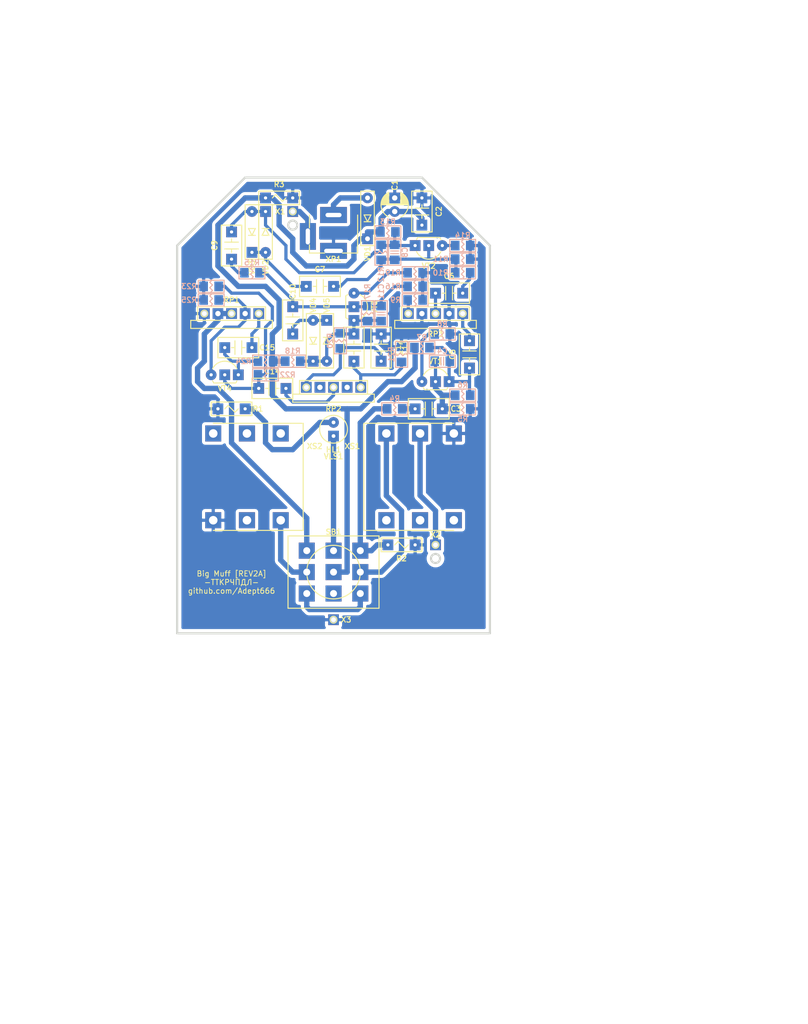
<source format=kicad_pcb>
(kicad_pcb (version 20171130) (host pcbnew 5.1.12-84ad8e8a86~92~ubuntu20.04.1)

  (general
    (thickness 1.6)
    (drawings 11)
    (tracks 215)
    (zones 0)
    (modules 63)
    (nets 45)
  )

  (page A4 portrait)
  (title_block
    (title ТКП-1.13.A-2)
    (date 2024-05-20)
    (rev 2A)
    (company "Big Muff [REV2A] Bass")
    (comment 1 http://github.com/Adept666)
    (comment 2 "Igor Ivanov (Игорь Иванов)")
    (comment 3 -ТТКРЧПДЛ-)
    (comment 4 "This project is licensed under GNU General Public License v3.0 or later")
  )

  (layers
    (0 F.Cu jumper)
    (31 B.Cu signal)
    (36 B.SilkS user)
    (37 F.SilkS user)
    (38 B.Mask user)
    (40 Dwgs.User user)
    (42 Eco1.User user)
    (44 Edge.Cuts user)
    (45 Margin user)
    (46 B.CrtYd user)
    (47 F.CrtYd user)
    (48 B.Fab user)
    (49 F.Fab user)
  )

  (setup
    (last_trace_width 1)
    (user_trace_width 0.6)
    (trace_clearance 0)
    (zone_clearance 0.6)
    (zone_45_only no)
    (trace_min 0.2)
    (via_size 2)
    (via_drill 1)
    (via_min_size 0.4)
    (via_min_drill 0.3)
    (uvia_size 0.3)
    (uvia_drill 0.1)
    (uvias_allowed no)
    (uvia_min_size 0)
    (uvia_min_drill 0)
    (edge_width 0.4)
    (segment_width 0.2)
    (pcb_text_width 0.3)
    (pcb_text_size 1.5 1.5)
    (mod_edge_width 0.15)
    (mod_text_size 1 1)
    (mod_text_width 0.15)
    (pad_size 2 2)
    (pad_drill 1)
    (pad_to_mask_clearance 0.2)
    (solder_mask_min_width 0.25)
    (aux_axis_origin 0 0)
    (visible_elements 7FFFFFFF)
    (pcbplotparams
      (layerselection 0x20000_7ffffffe)
      (usegerberextensions false)
      (usegerberattributes false)
      (usegerberadvancedattributes false)
      (creategerberjobfile false)
      (excludeedgelayer false)
      (linewidth 0.100000)
      (plotframeref true)
      (viasonmask false)
      (mode 1)
      (useauxorigin false)
      (hpglpennumber 1)
      (hpglpenspeed 20)
      (hpglpendiameter 15.000000)
      (psnegative false)
      (psa4output false)
      (plotreference false)
      (plotvalue true)
      (plotinvisibletext false)
      (padsonsilk true)
      (subtractmaskfromsilk false)
      (outputformat 4)
      (mirror false)
      (drillshape 0)
      (scaleselection 1)
      (outputdirectory ""))
  )

  (net 0 "")
  (net 1 COM)
  (net 2 "Net-(HL1-PadC)")
  (net 3 /LED)
  (net 4 "Net-(SB1-PadNC1)")
  (net 5 "Net-(SB1-PadNC2)")
  (net 6 "Net-(XS1-PadSN)")
  (net 7 "Net-(XS1-PadRN)")
  (net 8 "Net-(XS1-PadTN)")
  (net 9 "Net-(XS2-PadSN)")
  (net 10 "Net-(XS2-PadTN)")
  (net 11 /IN-CON)
  (net 12 /OUT-CON)
  (net 13 /PP3-POS)
  (net 14 /PP3-NEG)
  (net 15 "Net-(XS2-PadR)")
  (net 16 "Net-(XS2-PadRN)")
  (net 17 "Net-(VD1-PadA)")
  (net 18 "Net-(C3-Pad2)")
  (net 19 "Net-(C4-Pad2)")
  (net 20 "Net-(C5-Pad2)")
  (net 21 "Net-(C6-Pad1)")
  (net 22 "Net-(C6-Pad2)")
  (net 23 "Net-(C7-Pad1)")
  (net 24 "Net-(C7-Pad2)")
  (net 25 "Net-(C8-Pad2)")
  (net 26 "Net-(C9-Pad2)")
  (net 27 "Net-(C10-Pad1)")
  (net 28 "Net-(C10-Pad2)")
  (net 29 "Net-(C11-Pad2)")
  (net 30 "Net-(C12-Pad2)")
  (net 31 "Net-(C13-Pad1)")
  (net 32 "Net-(C14-Pad1)")
  (net 33 "Net-(C14-Pad2)")
  (net 34 "Net-(C15-Pad1)")
  (net 35 "Net-(C15-Pad2)")
  (net 36 "Net-(R8-Pad2)")
  (net 37 "Net-(C3-Pad1)")
  (net 38 "Net-(R9-Pad2)")
  (net 39 "Net-(R14-Pad2)")
  (net 40 "Net-(R19-Pad2)")
  (net 41 "Net-(R25-Pad2)")
  (net 42 V)
  (net 43 /IN-CIR)
  (net 44 /OUT-CIR)

  (net_class Default "This is the default net class."
    (clearance 0)
    (trace_width 1)
    (via_dia 2)
    (via_drill 1)
    (uvia_dia 0.3)
    (uvia_drill 0.1)
    (add_net /IN-CIR)
    (add_net /IN-CON)
    (add_net /LED)
    (add_net /OUT-CIR)
    (add_net /OUT-CON)
    (add_net /PP3-NEG)
    (add_net /PP3-POS)
    (add_net COM)
    (add_net "Net-(C10-Pad1)")
    (add_net "Net-(C10-Pad2)")
    (add_net "Net-(C11-Pad2)")
    (add_net "Net-(C12-Pad2)")
    (add_net "Net-(C13-Pad1)")
    (add_net "Net-(C14-Pad1)")
    (add_net "Net-(C14-Pad2)")
    (add_net "Net-(C15-Pad1)")
    (add_net "Net-(C15-Pad2)")
    (add_net "Net-(C3-Pad1)")
    (add_net "Net-(C3-Pad2)")
    (add_net "Net-(C4-Pad2)")
    (add_net "Net-(C5-Pad2)")
    (add_net "Net-(C6-Pad1)")
    (add_net "Net-(C6-Pad2)")
    (add_net "Net-(C7-Pad1)")
    (add_net "Net-(C7-Pad2)")
    (add_net "Net-(C8-Pad2)")
    (add_net "Net-(C9-Pad2)")
    (add_net "Net-(HL1-PadC)")
    (add_net "Net-(R14-Pad2)")
    (add_net "Net-(R19-Pad2)")
    (add_net "Net-(R25-Pad2)")
    (add_net "Net-(R8-Pad2)")
    (add_net "Net-(R9-Pad2)")
    (add_net "Net-(SB1-PadNC1)")
    (add_net "Net-(SB1-PadNC2)")
    (add_net "Net-(VD1-PadA)")
    (add_net "Net-(XS1-PadRN)")
    (add_net "Net-(XS1-PadSN)")
    (add_net "Net-(XS1-PadTN)")
    (add_net "Net-(XS2-PadR)")
    (add_net "Net-(XS2-PadRN)")
    (add_net "Net-(XS2-PadSN)")
    (add_net "Net-(XS2-PadTN)")
    (add_net V)
  )

  (module SBKCL-TH-SL:RPB-20-1x17-1.5-PNL-7.4-2.8 (layer F.Cu) (tedit 62D93815) (tstamp 5E5B6DB9)
    (at 124.46 108.15)
    (path /5F3FC4FA)
    (fp_text reference RP3 (at 0 15.04) (layer F.SilkS)
      (effects (font (size 1 1) (thickness 0.2)))
    )
    (fp_text value A100K (at 0 11.23) (layer F.Fab)
      (effects (font (size 1 1) (thickness 0.2)))
    )
    (fp_circle (center 0 11.23) (end 0.635 11.23) (layer F.SilkS) (width 0.2))
    (fp_circle (center 5.08 11.23) (end 5.715 11.23) (layer F.SilkS) (width 0.2))
    (fp_line (start 6.35 9.96) (end 6.35 12.5) (layer F.SilkS) (width 0.2))
    (fp_line (start 6.35 9.96) (end 6.35 12.5) (layer F.Fab) (width 0.2))
    (fp_line (start -7.62 12.5) (end -7.62 14) (layer F.Fab) (width 0.2))
    (fp_line (start 6.35 9.96) (end 6.35 12.5) (layer F.CrtYd) (width 0.1))
    (fp_line (start 7.62 12.5) (end 7.62 14) (layer F.CrtYd) (width 0.1))
    (fp_line (start -6.35 9.96) (end 6.35 9.96) (layer F.Fab) (width 0.2))
    (fp_line (start 7.62 12.5) (end 7.62 14) (layer F.Fab) (width 0.2))
    (fp_line (start -6.35 9.96) (end -6.35 12.5) (layer F.SilkS) (width 0.2))
    (fp_circle (center 0 0) (end 8.5 0) (layer Dwgs.User) (width 0.2))
    (fp_line (start -6.35 9.96) (end 6.35 9.96) (layer F.SilkS) (width 0.2))
    (fp_line (start -6.35 9.96) (end 6.35 9.96) (layer F.CrtYd) (width 0.1))
    (fp_circle (center 0 0) (end 3.7 0) (layer Eco1.User) (width 0.4))
    (fp_line (start -8.383913 -1.4) (end -7.3 -1.4) (layer Dwgs.User) (width 0.2))
    (fp_line (start -7.62 12.5) (end 7.62 12.5) (layer F.Fab) (width 0.2))
    (fp_line (start -7.62 12.5) (end 7.62 12.5) (layer F.SilkS) (width 0.2))
    (fp_circle (center 0 0) (end 3.5 0) (layer Dwgs.User) (width 0.2))
    (fp_circle (center 0 0) (end 3 0) (layer Dwgs.User) (width 0.2))
    (fp_line (start -7.62 14) (end 7.62 14) (layer F.SilkS) (width 0.2))
    (fp_line (start -7.5 12.5) (end 7.5 12.5) (layer Dwgs.User) (width 0.2))
    (fp_line (start -7.62 12.5) (end -7.62 14) (layer F.SilkS) (width 0.2))
    (fp_line (start -7.62 14) (end 7.62 14) (layer F.CrtYd) (width 0.1))
    (fp_line (start -6.35 9.96) (end -6.35 12.5) (layer F.CrtYd) (width 0.1))
    (fp_line (start -2.54 1.5) (end 2.54 1.5) (layer Dwgs.User) (width 0.2))
    (fp_line (start -7.3 -1.4) (end -7.3 1.4) (layer Dwgs.User) (width 0.2))
    (fp_line (start 6.35 12.5) (end 7.62 12.5) (layer F.CrtYd) (width 0.1))
    (fp_circle (center -5.08 11.23) (end -4.445 11.23) (layer F.SilkS) (width 0.2))
    (fp_line (start 7.62 12.5) (end 7.62 14) (layer F.SilkS) (width 0.2))
    (fp_line (start -7.62 14) (end 7.62 14) (layer F.Fab) (width 0.2))
    (fp_line (start -7.62 12.5) (end -6.35 12.5) (layer F.CrtYd) (width 0.1))
    (fp_line (start -7.62 12.5) (end -7.62 14) (layer F.CrtYd) (width 0.1))
    (fp_line (start 7.5 4) (end 7.5 12.5) (layer Dwgs.User) (width 0.2))
    (fp_line (start -7.5 4) (end -7.5 12.5) (layer Dwgs.User) (width 0.2))
    (fp_line (start -8.383913 1.4) (end -7.3 1.4) (layer Dwgs.User) (width 0.2))
    (fp_line (start -6.35 9.96) (end -6.35 12.5) (layer F.Fab) (width 0.2))
    (fp_circle (center -7.9 0) (end -6.5 0) (layer Eco1.User) (width 0.4))
    (pad NC2 thru_hole rect (at 2.54 11.23) (size 2 2) (drill 1) (layers B.Cu B.Mask)
      (net 1 COM))
    (pad 3 thru_hole rect (at 5.08 11.23) (size 2 2) (drill 1) (layers B.Cu B.Mask)
      (net 20 "Net-(C5-Pad2)"))
    (pad 2 thru_hole rect (at 0 11.23) (size 2 2) (drill 1) (layers B.Cu B.Mask)
      (net 21 "Net-(C6-Pad1)"))
    (pad NC1 thru_hole rect (at -2.54 11.23) (size 2 2) (drill 1) (layers B.Cu B.Mask)
      (net 1 COM))
    (pad 1 thru_hole rect (at -5.08 11.23) (size 2 2) (drill 1) (layers B.Cu B.Mask)
      (net 38 "Net-(R9-Pad2)"))
  )

  (module SBKCL-TH-SL:RPB-20-1x17-1.5-PNL-7.4-2.8 (layer F.Cu) (tedit 62D93815) (tstamp 5F7F73E9)
    (at 105.41 121.92)
    (path /5F3FC4FC)
    (fp_text reference RP2 (at 0 15.24) (layer F.SilkS)
      (effects (font (size 1 1) (thickness 0.2)))
    )
    (fp_text value B100K (at 0 11.43) (layer F.Fab)
      (effects (font (size 1 1) (thickness 0.2)))
    )
    (fp_circle (center 0 11.23) (end 0.635 11.23) (layer F.SilkS) (width 0.2))
    (fp_circle (center 5.08 11.23) (end 5.715 11.23) (layer F.SilkS) (width 0.2))
    (fp_line (start 6.35 9.96) (end 6.35 12.5) (layer F.SilkS) (width 0.2))
    (fp_line (start 6.35 9.96) (end 6.35 12.5) (layer F.Fab) (width 0.2))
    (fp_line (start -7.62 12.5) (end -7.62 14) (layer F.Fab) (width 0.2))
    (fp_line (start 6.35 9.96) (end 6.35 12.5) (layer F.CrtYd) (width 0.1))
    (fp_line (start 7.62 12.5) (end 7.62 14) (layer F.CrtYd) (width 0.1))
    (fp_line (start -6.35 9.96) (end 6.35 9.96) (layer F.Fab) (width 0.2))
    (fp_line (start 7.62 12.5) (end 7.62 14) (layer F.Fab) (width 0.2))
    (fp_line (start -6.35 9.96) (end -6.35 12.5) (layer F.SilkS) (width 0.2))
    (fp_circle (center 0 0) (end 8.5 0) (layer Dwgs.User) (width 0.2))
    (fp_line (start -6.35 9.96) (end 6.35 9.96) (layer F.SilkS) (width 0.2))
    (fp_line (start -6.35 9.96) (end 6.35 9.96) (layer F.CrtYd) (width 0.1))
    (fp_circle (center 0 0) (end 3.7 0) (layer Eco1.User) (width 0.4))
    (fp_line (start -8.383913 -1.4) (end -7.3 -1.4) (layer Dwgs.User) (width 0.2))
    (fp_line (start -7.62 12.5) (end 7.62 12.5) (layer F.Fab) (width 0.2))
    (fp_line (start -7.62 12.5) (end 7.62 12.5) (layer F.SilkS) (width 0.2))
    (fp_circle (center 0 0) (end 3.5 0) (layer Dwgs.User) (width 0.2))
    (fp_circle (center 0 0) (end 3 0) (layer Dwgs.User) (width 0.2))
    (fp_line (start -7.62 14) (end 7.62 14) (layer F.SilkS) (width 0.2))
    (fp_line (start -7.5 12.5) (end 7.5 12.5) (layer Dwgs.User) (width 0.2))
    (fp_line (start -7.62 12.5) (end -7.62 14) (layer F.SilkS) (width 0.2))
    (fp_line (start -7.62 14) (end 7.62 14) (layer F.CrtYd) (width 0.1))
    (fp_line (start -6.35 9.96) (end -6.35 12.5) (layer F.CrtYd) (width 0.1))
    (fp_line (start -2.54 1.5) (end 2.54 1.5) (layer Dwgs.User) (width 0.2))
    (fp_line (start -7.3 -1.4) (end -7.3 1.4) (layer Dwgs.User) (width 0.2))
    (fp_line (start 6.35 12.5) (end 7.62 12.5) (layer F.CrtYd) (width 0.1))
    (fp_circle (center -5.08 11.23) (end -4.445 11.23) (layer F.SilkS) (width 0.2))
    (fp_line (start 7.62 12.5) (end 7.62 14) (layer F.SilkS) (width 0.2))
    (fp_line (start -7.62 14) (end 7.62 14) (layer F.Fab) (width 0.2))
    (fp_line (start -7.62 12.5) (end -6.35 12.5) (layer F.CrtYd) (width 0.1))
    (fp_line (start -7.62 12.5) (end -7.62 14) (layer F.CrtYd) (width 0.1))
    (fp_line (start 7.5 4) (end 7.5 12.5) (layer Dwgs.User) (width 0.2))
    (fp_line (start -7.5 4) (end -7.5 12.5) (layer Dwgs.User) (width 0.2))
    (fp_line (start -8.383913 1.4) (end -7.3 1.4) (layer Dwgs.User) (width 0.2))
    (fp_line (start -6.35 9.96) (end -6.35 12.5) (layer F.Fab) (width 0.2))
    (fp_circle (center -7.9 0) (end -6.5 0) (layer Eco1.User) (width 0.4))
    (pad NC2 thru_hole rect (at 2.54 11.23) (size 2 2) (drill 1) (layers B.Cu B.Mask))
    (pad 3 thru_hole rect (at 5.08 11.23) (size 2 2) (drill 1) (layers B.Cu B.Mask)
      (net 30 "Net-(C12-Pad2)"))
    (pad 2 thru_hole rect (at 0 11.23) (size 2 2) (drill 1) (layers B.Cu B.Mask)
      (net 32 "Net-(C14-Pad1)"))
    (pad NC1 thru_hole rect (at -2.54 11.23) (size 2 2) (drill 1) (layers B.Cu B.Mask))
    (pad 1 thru_hole rect (at -5.08 11.23) (size 2 2) (drill 1) (layers B.Cu B.Mask)
      (net 31 "Net-(C13-Pad1)"))
  )

  (module SBKCL-TH-SL:RPB-20-1x17-1.5-PNL-7.4-2.8 (layer F.Cu) (tedit 62D93815) (tstamp 5F457720)
    (at 86.36 108.15)
    (path /5F3FC4FD)
    (fp_text reference RP1 (at 0 8.69) (layer F.SilkS)
      (effects (font (size 1 1) (thickness 0.2)))
    )
    (fp_text value A100K (at 0 11.23) (layer F.Fab)
      (effects (font (size 1 1) (thickness 0.2)))
    )
    (fp_circle (center 0 11.23) (end 0.635 11.23) (layer F.SilkS) (width 0.2))
    (fp_circle (center 5.08 11.23) (end 5.715 11.23) (layer F.SilkS) (width 0.2))
    (fp_line (start 6.35 9.96) (end 6.35 12.5) (layer F.SilkS) (width 0.2))
    (fp_line (start 6.35 9.96) (end 6.35 12.5) (layer F.Fab) (width 0.2))
    (fp_line (start -7.62 12.5) (end -7.62 14) (layer F.Fab) (width 0.2))
    (fp_line (start 6.35 9.96) (end 6.35 12.5) (layer F.CrtYd) (width 0.1))
    (fp_line (start 7.62 12.5) (end 7.62 14) (layer F.CrtYd) (width 0.1))
    (fp_line (start -6.35 9.96) (end 6.35 9.96) (layer F.Fab) (width 0.2))
    (fp_line (start 7.62 12.5) (end 7.62 14) (layer F.Fab) (width 0.2))
    (fp_line (start -6.35 9.96) (end -6.35 12.5) (layer F.SilkS) (width 0.2))
    (fp_circle (center 0 0) (end 8.5 0) (layer Dwgs.User) (width 0.2))
    (fp_line (start -6.35 9.96) (end 6.35 9.96) (layer F.SilkS) (width 0.2))
    (fp_line (start -6.35 9.96) (end 6.35 9.96) (layer F.CrtYd) (width 0.1))
    (fp_circle (center 0 0) (end 3.7 0) (layer Eco1.User) (width 0.4))
    (fp_line (start -8.383913 -1.4) (end -7.3 -1.4) (layer Dwgs.User) (width 0.2))
    (fp_line (start -7.62 12.5) (end 7.62 12.5) (layer F.Fab) (width 0.2))
    (fp_line (start -7.62 12.5) (end 7.62 12.5) (layer F.SilkS) (width 0.2))
    (fp_circle (center 0 0) (end 3.5 0) (layer Dwgs.User) (width 0.2))
    (fp_circle (center 0 0) (end 3 0) (layer Dwgs.User) (width 0.2))
    (fp_line (start -7.62 14) (end 7.62 14) (layer F.SilkS) (width 0.2))
    (fp_line (start -7.5 12.5) (end 7.5 12.5) (layer Dwgs.User) (width 0.2))
    (fp_line (start -7.62 12.5) (end -7.62 14) (layer F.SilkS) (width 0.2))
    (fp_line (start -7.62 14) (end 7.62 14) (layer F.CrtYd) (width 0.1))
    (fp_line (start -6.35 9.96) (end -6.35 12.5) (layer F.CrtYd) (width 0.1))
    (fp_line (start -2.54 1.5) (end 2.54 1.5) (layer Dwgs.User) (width 0.2))
    (fp_line (start -7.3 -1.4) (end -7.3 1.4) (layer Dwgs.User) (width 0.2))
    (fp_line (start 6.35 12.5) (end 7.62 12.5) (layer F.CrtYd) (width 0.1))
    (fp_circle (center -5.08 11.23) (end -4.445 11.23) (layer F.SilkS) (width 0.2))
    (fp_line (start 7.62 12.5) (end 7.62 14) (layer F.SilkS) (width 0.2))
    (fp_line (start -7.62 14) (end 7.62 14) (layer F.Fab) (width 0.2))
    (fp_line (start -7.62 12.5) (end -6.35 12.5) (layer F.CrtYd) (width 0.1))
    (fp_line (start -7.62 12.5) (end -7.62 14) (layer F.CrtYd) (width 0.1))
    (fp_line (start 7.5 4) (end 7.5 12.5) (layer Dwgs.User) (width 0.2))
    (fp_line (start -7.5 4) (end -7.5 12.5) (layer Dwgs.User) (width 0.2))
    (fp_line (start -8.383913 1.4) (end -7.3 1.4) (layer Dwgs.User) (width 0.2))
    (fp_line (start -6.35 9.96) (end -6.35 12.5) (layer F.Fab) (width 0.2))
    (fp_circle (center -7.9 0) (end -6.5 0) (layer Eco1.User) (width 0.4))
    (pad NC2 thru_hole rect (at 2.54 11.23) (size 2 2) (drill 1) (layers B.Cu B.Mask))
    (pad 3 thru_hole rect (at 5.08 11.23) (size 2 2) (drill 1) (layers B.Cu B.Mask)
      (net 35 "Net-(C15-Pad2)"))
    (pad 2 thru_hole rect (at 0 11.23) (size 2 2) (drill 1) (layers B.Cu B.Mask)
      (net 44 /OUT-CIR))
    (pad NC1 thru_hole rect (at -2.54 11.23) (size 2 2) (drill 1) (layers B.Cu B.Mask)
      (net 44 /OUT-CIR))
    (pad 1 thru_hole rect (at -5.08 11.23) (size 2 2) (drill 1) (layers B.Cu B.Mask)
      (net 1 COM))
  )

  (module SBEL:B013_B1 locked (layer F.Cu) (tedit 60A36522) (tstamp 5F50226F)
    (at 105.41 148.59)
    (path /5E73CB02)
    (fp_text reference VE1 (at 0 54.61) (layer F.SilkS) hide
      (effects (font (size 1 1) (thickness 0.2)))
    )
    (fp_text value B013 (at 0 53.34) (layer F.Fab) hide
      (effects (font (size 1 1) (thickness 0.2)))
    )
    (fp_line (start 23.85 52.25) (end 23.85 55.75) (layer Eco1.User) (width 0.4))
    (fp_line (start -23.85 52.25) (end -23.85 55.75) (layer Eco1.User) (width 0.4))
    (fp_line (start 23.85 -55.75) (end 23.85 -52.25) (layer Eco1.User) (width 0.4))
    (fp_line (start -23.85 -55.75) (end -23.85 -52.25) (layer Eco1.User) (width 0.4))
    (fp_line (start 27.1 49) (end 30.45 49) (layer Eco1.User) (width 0.4))
    (fp_line (start -30.45 49) (end -27.1 49) (layer Eco1.User) (width 0.4))
    (fp_line (start 27.1 -49) (end 30.45 -49) (layer Eco1.User) (width 0.4))
    (fp_line (start -30.45 -49) (end -27.1 -49) (layer Eco1.User) (width 0.4))
    (fp_circle (center 27.1 52.25) (end 28.6 52.25) (layer Eco1.User) (width 0.4))
    (fp_circle (center -27.1 52.25) (end -25.6 52.25) (layer Eco1.User) (width 0.4))
    (fp_circle (center 27.1 -52.25) (end 28.6 -52.25) (layer Eco1.User) (width 0.4))
    (fp_circle (center -27.1 -52.25) (end -25.6 -52.25) (layer Eco1.User) (width 0.4))
    (fp_line (start 30.45 -55.75) (end 30.45 55.75) (layer Eco1.User) (width 0.4))
    (fp_line (start -30.45 -55.75) (end -30.45 55.75) (layer Eco1.User) (width 0.4))
    (fp_line (start -30.45 55.75) (end 30.45 55.75) (layer Eco1.User) (width 0.4))
    (fp_line (start -30.45 -55.75) (end 30.45 -55.75) (layer Eco1.User) (width 0.4))
    (fp_line (start 31.8 -57.25) (end 31.8 57.25) (layer Eco1.User) (width 0.4))
    (fp_line (start -31.8 -57.25) (end -31.8 57.25) (layer Eco1.User) (width 0.4))
    (fp_line (start -31.8 57.25) (end 31.8 57.25) (layer Eco1.User) (width 0.4))
    (fp_line (start -31.8 -57.25) (end 31.8 -57.25) (layer Eco1.User) (width 0.4))
    (fp_line (start -31.8 -87.55) (end 31.8 -87.55) (layer Eco1.User) (width 0.4))
    (fp_line (start -62.1 -57.25) (end -31.8 -57.25) (layer Eco1.User) (width 0.4))
    (fp_line (start 31.8 -57.25) (end 62.1 -57.25) (layer Eco1.User) (width 0.4))
    (fp_line (start -62.1 57.25) (end -31.8 57.25) (layer Eco1.User) (width 0.4))
    (fp_line (start 31.8 57.25) (end 62.1 57.25) (layer Eco1.User) (width 0.4))
    (fp_line (start -31.8 -87.55) (end -31.8 -57.25) (layer Eco1.User) (width 0.4))
    (fp_line (start 31.8 -87.55) (end 31.8 -57.25) (layer Eco1.User) (width 0.4))
    (fp_line (start -62.1 -57.25) (end -62.1 57.25) (layer Eco1.User) (width 0.4))
    (fp_line (start 62.1 -57.25) (end 62.1 57.25) (layer Eco1.User) (width 0.4))
    (fp_line (start -31.8 -83.55) (end 31.8 -83.55) (layer Eco1.User) (width 0.4))
    (fp_line (start -58.1 -57.25) (end -58.1 57.25) (layer Eco1.User) (width 0.4))
    (fp_line (start 58.1 -57.25) (end 58.1 57.25) (layer Eco1.User) (width 0.4))
    (fp_circle (center 0 -71) (end 5.5 -71) (layer Eco1.User) (width 0.4))
    (fp_circle (center -43.95 1.27) (end -37.95 1.27) (layer Eco1.User) (width 0.4))
    (fp_circle (center 43.95 1.27) (end 49.95 1.27) (layer Eco1.User) (width 0.4))
    (fp_arc (start 27.1 52.25) (end 27.1 49) (angle -90) (layer Eco1.User) (width 0.4))
    (fp_arc (start -27.1 52.25) (end -23.85 52.25) (angle -90) (layer Eco1.User) (width 0.4))
    (fp_arc (start 27.1 -52.25) (end 23.85 -52.25) (angle -90) (layer Eco1.User) (width 0.4))
    (fp_arc (start -27.1 -52.25) (end -27.1 -49) (angle -90) (layer Eco1.User) (width 0.4))
  )

  (module KCL:LED-ROUND-05.0-UNI-SH-SPACER-PNL-5.3 (layer F.Cu) (tedit 61100F3A) (tstamp 61A3C3D4)
    (at 105.41 140.97 270)
    (path /5E64318D)
    (fp_text reference HL1 (at 3.81 0) (layer F.SilkS)
      (effects (font (size 1 1) (thickness 0.2)))
    )
    (fp_text value FYL-5013UWC (at 14.605 0) (layer F.Fab)
      (effects (font (size 1 1) (thickness 0.2)))
    )
    (fp_circle (center 0 0) (end 2.5 0) (layer F.Fab) (width 0.2))
    (fp_line (start -2.5 -1.466994) (end -2.5 1.466994) (layer F.Fab) (width 0.2))
    (fp_circle (center 0 0) (end 2.65 0) (layer Eco1.User) (width 0.4))
    (fp_arc (start 0 0) (end -2.5 1.469694) (angle -299.1) (layer F.Fab) (width 0.2))
    (pad C thru_hole circle (at -1.27 0 270) (size 2 2) (drill 0.7) (layers B.Cu B.Mask)
      (net 2 "Net-(HL1-PadC)"))
    (pad A thru_hole rect (at 1.27 0 270) (size 2 2) (drill 0.7) (layers B.Cu B.Mask)
      (net 3 /LED))
  )

  (module KCL:R-MFR-12 (layer F.Cu) (tedit 5D7AAF20) (tstamp 5F406881)
    (at 95.25 97.79 180)
    (path /5F414B0E)
    (fp_text reference R3 (at 0 2.54) (layer F.SilkS)
      (effects (font (size 1 1) (thickness 0.2)))
    )
    (fp_text value X (at 0 0) (layer F.Fab)
      (effects (font (size 1 1) (thickness 0.2)))
    )
    (fp_line (start 0.635 0.635) (end 1.27 0) (layer F.SilkS) (width 0.2))
    (fp_line (start -0.635 -0.635) (end 0.635 0.635) (layer F.SilkS) (width 0.2))
    (fp_line (start -1.27 0) (end -0.635 -0.635) (layer F.SilkS) (width 0.2))
    (fp_line (start -3.81 1.27) (end -3.81 -1.27) (layer F.CrtYd) (width 0.1))
    (fp_line (start 3.81 1.27) (end -3.81 1.27) (layer F.CrtYd) (width 0.1))
    (fp_line (start 3.81 -1.27) (end 3.81 1.27) (layer F.CrtYd) (width 0.1))
    (fp_line (start -3.81 -1.27) (end 3.81 -1.27) (layer F.CrtYd) (width 0.1))
    (fp_line (start 3.81 -1.27) (end 3.81 1.27) (layer F.SilkS) (width 0.2))
    (fp_line (start -3.81 -1.27) (end -3.81 1.27) (layer F.SilkS) (width 0.2))
    (fp_line (start -3.81 1.27) (end 3.81 1.27) (layer F.SilkS) (width 0.2))
    (fp_line (start -3.81 -1.27) (end 3.81 -1.27) (layer F.SilkS) (width 0.2))
    (fp_line (start 1.7 -0.95) (end 1.7 0.95) (layer F.Fab) (width 0.2))
    (fp_line (start -1.7 -0.95) (end -1.7 0.95) (layer F.Fab) (width 0.2))
    (fp_line (start -1.7 0.95) (end 1.7 0.95) (layer F.Fab) (width 0.2))
    (fp_line (start -1.7 -0.95) (end 1.7 -0.95) (layer F.Fab) (width 0.2))
    (pad 1 thru_hole rect (at -2.54 0 180) (size 2 2) (drill 0.6) (layers *.Cu *.Mask)
      (net 1 COM))
    (pad 2 thru_hole rect (at 2.54 0 180) (size 2 2) (drill 0.6) (layers *.Cu *.Mask)
      (net 42 V))
  )

  (module KCL:C-SM-1206 (layer B.Cu) (tedit 5F453DFF) (tstamp 5F4286E2)
    (at 114.3 119.38 270)
    (path /5E8C5900)
    (fp_text reference C11 (at -2.54 0 270) (layer B.SilkS)
      (effects (font (size 1 1) (thickness 0.2)) (justify right mirror))
    )
    (fp_text value 471 (at 0 0 270) (layer B.Fab)
      (effects (font (size 1 1) (thickness 0.2)) (justify mirror))
    )
    (fp_line (start -2.413 1.143) (end 2.413 1.143) (layer B.CrtYd) (width 0.1))
    (fp_line (start 2.413 1.143) (end 2.413 -1.143) (layer B.CrtYd) (width 0.1))
    (fp_line (start 2.413 -1.143) (end -2.413 -1.143) (layer B.CrtYd) (width 0.1))
    (fp_line (start -2.413 -1.143) (end -2.413 1.143) (layer B.CrtYd) (width 0.1))
    (fp_line (start -2.413 -1.143) (end 2.413 -1.143) (layer B.SilkS) (width 0.2))
    (fp_line (start -2.413 1.143) (end 2.413 1.143) (layer B.SilkS) (width 0.2))
    (fp_line (start 0.254 0.762) (end 0.254 -0.762) (layer B.SilkS) (width 0.2))
    (fp_line (start -0.254 0.762) (end -0.254 -0.762) (layer B.SilkS) (width 0.2))
    (fp_line (start 2.413 1.143) (end 2.413 -1.143) (layer B.SilkS) (width 0.2))
    (fp_line (start -2.413 1.143) (end -2.413 -1.143) (layer B.SilkS) (width 0.2))
    (fp_line (start -1.6 0.8) (end 1.6 0.8) (layer B.Fab) (width 0.2))
    (fp_line (start 1.6 0.8) (end 1.6 -0.8) (layer B.Fab) (width 0.2))
    (fp_line (start -1.6 -0.8) (end 1.6 -0.8) (layer B.Fab) (width 0.2))
    (fp_line (start -1.6 0.8) (end -1.6 -0.8) (layer B.Fab) (width 0.2))
    (pad 2 smd rect (at 1.4 0 270) (size 1.6 1.8) (layers B.Cu B.Mask)
      (net 29 "Net-(C11-Pad2)"))
    (pad 1 smd rect (at -1.4 0 270) (size 1.6 1.8) (layers B.Cu B.Mask)
      (net 27 "Net-(C10-Pad1)"))
  )

  (module KCL:C-SM-1206 (layer B.Cu) (tedit 5F453DFF) (tstamp 5F4251A3)
    (at 116.84 107.95 90)
    (path /5EBF2A40)
    (fp_text reference C8 (at 0 1.905 270) (layer B.SilkS)
      (effects (font (size 1 1) (thickness 0.2)) (justify mirror))
    )
    (fp_text value 471 (at 0 0 270) (layer B.Fab)
      (effects (font (size 1 1) (thickness 0.2)) (justify mirror))
    )
    (fp_line (start -2.413 1.143) (end 2.413 1.143) (layer B.CrtYd) (width 0.1))
    (fp_line (start 2.413 1.143) (end 2.413 -1.143) (layer B.CrtYd) (width 0.1))
    (fp_line (start 2.413 -1.143) (end -2.413 -1.143) (layer B.CrtYd) (width 0.1))
    (fp_line (start -2.413 -1.143) (end -2.413 1.143) (layer B.CrtYd) (width 0.1))
    (fp_line (start -2.413 -1.143) (end 2.413 -1.143) (layer B.SilkS) (width 0.2))
    (fp_line (start -2.413 1.143) (end 2.413 1.143) (layer B.SilkS) (width 0.2))
    (fp_line (start 0.254 0.762) (end 0.254 -0.762) (layer B.SilkS) (width 0.2))
    (fp_line (start -0.254 0.762) (end -0.254 -0.762) (layer B.SilkS) (width 0.2))
    (fp_line (start 2.413 1.143) (end 2.413 -1.143) (layer B.SilkS) (width 0.2))
    (fp_line (start -2.413 1.143) (end -2.413 -1.143) (layer B.SilkS) (width 0.2))
    (fp_line (start -1.6 0.8) (end 1.6 0.8) (layer B.Fab) (width 0.2))
    (fp_line (start 1.6 0.8) (end 1.6 -0.8) (layer B.Fab) (width 0.2))
    (fp_line (start -1.6 -0.8) (end 1.6 -0.8) (layer B.Fab) (width 0.2))
    (fp_line (start -1.6 0.8) (end -1.6 -0.8) (layer B.Fab) (width 0.2))
    (pad 2 smd rect (at 1.4 0 90) (size 1.6 1.8) (layers B.Cu B.Mask)
      (net 25 "Net-(C8-Pad2)"))
    (pad 1 smd rect (at -1.4 0 90) (size 1.6 1.8) (layers B.Cu B.Mask)
      (net 23 "Net-(C7-Pad1)"))
  )

  (module KCL:C-SM-1206 (layer B.Cu) (tedit 5F453DFF) (tstamp 5F3B715A)
    (at 125.73 128.27)
    (path /5E56234D)
    (fp_text reference C4 (at 0 -1.905) (layer B.SilkS)
      (effects (font (size 1 1) (thickness 0.2)) (justify mirror))
    )
    (fp_text value 471 (at 0 0) (layer B.Fab)
      (effects (font (size 1 1) (thickness 0.2)) (justify mirror))
    )
    (fp_line (start -2.413 1.143) (end 2.413 1.143) (layer B.CrtYd) (width 0.1))
    (fp_line (start 2.413 1.143) (end 2.413 -1.143) (layer B.CrtYd) (width 0.1))
    (fp_line (start 2.413 -1.143) (end -2.413 -1.143) (layer B.CrtYd) (width 0.1))
    (fp_line (start -2.413 -1.143) (end -2.413 1.143) (layer B.CrtYd) (width 0.1))
    (fp_line (start -2.413 -1.143) (end 2.413 -1.143) (layer B.SilkS) (width 0.2))
    (fp_line (start -2.413 1.143) (end 2.413 1.143) (layer B.SilkS) (width 0.2))
    (fp_line (start 0.254 0.762) (end 0.254 -0.762) (layer B.SilkS) (width 0.2))
    (fp_line (start -0.254 0.762) (end -0.254 -0.762) (layer B.SilkS) (width 0.2))
    (fp_line (start 2.413 1.143) (end 2.413 -1.143) (layer B.SilkS) (width 0.2))
    (fp_line (start -2.413 1.143) (end -2.413 -1.143) (layer B.SilkS) (width 0.2))
    (fp_line (start -1.6 0.8) (end 1.6 0.8) (layer B.Fab) (width 0.2))
    (fp_line (start 1.6 0.8) (end 1.6 -0.8) (layer B.Fab) (width 0.2))
    (fp_line (start -1.6 -0.8) (end 1.6 -0.8) (layer B.Fab) (width 0.2))
    (fp_line (start -1.6 0.8) (end -1.6 -0.8) (layer B.Fab) (width 0.2))
    (pad 2 smd rect (at 1.4 0) (size 1.6 1.8) (layers B.Cu B.Mask)
      (net 19 "Net-(C4-Pad2)"))
    (pad 1 smd rect (at -1.4 0) (size 1.6 1.8) (layers B.Cu B.Mask)
      (net 18 "Net-(C3-Pad2)"))
  )

  (module KCL:R-SM-1206 (layer B.Cu) (tedit 5E86DED5) (tstamp 5F3B4B6E)
    (at 82.55 116.84)
    (path /5EBBDC25)
    (fp_text reference R25 (at -2.54 0) (layer B.SilkS)
      (effects (font (size 1 1) (thickness 0.2)) (justify left mirror))
    )
    (fp_text value 272 (at 0 0) (layer B.Fab)
      (effects (font (size 1 1) (thickness 0.2)) (justify mirror))
    )
    (fp_line (start -1.6 0.8) (end -1.6 -0.8) (layer B.Fab) (width 0.2))
    (fp_line (start -1.6 -0.8) (end 1.6 -0.8) (layer B.Fab) (width 0.2))
    (fp_line (start 1.6 0.8) (end 1.6 -0.8) (layer B.Fab) (width 0.2))
    (fp_line (start -1.6 0.8) (end 1.6 0.8) (layer B.Fab) (width 0.2))
    (fp_line (start -2.413 1.143) (end -2.413 -1.143) (layer B.SilkS) (width 0.2))
    (fp_line (start 2.413 1.143) (end 2.413 -1.143) (layer B.SilkS) (width 0.2))
    (fp_line (start -2.413 1.143) (end 2.413 1.143) (layer B.SilkS) (width 0.2))
    (fp_line (start -2.413 -1.143) (end 2.413 -1.143) (layer B.SilkS) (width 0.2))
    (fp_line (start -0.254 -0.762) (end 0.127 -1.143) (layer B.SilkS) (width 0.2))
    (fp_line (start 0.254 -0.254) (end -0.254 -0.762) (layer B.SilkS) (width 0.2))
    (fp_line (start -0.254 0.254) (end 0.254 -0.254) (layer B.SilkS) (width 0.2))
    (fp_line (start 0.254 0.762) (end -0.127 1.143) (layer B.SilkS) (width 0.2))
    (fp_line (start -0.254 0.254) (end 0.254 0.762) (layer B.SilkS) (width 0.2))
    (fp_line (start -2.413 -1.143) (end -2.413 1.143) (layer B.CrtYd) (width 0.1))
    (fp_line (start 2.413 -1.143) (end -2.413 -1.143) (layer B.CrtYd) (width 0.1))
    (fp_line (start 2.413 1.143) (end 2.413 -1.143) (layer B.CrtYd) (width 0.1))
    (fp_line (start -2.413 1.143) (end 2.413 1.143) (layer B.CrtYd) (width 0.1))
    (pad 2 smd rect (at 1.4 0) (size 1.6 1.8) (layers B.Cu B.Mask)
      (net 41 "Net-(R25-Pad2)"))
    (pad 1 smd rect (at -1.4 0) (size 1.6 1.8) (layers B.Cu B.Mask)
      (net 1 COM))
  )

  (module KCL:R-SM-1206 (layer B.Cu) (tedit 5E86DED5) (tstamp 5F3BF02A)
    (at 92.71 128.27)
    (path /5ECA3DF1)
    (fp_text reference R24 (at -2.54 0) (layer B.SilkS)
      (effects (font (size 1 1) (thickness 0.2)) (justify left mirror))
    )
    (fp_text value 103 (at 0 0) (layer B.Fab)
      (effects (font (size 1 1) (thickness 0.2)) (justify mirror))
    )
    (fp_line (start -1.6 0.8) (end -1.6 -0.8) (layer B.Fab) (width 0.2))
    (fp_line (start -1.6 -0.8) (end 1.6 -0.8) (layer B.Fab) (width 0.2))
    (fp_line (start 1.6 0.8) (end 1.6 -0.8) (layer B.Fab) (width 0.2))
    (fp_line (start -1.6 0.8) (end 1.6 0.8) (layer B.Fab) (width 0.2))
    (fp_line (start -2.413 1.143) (end -2.413 -1.143) (layer B.SilkS) (width 0.2))
    (fp_line (start 2.413 1.143) (end 2.413 -1.143) (layer B.SilkS) (width 0.2))
    (fp_line (start -2.413 1.143) (end 2.413 1.143) (layer B.SilkS) (width 0.2))
    (fp_line (start -2.413 -1.143) (end 2.413 -1.143) (layer B.SilkS) (width 0.2))
    (fp_line (start -0.254 -0.762) (end 0.127 -1.143) (layer B.SilkS) (width 0.2))
    (fp_line (start 0.254 -0.254) (end -0.254 -0.762) (layer B.SilkS) (width 0.2))
    (fp_line (start -0.254 0.254) (end 0.254 -0.254) (layer B.SilkS) (width 0.2))
    (fp_line (start 0.254 0.762) (end -0.127 1.143) (layer B.SilkS) (width 0.2))
    (fp_line (start -0.254 0.254) (end 0.254 0.762) (layer B.SilkS) (width 0.2))
    (fp_line (start -2.413 -1.143) (end -2.413 1.143) (layer B.CrtYd) (width 0.1))
    (fp_line (start 2.413 -1.143) (end -2.413 -1.143) (layer B.CrtYd) (width 0.1))
    (fp_line (start 2.413 1.143) (end 2.413 -1.143) (layer B.CrtYd) (width 0.1))
    (fp_line (start -2.413 1.143) (end 2.413 1.143) (layer B.CrtYd) (width 0.1))
    (pad 2 smd rect (at 1.4 0) (size 1.6 1.8) (layers B.Cu B.Mask)
      (net 42 V))
    (pad 1 smd rect (at -1.4 0) (size 1.6 1.8) (layers B.Cu B.Mask)
      (net 34 "Net-(C15-Pad1)"))
  )

  (module KCL:R-SM-1206 (layer B.Cu) (tedit 5E86DED5) (tstamp 5F3B4B40)
    (at 82.55 114.3)
    (path /5EBBDC36)
    (fp_text reference R23 (at -2.54 0) (layer B.SilkS)
      (effects (font (size 1 1) (thickness 0.2)) (justify left mirror))
    )
    (fp_text value 104 (at 0 0) (layer B.Fab)
      (effects (font (size 1 1) (thickness 0.2)) (justify mirror))
    )
    (fp_line (start -1.6 0.8) (end -1.6 -0.8) (layer B.Fab) (width 0.2))
    (fp_line (start -1.6 -0.8) (end 1.6 -0.8) (layer B.Fab) (width 0.2))
    (fp_line (start 1.6 0.8) (end 1.6 -0.8) (layer B.Fab) (width 0.2))
    (fp_line (start -1.6 0.8) (end 1.6 0.8) (layer B.Fab) (width 0.2))
    (fp_line (start -2.413 1.143) (end -2.413 -1.143) (layer B.SilkS) (width 0.2))
    (fp_line (start 2.413 1.143) (end 2.413 -1.143) (layer B.SilkS) (width 0.2))
    (fp_line (start -2.413 1.143) (end 2.413 1.143) (layer B.SilkS) (width 0.2))
    (fp_line (start -2.413 -1.143) (end 2.413 -1.143) (layer B.SilkS) (width 0.2))
    (fp_line (start -0.254 -0.762) (end 0.127 -1.143) (layer B.SilkS) (width 0.2))
    (fp_line (start 0.254 -0.254) (end -0.254 -0.762) (layer B.SilkS) (width 0.2))
    (fp_line (start -0.254 0.254) (end 0.254 -0.254) (layer B.SilkS) (width 0.2))
    (fp_line (start 0.254 0.762) (end -0.127 1.143) (layer B.SilkS) (width 0.2))
    (fp_line (start -0.254 0.254) (end 0.254 0.762) (layer B.SilkS) (width 0.2))
    (fp_line (start -2.413 -1.143) (end -2.413 1.143) (layer B.CrtYd) (width 0.1))
    (fp_line (start 2.413 -1.143) (end -2.413 -1.143) (layer B.CrtYd) (width 0.1))
    (fp_line (start 2.413 1.143) (end 2.413 -1.143) (layer B.CrtYd) (width 0.1))
    (fp_line (start -2.413 1.143) (end 2.413 1.143) (layer B.CrtYd) (width 0.1))
    (pad 2 smd rect (at 1.4 0) (size 1.6 1.8) (layers B.Cu B.Mask)
      (net 33 "Net-(C14-Pad2)"))
    (pad 1 smd rect (at -1.4 0) (size 1.6 1.8) (layers B.Cu B.Mask)
      (net 1 COM))
  )

  (module KCL:R-SM-1206 (layer B.Cu) (tedit 5E86DED5) (tstamp 5F3B4B29)
    (at 92.71 130.81)
    (path /5ECA3DFA)
    (fp_text reference R22 (at 2.54 0) (layer B.SilkS)
      (effects (font (size 1 1) (thickness 0.2)) (justify right mirror))
    )
    (fp_text value 474 (at 0 0) (layer B.Fab)
      (effects (font (size 1 1) (thickness 0.2)) (justify mirror))
    )
    (fp_line (start -1.6 0.8) (end -1.6 -0.8) (layer B.Fab) (width 0.2))
    (fp_line (start -1.6 -0.8) (end 1.6 -0.8) (layer B.Fab) (width 0.2))
    (fp_line (start 1.6 0.8) (end 1.6 -0.8) (layer B.Fab) (width 0.2))
    (fp_line (start -1.6 0.8) (end 1.6 0.8) (layer B.Fab) (width 0.2))
    (fp_line (start -2.413 1.143) (end -2.413 -1.143) (layer B.SilkS) (width 0.2))
    (fp_line (start 2.413 1.143) (end 2.413 -1.143) (layer B.SilkS) (width 0.2))
    (fp_line (start -2.413 1.143) (end 2.413 1.143) (layer B.SilkS) (width 0.2))
    (fp_line (start -2.413 -1.143) (end 2.413 -1.143) (layer B.SilkS) (width 0.2))
    (fp_line (start -0.254 -0.762) (end 0.127 -1.143) (layer B.SilkS) (width 0.2))
    (fp_line (start 0.254 -0.254) (end -0.254 -0.762) (layer B.SilkS) (width 0.2))
    (fp_line (start -0.254 0.254) (end 0.254 -0.254) (layer B.SilkS) (width 0.2))
    (fp_line (start 0.254 0.762) (end -0.127 1.143) (layer B.SilkS) (width 0.2))
    (fp_line (start -0.254 0.254) (end 0.254 0.762) (layer B.SilkS) (width 0.2))
    (fp_line (start -2.413 -1.143) (end -2.413 1.143) (layer B.CrtYd) (width 0.1))
    (fp_line (start 2.413 -1.143) (end -2.413 -1.143) (layer B.CrtYd) (width 0.1))
    (fp_line (start 2.413 1.143) (end 2.413 -1.143) (layer B.CrtYd) (width 0.1))
    (fp_line (start -2.413 1.143) (end 2.413 1.143) (layer B.CrtYd) (width 0.1))
    (pad 2 smd rect (at 1.4 0) (size 1.6 1.8) (layers B.Cu B.Mask)
      (net 42 V))
    (pad 1 smd rect (at -1.4 0) (size 1.6 1.8) (layers B.Cu B.Mask)
      (net 33 "Net-(C14-Pad2)"))
  )

  (module KCL:R-SM-1206 (layer B.Cu) (tedit 5E86DED5) (tstamp 5F3B4B12)
    (at 118.11 127 90)
    (path /5F4A6204)
    (fp_text reference R21 (at 0 -1.905 90) (layer B.SilkS)
      (effects (font (size 1 1) (thickness 0.2)) (justify mirror))
    )
    (fp_text value 223 (at 0 0 90) (layer B.Fab)
      (effects (font (size 1 1) (thickness 0.2)) (justify mirror))
    )
    (fp_line (start -1.6 0.8) (end -1.6 -0.8) (layer B.Fab) (width 0.2))
    (fp_line (start -1.6 -0.8) (end 1.6 -0.8) (layer B.Fab) (width 0.2))
    (fp_line (start 1.6 0.8) (end 1.6 -0.8) (layer B.Fab) (width 0.2))
    (fp_line (start -1.6 0.8) (end 1.6 0.8) (layer B.Fab) (width 0.2))
    (fp_line (start -2.413 1.143) (end -2.413 -1.143) (layer B.SilkS) (width 0.2))
    (fp_line (start 2.413 1.143) (end 2.413 -1.143) (layer B.SilkS) (width 0.2))
    (fp_line (start -2.413 1.143) (end 2.413 1.143) (layer B.SilkS) (width 0.2))
    (fp_line (start -2.413 -1.143) (end 2.413 -1.143) (layer B.SilkS) (width 0.2))
    (fp_line (start -0.254 -0.762) (end 0.127 -1.143) (layer B.SilkS) (width 0.2))
    (fp_line (start 0.254 -0.254) (end -0.254 -0.762) (layer B.SilkS) (width 0.2))
    (fp_line (start -0.254 0.254) (end 0.254 -0.254) (layer B.SilkS) (width 0.2))
    (fp_line (start 0.254 0.762) (end -0.127 1.143) (layer B.SilkS) (width 0.2))
    (fp_line (start -0.254 0.254) (end 0.254 0.762) (layer B.SilkS) (width 0.2))
    (fp_line (start -2.413 -1.143) (end -2.413 1.143) (layer B.CrtYd) (width 0.1))
    (fp_line (start 2.413 -1.143) (end -2.413 -1.143) (layer B.CrtYd) (width 0.1))
    (fp_line (start 2.413 1.143) (end 2.413 -1.143) (layer B.CrtYd) (width 0.1))
    (fp_line (start -2.413 1.143) (end 2.413 1.143) (layer B.CrtYd) (width 0.1))
    (pad 2 smd rect (at 1.4 0 90) (size 1.6 1.8) (layers B.Cu B.Mask)
      (net 1 COM))
    (pad 1 smd rect (at -1.4 0 90) (size 1.6 1.8) (layers B.Cu B.Mask)
      (net 30 "Net-(C12-Pad2)"))
  )

  (module KCL:R-SM-1206 (layer B.Cu) (tedit 5E86DED5) (tstamp 5F3B4AFB)
    (at 106.68 124.46 270)
    (path /5F62F8A6)
    (fp_text reference R20 (at 0 1.905 270) (layer B.SilkS)
      (effects (font (size 1 1) (thickness 0.2)) (justify mirror))
    )
    (fp_text value 223 (at 0 0 270) (layer B.Fab)
      (effects (font (size 1 1) (thickness 0.2)) (justify mirror))
    )
    (fp_line (start -1.6 0.8) (end -1.6 -0.8) (layer B.Fab) (width 0.2))
    (fp_line (start -1.6 -0.8) (end 1.6 -0.8) (layer B.Fab) (width 0.2))
    (fp_line (start 1.6 0.8) (end 1.6 -0.8) (layer B.Fab) (width 0.2))
    (fp_line (start -1.6 0.8) (end 1.6 0.8) (layer B.Fab) (width 0.2))
    (fp_line (start -2.413 1.143) (end -2.413 -1.143) (layer B.SilkS) (width 0.2))
    (fp_line (start 2.413 1.143) (end 2.413 -1.143) (layer B.SilkS) (width 0.2))
    (fp_line (start -2.413 1.143) (end 2.413 1.143) (layer B.SilkS) (width 0.2))
    (fp_line (start -2.413 -1.143) (end 2.413 -1.143) (layer B.SilkS) (width 0.2))
    (fp_line (start -0.254 -0.762) (end 0.127 -1.143) (layer B.SilkS) (width 0.2))
    (fp_line (start 0.254 -0.254) (end -0.254 -0.762) (layer B.SilkS) (width 0.2))
    (fp_line (start -0.254 0.254) (end 0.254 -0.254) (layer B.SilkS) (width 0.2))
    (fp_line (start 0.254 0.762) (end -0.127 1.143) (layer B.SilkS) (width 0.2))
    (fp_line (start -0.254 0.254) (end 0.254 0.762) (layer B.SilkS) (width 0.2))
    (fp_line (start -2.413 -1.143) (end -2.413 1.143) (layer B.CrtYd) (width 0.1))
    (fp_line (start 2.413 -1.143) (end -2.413 -1.143) (layer B.CrtYd) (width 0.1))
    (fp_line (start 2.413 1.143) (end 2.413 -1.143) (layer B.CrtYd) (width 0.1))
    (fp_line (start -2.413 1.143) (end 2.413 1.143) (layer B.CrtYd) (width 0.1))
    (pad 2 smd rect (at 1.4 0 270) (size 1.6 1.8) (layers B.Cu B.Mask)
      (net 31 "Net-(C13-Pad1)"))
    (pad 1 smd rect (at -1.4 0 270) (size 1.6 1.8) (layers B.Cu B.Mask)
      (net 29 "Net-(C11-Pad2)"))
  )

  (module KCL:R-SM-1206 (layer B.Cu) (tedit 5E86DED5) (tstamp 5F425021)
    (at 120.65 111.76 180)
    (path /5E8C58E0)
    (fp_text reference R19 (at 2.54 0) (layer B.SilkS)
      (effects (font (size 1 1) (thickness 0.2)) (justify left mirror))
    )
    (fp_text value 391 (at 0 0) (layer B.Fab)
      (effects (font (size 1 1) (thickness 0.2)) (justify mirror))
    )
    (fp_line (start -1.6 0.8) (end -1.6 -0.8) (layer B.Fab) (width 0.2))
    (fp_line (start -1.6 -0.8) (end 1.6 -0.8) (layer B.Fab) (width 0.2))
    (fp_line (start 1.6 0.8) (end 1.6 -0.8) (layer B.Fab) (width 0.2))
    (fp_line (start -1.6 0.8) (end 1.6 0.8) (layer B.Fab) (width 0.2))
    (fp_line (start -2.413 1.143) (end -2.413 -1.143) (layer B.SilkS) (width 0.2))
    (fp_line (start 2.413 1.143) (end 2.413 -1.143) (layer B.SilkS) (width 0.2))
    (fp_line (start -2.413 1.143) (end 2.413 1.143) (layer B.SilkS) (width 0.2))
    (fp_line (start -2.413 -1.143) (end 2.413 -1.143) (layer B.SilkS) (width 0.2))
    (fp_line (start -0.254 -0.762) (end 0.127 -1.143) (layer B.SilkS) (width 0.2))
    (fp_line (start 0.254 -0.254) (end -0.254 -0.762) (layer B.SilkS) (width 0.2))
    (fp_line (start -0.254 0.254) (end 0.254 -0.254) (layer B.SilkS) (width 0.2))
    (fp_line (start 0.254 0.762) (end -0.127 1.143) (layer B.SilkS) (width 0.2))
    (fp_line (start -0.254 0.254) (end 0.254 0.762) (layer B.SilkS) (width 0.2))
    (fp_line (start -2.413 -1.143) (end -2.413 1.143) (layer B.CrtYd) (width 0.1))
    (fp_line (start 2.413 -1.143) (end -2.413 -1.143) (layer B.CrtYd) (width 0.1))
    (fp_line (start 2.413 1.143) (end 2.413 -1.143) (layer B.CrtYd) (width 0.1))
    (fp_line (start -2.413 1.143) (end 2.413 1.143) (layer B.CrtYd) (width 0.1))
    (pad 2 smd rect (at 1.4 0 180) (size 1.6 1.8) (layers B.Cu B.Mask)
      (net 40 "Net-(R19-Pad2)"))
    (pad 1 smd rect (at -1.4 0 180) (size 1.6 1.8) (layers B.Cu B.Mask)
      (net 1 COM))
  )

  (module KCL:R-SM-1206 (layer B.Cu) (tedit 5E86DED5) (tstamp 5F3B4ACD)
    (at 97.79 128.27 180)
    (path /5E8C591D)
    (fp_text reference R18 (at 0 1.905) (layer B.SilkS)
      (effects (font (size 1 1) (thickness 0.2)) (justify mirror))
    )
    (fp_text value 123 (at 0 0) (layer B.Fab)
      (effects (font (size 1 1) (thickness 0.2)) (justify mirror))
    )
    (fp_line (start -1.6 0.8) (end -1.6 -0.8) (layer B.Fab) (width 0.2))
    (fp_line (start -1.6 -0.8) (end 1.6 -0.8) (layer B.Fab) (width 0.2))
    (fp_line (start 1.6 0.8) (end 1.6 -0.8) (layer B.Fab) (width 0.2))
    (fp_line (start -1.6 0.8) (end 1.6 0.8) (layer B.Fab) (width 0.2))
    (fp_line (start -2.413 1.143) (end -2.413 -1.143) (layer B.SilkS) (width 0.2))
    (fp_line (start 2.413 1.143) (end 2.413 -1.143) (layer B.SilkS) (width 0.2))
    (fp_line (start -2.413 1.143) (end 2.413 1.143) (layer B.SilkS) (width 0.2))
    (fp_line (start -2.413 -1.143) (end 2.413 -1.143) (layer B.SilkS) (width 0.2))
    (fp_line (start -0.254 -0.762) (end 0.127 -1.143) (layer B.SilkS) (width 0.2))
    (fp_line (start 0.254 -0.254) (end -0.254 -0.762) (layer B.SilkS) (width 0.2))
    (fp_line (start -0.254 0.254) (end 0.254 -0.254) (layer B.SilkS) (width 0.2))
    (fp_line (start 0.254 0.762) (end -0.127 1.143) (layer B.SilkS) (width 0.2))
    (fp_line (start -0.254 0.254) (end 0.254 0.762) (layer B.SilkS) (width 0.2))
    (fp_line (start -2.413 -1.143) (end -2.413 1.143) (layer B.CrtYd) (width 0.1))
    (fp_line (start 2.413 -1.143) (end -2.413 -1.143) (layer B.CrtYd) (width 0.1))
    (fp_line (start 2.413 1.143) (end 2.413 -1.143) (layer B.CrtYd) (width 0.1))
    (fp_line (start -2.413 1.143) (end 2.413 1.143) (layer B.CrtYd) (width 0.1))
    (pad 2 smd rect (at 1.4 0 180) (size 1.6 1.8) (layers B.Cu B.Mask)
      (net 42 V))
    (pad 1 smd rect (at -1.4 0 180) (size 1.6 1.8) (layers B.Cu B.Mask)
      (net 29 "Net-(C11-Pad2)"))
  )

  (module KCL:R-SM-1206 (layer B.Cu) (tedit 5E86DED5) (tstamp 5F3B4AB6)
    (at 111.76 119.38 270)
    (path /5E8C58CF)
    (fp_text reference R17 (at -2.54 0 90) (layer B.SilkS)
      (effects (font (size 1 1) (thickness 0.2)) (justify right mirror))
    )
    (fp_text value 474 (at 0 0 90) (layer B.Fab)
      (effects (font (size 1 1) (thickness 0.2)) (justify mirror))
    )
    (fp_line (start -1.6 0.8) (end -1.6 -0.8) (layer B.Fab) (width 0.2))
    (fp_line (start -1.6 -0.8) (end 1.6 -0.8) (layer B.Fab) (width 0.2))
    (fp_line (start 1.6 0.8) (end 1.6 -0.8) (layer B.Fab) (width 0.2))
    (fp_line (start -1.6 0.8) (end 1.6 0.8) (layer B.Fab) (width 0.2))
    (fp_line (start -2.413 1.143) (end -2.413 -1.143) (layer B.SilkS) (width 0.2))
    (fp_line (start 2.413 1.143) (end 2.413 -1.143) (layer B.SilkS) (width 0.2))
    (fp_line (start -2.413 1.143) (end 2.413 1.143) (layer B.SilkS) (width 0.2))
    (fp_line (start -2.413 -1.143) (end 2.413 -1.143) (layer B.SilkS) (width 0.2))
    (fp_line (start -0.254 -0.762) (end 0.127 -1.143) (layer B.SilkS) (width 0.2))
    (fp_line (start 0.254 -0.254) (end -0.254 -0.762) (layer B.SilkS) (width 0.2))
    (fp_line (start -0.254 0.254) (end 0.254 -0.254) (layer B.SilkS) (width 0.2))
    (fp_line (start 0.254 0.762) (end -0.127 1.143) (layer B.SilkS) (width 0.2))
    (fp_line (start -0.254 0.254) (end 0.254 0.762) (layer B.SilkS) (width 0.2))
    (fp_line (start -2.413 -1.143) (end -2.413 1.143) (layer B.CrtYd) (width 0.1))
    (fp_line (start 2.413 -1.143) (end -2.413 -1.143) (layer B.CrtYd) (width 0.1))
    (fp_line (start 2.413 1.143) (end 2.413 -1.143) (layer B.CrtYd) (width 0.1))
    (fp_line (start -2.413 1.143) (end 2.413 1.143) (layer B.CrtYd) (width 0.1))
    (pad 2 smd rect (at 1.4 0 270) (size 1.6 1.8) (layers B.Cu B.Mask)
      (net 29 "Net-(C11-Pad2)"))
    (pad 1 smd rect (at -1.4 0 270) (size 1.6 1.8) (layers B.Cu B.Mask)
      (net 27 "Net-(C10-Pad1)"))
  )

  (module KCL:R-SM-1206 (layer B.Cu) (tedit 5E86DED5) (tstamp 5F3B4A9F)
    (at 120.65 114.3 180)
    (path /5E8C58F1)
    (fp_text reference R16 (at 2.54 0) (layer B.SilkS)
      (effects (font (size 1 1) (thickness 0.2)) (justify left mirror))
    )
    (fp_text value 104 (at 0 0) (layer B.Fab)
      (effects (font (size 1 1) (thickness 0.2)) (justify mirror))
    )
    (fp_line (start -1.6 0.8) (end -1.6 -0.8) (layer B.Fab) (width 0.2))
    (fp_line (start -1.6 -0.8) (end 1.6 -0.8) (layer B.Fab) (width 0.2))
    (fp_line (start 1.6 0.8) (end 1.6 -0.8) (layer B.Fab) (width 0.2))
    (fp_line (start -1.6 0.8) (end 1.6 0.8) (layer B.Fab) (width 0.2))
    (fp_line (start -2.413 1.143) (end -2.413 -1.143) (layer B.SilkS) (width 0.2))
    (fp_line (start 2.413 1.143) (end 2.413 -1.143) (layer B.SilkS) (width 0.2))
    (fp_line (start -2.413 1.143) (end 2.413 1.143) (layer B.SilkS) (width 0.2))
    (fp_line (start -2.413 -1.143) (end 2.413 -1.143) (layer B.SilkS) (width 0.2))
    (fp_line (start -0.254 -0.762) (end 0.127 -1.143) (layer B.SilkS) (width 0.2))
    (fp_line (start 0.254 -0.254) (end -0.254 -0.762) (layer B.SilkS) (width 0.2))
    (fp_line (start -0.254 0.254) (end 0.254 -0.254) (layer B.SilkS) (width 0.2))
    (fp_line (start 0.254 0.762) (end -0.127 1.143) (layer B.SilkS) (width 0.2))
    (fp_line (start -0.254 0.254) (end 0.254 0.762) (layer B.SilkS) (width 0.2))
    (fp_line (start -2.413 -1.143) (end -2.413 1.143) (layer B.CrtYd) (width 0.1))
    (fp_line (start 2.413 -1.143) (end -2.413 -1.143) (layer B.CrtYd) (width 0.1))
    (fp_line (start 2.413 1.143) (end 2.413 -1.143) (layer B.CrtYd) (width 0.1))
    (fp_line (start -2.413 1.143) (end 2.413 1.143) (layer B.CrtYd) (width 0.1))
    (pad 2 smd rect (at 1.4 0 180) (size 1.6 1.8) (layers B.Cu B.Mask)
      (net 27 "Net-(C10-Pad1)"))
    (pad 1 smd rect (at -1.4 0 180) (size 1.6 1.8) (layers B.Cu B.Mask)
      (net 1 COM))
  )

  (module KCL:R-SM-1206 (layer B.Cu) (tedit 5E86DED5) (tstamp 5F3C0AF2)
    (at 90.17 111.76)
    (path /5E8C58B4)
    (fp_text reference R15 (at 0 -1.905) (layer B.SilkS)
      (effects (font (size 1 1) (thickness 0.2)) (justify mirror))
    )
    (fp_text value 103 (at 0 0) (layer B.Fab)
      (effects (font (size 1 1) (thickness 0.2)) (justify mirror))
    )
    (fp_line (start -1.6 0.8) (end -1.6 -0.8) (layer B.Fab) (width 0.2))
    (fp_line (start -1.6 -0.8) (end 1.6 -0.8) (layer B.Fab) (width 0.2))
    (fp_line (start 1.6 0.8) (end 1.6 -0.8) (layer B.Fab) (width 0.2))
    (fp_line (start -1.6 0.8) (end 1.6 0.8) (layer B.Fab) (width 0.2))
    (fp_line (start -2.413 1.143) (end -2.413 -1.143) (layer B.SilkS) (width 0.2))
    (fp_line (start 2.413 1.143) (end 2.413 -1.143) (layer B.SilkS) (width 0.2))
    (fp_line (start -2.413 1.143) (end 2.413 1.143) (layer B.SilkS) (width 0.2))
    (fp_line (start -2.413 -1.143) (end 2.413 -1.143) (layer B.SilkS) (width 0.2))
    (fp_line (start -0.254 -0.762) (end 0.127 -1.143) (layer B.SilkS) (width 0.2))
    (fp_line (start 0.254 -0.254) (end -0.254 -0.762) (layer B.SilkS) (width 0.2))
    (fp_line (start -0.254 0.254) (end 0.254 -0.254) (layer B.SilkS) (width 0.2))
    (fp_line (start 0.254 0.762) (end -0.127 1.143) (layer B.SilkS) (width 0.2))
    (fp_line (start -0.254 0.254) (end 0.254 0.762) (layer B.SilkS) (width 0.2))
    (fp_line (start -2.413 -1.143) (end -2.413 1.143) (layer B.CrtYd) (width 0.1))
    (fp_line (start 2.413 -1.143) (end -2.413 -1.143) (layer B.CrtYd) (width 0.1))
    (fp_line (start 2.413 1.143) (end 2.413 -1.143) (layer B.CrtYd) (width 0.1))
    (fp_line (start -2.413 1.143) (end 2.413 1.143) (layer B.CrtYd) (width 0.1))
    (pad 2 smd rect (at 1.4 0) (size 1.6 1.8) (layers B.Cu B.Mask)
      (net 27 "Net-(C10-Pad1)"))
    (pad 1 smd rect (at -1.4 0) (size 1.6 1.8) (layers B.Cu B.Mask)
      (net 26 "Net-(C9-Pad2)"))
  )

  (module KCL:R-SM-1206 (layer B.Cu) (tedit 5E86DED5) (tstamp 5F3C027D)
    (at 129.54 106.68 180)
    (path /5EBF2A20)
    (fp_text reference R14 (at 0 1.905) (layer B.SilkS)
      (effects (font (size 1 1) (thickness 0.2)) (justify mirror))
    )
    (fp_text value 391 (at 0 0) (layer B.Fab)
      (effects (font (size 1 1) (thickness 0.2)) (justify mirror))
    )
    (fp_line (start -1.6 0.8) (end -1.6 -0.8) (layer B.Fab) (width 0.2))
    (fp_line (start -1.6 -0.8) (end 1.6 -0.8) (layer B.Fab) (width 0.2))
    (fp_line (start 1.6 0.8) (end 1.6 -0.8) (layer B.Fab) (width 0.2))
    (fp_line (start -1.6 0.8) (end 1.6 0.8) (layer B.Fab) (width 0.2))
    (fp_line (start -2.413 1.143) (end -2.413 -1.143) (layer B.SilkS) (width 0.2))
    (fp_line (start 2.413 1.143) (end 2.413 -1.143) (layer B.SilkS) (width 0.2))
    (fp_line (start -2.413 1.143) (end 2.413 1.143) (layer B.SilkS) (width 0.2))
    (fp_line (start -2.413 -1.143) (end 2.413 -1.143) (layer B.SilkS) (width 0.2))
    (fp_line (start -0.254 -0.762) (end 0.127 -1.143) (layer B.SilkS) (width 0.2))
    (fp_line (start 0.254 -0.254) (end -0.254 -0.762) (layer B.SilkS) (width 0.2))
    (fp_line (start -0.254 0.254) (end 0.254 -0.254) (layer B.SilkS) (width 0.2))
    (fp_line (start 0.254 0.762) (end -0.127 1.143) (layer B.SilkS) (width 0.2))
    (fp_line (start -0.254 0.254) (end 0.254 0.762) (layer B.SilkS) (width 0.2))
    (fp_line (start -2.413 -1.143) (end -2.413 1.143) (layer B.CrtYd) (width 0.1))
    (fp_line (start 2.413 -1.143) (end -2.413 -1.143) (layer B.CrtYd) (width 0.1))
    (fp_line (start 2.413 1.143) (end 2.413 -1.143) (layer B.CrtYd) (width 0.1))
    (fp_line (start -2.413 1.143) (end 2.413 1.143) (layer B.CrtYd) (width 0.1))
    (pad 2 smd rect (at 1.4 0 180) (size 1.6 1.8) (layers B.Cu B.Mask)
      (net 39 "Net-(R14-Pad2)"))
    (pad 1 smd rect (at -1.4 0 180) (size 1.6 1.8) (layers B.Cu B.Mask)
      (net 1 COM))
  )

  (module KCL:R-SM-1206 (layer B.Cu) (tedit 5E86DED5) (tstamp 5F452573)
    (at 115.57 104.14 180)
    (path /5EBF2A5D)
    (fp_text reference R13 (at 0 1.905) (layer B.SilkS)
      (effects (font (size 1 1) (thickness 0.2)) (justify mirror))
    )
    (fp_text value 123 (at 0 0) (layer B.Fab)
      (effects (font (size 1 1) (thickness 0.2)) (justify mirror))
    )
    (fp_line (start -1.6 0.8) (end -1.6 -0.8) (layer B.Fab) (width 0.2))
    (fp_line (start -1.6 -0.8) (end 1.6 -0.8) (layer B.Fab) (width 0.2))
    (fp_line (start 1.6 0.8) (end 1.6 -0.8) (layer B.Fab) (width 0.2))
    (fp_line (start -1.6 0.8) (end 1.6 0.8) (layer B.Fab) (width 0.2))
    (fp_line (start -2.413 1.143) (end -2.413 -1.143) (layer B.SilkS) (width 0.2))
    (fp_line (start 2.413 1.143) (end 2.413 -1.143) (layer B.SilkS) (width 0.2))
    (fp_line (start -2.413 1.143) (end 2.413 1.143) (layer B.SilkS) (width 0.2))
    (fp_line (start -2.413 -1.143) (end 2.413 -1.143) (layer B.SilkS) (width 0.2))
    (fp_line (start -0.254 -0.762) (end 0.127 -1.143) (layer B.SilkS) (width 0.2))
    (fp_line (start 0.254 -0.254) (end -0.254 -0.762) (layer B.SilkS) (width 0.2))
    (fp_line (start -0.254 0.254) (end 0.254 -0.254) (layer B.SilkS) (width 0.2))
    (fp_line (start 0.254 0.762) (end -0.127 1.143) (layer B.SilkS) (width 0.2))
    (fp_line (start -0.254 0.254) (end 0.254 0.762) (layer B.SilkS) (width 0.2))
    (fp_line (start -2.413 -1.143) (end -2.413 1.143) (layer B.CrtYd) (width 0.1))
    (fp_line (start 2.413 -1.143) (end -2.413 -1.143) (layer B.CrtYd) (width 0.1))
    (fp_line (start 2.413 1.143) (end 2.413 -1.143) (layer B.CrtYd) (width 0.1))
    (fp_line (start -2.413 1.143) (end 2.413 1.143) (layer B.CrtYd) (width 0.1))
    (pad 2 smd rect (at 1.4 0 180) (size 1.6 1.8) (layers B.Cu B.Mask)
      (net 42 V))
    (pad 1 smd rect (at -1.4 0 180) (size 1.6 1.8) (layers B.Cu B.Mask)
      (net 25 "Net-(C8-Pad2)"))
  )

  (module KCL:R-SM-1206 (layer B.Cu) (tedit 5E86DED5) (tstamp 5F425271)
    (at 114.3 107.95 90)
    (path /5EBF2A0F)
    (fp_text reference R12 (at -2.54 0 90) (layer B.SilkS)
      (effects (font (size 1 1) (thickness 0.2)) (justify left mirror))
    )
    (fp_text value 474 (at 0 0 90) (layer B.Fab)
      (effects (font (size 1 1) (thickness 0.2)) (justify mirror))
    )
    (fp_line (start -1.6 0.8) (end -1.6 -0.8) (layer B.Fab) (width 0.2))
    (fp_line (start -1.6 -0.8) (end 1.6 -0.8) (layer B.Fab) (width 0.2))
    (fp_line (start 1.6 0.8) (end 1.6 -0.8) (layer B.Fab) (width 0.2))
    (fp_line (start -1.6 0.8) (end 1.6 0.8) (layer B.Fab) (width 0.2))
    (fp_line (start -2.413 1.143) (end -2.413 -1.143) (layer B.SilkS) (width 0.2))
    (fp_line (start 2.413 1.143) (end 2.413 -1.143) (layer B.SilkS) (width 0.2))
    (fp_line (start -2.413 1.143) (end 2.413 1.143) (layer B.SilkS) (width 0.2))
    (fp_line (start -2.413 -1.143) (end 2.413 -1.143) (layer B.SilkS) (width 0.2))
    (fp_line (start -0.254 -0.762) (end 0.127 -1.143) (layer B.SilkS) (width 0.2))
    (fp_line (start 0.254 -0.254) (end -0.254 -0.762) (layer B.SilkS) (width 0.2))
    (fp_line (start -0.254 0.254) (end 0.254 -0.254) (layer B.SilkS) (width 0.2))
    (fp_line (start 0.254 0.762) (end -0.127 1.143) (layer B.SilkS) (width 0.2))
    (fp_line (start -0.254 0.254) (end 0.254 0.762) (layer B.SilkS) (width 0.2))
    (fp_line (start -2.413 -1.143) (end -2.413 1.143) (layer B.CrtYd) (width 0.1))
    (fp_line (start 2.413 -1.143) (end -2.413 -1.143) (layer B.CrtYd) (width 0.1))
    (fp_line (start 2.413 1.143) (end 2.413 -1.143) (layer B.CrtYd) (width 0.1))
    (fp_line (start -2.413 1.143) (end 2.413 1.143) (layer B.CrtYd) (width 0.1))
    (pad 2 smd rect (at 1.4 0 90) (size 1.6 1.8) (layers B.Cu B.Mask)
      (net 25 "Net-(C8-Pad2)"))
    (pad 1 smd rect (at -1.4 0 90) (size 1.6 1.8) (layers B.Cu B.Mask)
      (net 23 "Net-(C7-Pad1)"))
  )

  (module KCL:R-SM-1206 (layer B.Cu) (tedit 5E86DED5) (tstamp 5F424A66)
    (at 129.54 109.22 180)
    (path /5EBF2A31)
    (fp_text reference R11 (at 2.54 0) (layer B.SilkS)
      (effects (font (size 1 1) (thickness 0.2)) (justify left mirror))
    )
    (fp_text value 104 (at 0 0) (layer B.Fab)
      (effects (font (size 1 1) (thickness 0.2)) (justify mirror))
    )
    (fp_line (start -1.6 0.8) (end -1.6 -0.8) (layer B.Fab) (width 0.2))
    (fp_line (start -1.6 -0.8) (end 1.6 -0.8) (layer B.Fab) (width 0.2))
    (fp_line (start 1.6 0.8) (end 1.6 -0.8) (layer B.Fab) (width 0.2))
    (fp_line (start -1.6 0.8) (end 1.6 0.8) (layer B.Fab) (width 0.2))
    (fp_line (start -2.413 1.143) (end -2.413 -1.143) (layer B.SilkS) (width 0.2))
    (fp_line (start 2.413 1.143) (end 2.413 -1.143) (layer B.SilkS) (width 0.2))
    (fp_line (start -2.413 1.143) (end 2.413 1.143) (layer B.SilkS) (width 0.2))
    (fp_line (start -2.413 -1.143) (end 2.413 -1.143) (layer B.SilkS) (width 0.2))
    (fp_line (start -0.254 -0.762) (end 0.127 -1.143) (layer B.SilkS) (width 0.2))
    (fp_line (start 0.254 -0.254) (end -0.254 -0.762) (layer B.SilkS) (width 0.2))
    (fp_line (start -0.254 0.254) (end 0.254 -0.254) (layer B.SilkS) (width 0.2))
    (fp_line (start 0.254 0.762) (end -0.127 1.143) (layer B.SilkS) (width 0.2))
    (fp_line (start -0.254 0.254) (end 0.254 0.762) (layer B.SilkS) (width 0.2))
    (fp_line (start -2.413 -1.143) (end -2.413 1.143) (layer B.CrtYd) (width 0.1))
    (fp_line (start 2.413 -1.143) (end -2.413 -1.143) (layer B.CrtYd) (width 0.1))
    (fp_line (start 2.413 1.143) (end 2.413 -1.143) (layer B.CrtYd) (width 0.1))
    (fp_line (start -2.413 1.143) (end 2.413 1.143) (layer B.CrtYd) (width 0.1))
    (pad 2 smd rect (at 1.4 0 180) (size 1.6 1.8) (layers B.Cu B.Mask)
      (net 23 "Net-(C7-Pad1)"))
    (pad 1 smd rect (at -1.4 0 180) (size 1.6 1.8) (layers B.Cu B.Mask)
      (net 1 COM))
  )

  (module KCL:R-SM-1206 (layer B.Cu) (tedit 5E86DED5) (tstamp 5F3B4A15)
    (at 129.54 111.76 180)
    (path /5EABE46A)
    (fp_text reference R10 (at 2.54 0) (layer B.SilkS)
      (effects (font (size 1 1) (thickness 0.2)) (justify left mirror))
    )
    (fp_text value 103 (at 0 0) (layer B.Fab)
      (effects (font (size 1 1) (thickness 0.2)) (justify mirror))
    )
    (fp_line (start -1.6 0.8) (end -1.6 -0.8) (layer B.Fab) (width 0.2))
    (fp_line (start -1.6 -0.8) (end 1.6 -0.8) (layer B.Fab) (width 0.2))
    (fp_line (start 1.6 0.8) (end 1.6 -0.8) (layer B.Fab) (width 0.2))
    (fp_line (start -1.6 0.8) (end 1.6 0.8) (layer B.Fab) (width 0.2))
    (fp_line (start -2.413 1.143) (end -2.413 -1.143) (layer B.SilkS) (width 0.2))
    (fp_line (start 2.413 1.143) (end 2.413 -1.143) (layer B.SilkS) (width 0.2))
    (fp_line (start -2.413 1.143) (end 2.413 1.143) (layer B.SilkS) (width 0.2))
    (fp_line (start -2.413 -1.143) (end 2.413 -1.143) (layer B.SilkS) (width 0.2))
    (fp_line (start -0.254 -0.762) (end 0.127 -1.143) (layer B.SilkS) (width 0.2))
    (fp_line (start 0.254 -0.254) (end -0.254 -0.762) (layer B.SilkS) (width 0.2))
    (fp_line (start -0.254 0.254) (end 0.254 -0.254) (layer B.SilkS) (width 0.2))
    (fp_line (start 0.254 0.762) (end -0.127 1.143) (layer B.SilkS) (width 0.2))
    (fp_line (start -0.254 0.254) (end 0.254 0.762) (layer B.SilkS) (width 0.2))
    (fp_line (start -2.413 -1.143) (end -2.413 1.143) (layer B.CrtYd) (width 0.1))
    (fp_line (start 2.413 -1.143) (end -2.413 -1.143) (layer B.CrtYd) (width 0.1))
    (fp_line (start 2.413 1.143) (end 2.413 -1.143) (layer B.CrtYd) (width 0.1))
    (fp_line (start -2.413 1.143) (end 2.413 1.143) (layer B.CrtYd) (width 0.1))
    (pad 2 smd rect (at 1.4 0 180) (size 1.6 1.8) (layers B.Cu B.Mask)
      (net 23 "Net-(C7-Pad1)"))
    (pad 1 smd rect (at -1.4 0 180) (size 1.6 1.8) (layers B.Cu B.Mask)
      (net 22 "Net-(C6-Pad2)"))
  )

  (module KCL:R-SM-1206 (layer B.Cu) (tedit 5E86DED5) (tstamp 5F3B49FE)
    (at 120.65 116.84 180)
    (path /5E525FD1)
    (fp_text reference R9 (at 2.54 0) (layer B.SilkS)
      (effects (font (size 1 1) (thickness 0.2)) (justify left mirror))
    )
    (fp_text value 102 (at 0 0) (layer B.Fab)
      (effects (font (size 1 1) (thickness 0.2)) (justify mirror))
    )
    (fp_line (start -1.6 0.8) (end -1.6 -0.8) (layer B.Fab) (width 0.2))
    (fp_line (start -1.6 -0.8) (end 1.6 -0.8) (layer B.Fab) (width 0.2))
    (fp_line (start 1.6 0.8) (end 1.6 -0.8) (layer B.Fab) (width 0.2))
    (fp_line (start -1.6 0.8) (end 1.6 0.8) (layer B.Fab) (width 0.2))
    (fp_line (start -2.413 1.143) (end -2.413 -1.143) (layer B.SilkS) (width 0.2))
    (fp_line (start 2.413 1.143) (end 2.413 -1.143) (layer B.SilkS) (width 0.2))
    (fp_line (start -2.413 1.143) (end 2.413 1.143) (layer B.SilkS) (width 0.2))
    (fp_line (start -2.413 -1.143) (end 2.413 -1.143) (layer B.SilkS) (width 0.2))
    (fp_line (start -0.254 -0.762) (end 0.127 -1.143) (layer B.SilkS) (width 0.2))
    (fp_line (start 0.254 -0.254) (end -0.254 -0.762) (layer B.SilkS) (width 0.2))
    (fp_line (start -0.254 0.254) (end 0.254 -0.254) (layer B.SilkS) (width 0.2))
    (fp_line (start 0.254 0.762) (end -0.127 1.143) (layer B.SilkS) (width 0.2))
    (fp_line (start -0.254 0.254) (end 0.254 0.762) (layer B.SilkS) (width 0.2))
    (fp_line (start -2.413 -1.143) (end -2.413 1.143) (layer B.CrtYd) (width 0.1))
    (fp_line (start 2.413 -1.143) (end -2.413 -1.143) (layer B.CrtYd) (width 0.1))
    (fp_line (start 2.413 1.143) (end 2.413 -1.143) (layer B.CrtYd) (width 0.1))
    (fp_line (start -2.413 1.143) (end 2.413 1.143) (layer B.CrtYd) (width 0.1))
    (pad 2 smd rect (at 1.4 0 180) (size 1.6 1.8) (layers B.Cu B.Mask)
      (net 38 "Net-(R9-Pad2)"))
    (pad 1 smd rect (at -1.4 0 180) (size 1.6 1.8) (layers B.Cu B.Mask)
      (net 1 COM))
  )

  (module KCL:R-SM-1206 (layer B.Cu) (tedit 5E86DED5) (tstamp 5F3B49E7)
    (at 125.73 123.19 180)
    (path /5E34A578)
    (fp_text reference R8 (at 0 1.905) (layer B.SilkS)
      (effects (font (size 1 1) (thickness 0.2)) (justify mirror))
    )
    (fp_text value 391 (at 0 0) (layer B.Fab)
      (effects (font (size 1 1) (thickness 0.2)) (justify mirror))
    )
    (fp_line (start -1.6 0.8) (end -1.6 -0.8) (layer B.Fab) (width 0.2))
    (fp_line (start -1.6 -0.8) (end 1.6 -0.8) (layer B.Fab) (width 0.2))
    (fp_line (start 1.6 0.8) (end 1.6 -0.8) (layer B.Fab) (width 0.2))
    (fp_line (start -1.6 0.8) (end 1.6 0.8) (layer B.Fab) (width 0.2))
    (fp_line (start -2.413 1.143) (end -2.413 -1.143) (layer B.SilkS) (width 0.2))
    (fp_line (start 2.413 1.143) (end 2.413 -1.143) (layer B.SilkS) (width 0.2))
    (fp_line (start -2.413 1.143) (end 2.413 1.143) (layer B.SilkS) (width 0.2))
    (fp_line (start -2.413 -1.143) (end 2.413 -1.143) (layer B.SilkS) (width 0.2))
    (fp_line (start -0.254 -0.762) (end 0.127 -1.143) (layer B.SilkS) (width 0.2))
    (fp_line (start 0.254 -0.254) (end -0.254 -0.762) (layer B.SilkS) (width 0.2))
    (fp_line (start -0.254 0.254) (end 0.254 -0.254) (layer B.SilkS) (width 0.2))
    (fp_line (start 0.254 0.762) (end -0.127 1.143) (layer B.SilkS) (width 0.2))
    (fp_line (start -0.254 0.254) (end 0.254 0.762) (layer B.SilkS) (width 0.2))
    (fp_line (start -2.413 -1.143) (end -2.413 1.143) (layer B.CrtYd) (width 0.1))
    (fp_line (start 2.413 -1.143) (end -2.413 -1.143) (layer B.CrtYd) (width 0.1))
    (fp_line (start 2.413 1.143) (end 2.413 -1.143) (layer B.CrtYd) (width 0.1))
    (fp_line (start -2.413 1.143) (end 2.413 1.143) (layer B.CrtYd) (width 0.1))
    (pad 2 smd rect (at 1.4 0 180) (size 1.6 1.8) (layers B.Cu B.Mask)
      (net 36 "Net-(R8-Pad2)"))
    (pad 1 smd rect (at -1.4 0 180) (size 1.6 1.8) (layers B.Cu B.Mask)
      (net 1 COM))
  )

  (module KCL:R-SM-1206 (layer B.Cu) (tedit 5E86DED5) (tstamp 5F3B49D0)
    (at 121.92 125.73 180)
    (path /5E6E3647)
    (fp_text reference R7 (at 0 1.905) (layer B.SilkS)
      (effects (font (size 1 1) (thickness 0.2)) (justify mirror))
    )
    (fp_text value 123 (at 0 0) (layer B.Fab)
      (effects (font (size 1 1) (thickness 0.2)) (justify mirror))
    )
    (fp_line (start -1.6 0.8) (end -1.6 -0.8) (layer B.Fab) (width 0.2))
    (fp_line (start -1.6 -0.8) (end 1.6 -0.8) (layer B.Fab) (width 0.2))
    (fp_line (start 1.6 0.8) (end 1.6 -0.8) (layer B.Fab) (width 0.2))
    (fp_line (start -1.6 0.8) (end 1.6 0.8) (layer B.Fab) (width 0.2))
    (fp_line (start -2.413 1.143) (end -2.413 -1.143) (layer B.SilkS) (width 0.2))
    (fp_line (start 2.413 1.143) (end 2.413 -1.143) (layer B.SilkS) (width 0.2))
    (fp_line (start -2.413 1.143) (end 2.413 1.143) (layer B.SilkS) (width 0.2))
    (fp_line (start -2.413 -1.143) (end 2.413 -1.143) (layer B.SilkS) (width 0.2))
    (fp_line (start -0.254 -0.762) (end 0.127 -1.143) (layer B.SilkS) (width 0.2))
    (fp_line (start 0.254 -0.254) (end -0.254 -0.762) (layer B.SilkS) (width 0.2))
    (fp_line (start -0.254 0.254) (end 0.254 -0.254) (layer B.SilkS) (width 0.2))
    (fp_line (start 0.254 0.762) (end -0.127 1.143) (layer B.SilkS) (width 0.2))
    (fp_line (start -0.254 0.254) (end 0.254 0.762) (layer B.SilkS) (width 0.2))
    (fp_line (start -2.413 -1.143) (end -2.413 1.143) (layer B.CrtYd) (width 0.1))
    (fp_line (start 2.413 -1.143) (end -2.413 -1.143) (layer B.CrtYd) (width 0.1))
    (fp_line (start 2.413 1.143) (end 2.413 -1.143) (layer B.CrtYd) (width 0.1))
    (fp_line (start -2.413 1.143) (end 2.413 1.143) (layer B.CrtYd) (width 0.1))
    (pad 2 smd rect (at 1.4 0 180) (size 1.6 1.8) (layers B.Cu B.Mask)
      (net 42 V))
    (pad 1 smd rect (at -1.4 0 180) (size 1.6 1.8) (layers B.Cu B.Mask)
      (net 19 "Net-(C4-Pad2)"))
  )

  (module KCL:R-SM-1206 (layer B.Cu) (tedit 5E86DED5) (tstamp 5E5BF678)
    (at 129.54 134.62)
    (path /5E2F043C)
    (fp_text reference R6 (at 0 -1.905) (layer B.SilkS)
      (effects (font (size 1 1) (thickness 0.2)) (justify mirror))
    )
    (fp_text value 474 (at 0 0) (layer B.Fab)
      (effects (font (size 1 1) (thickness 0.2)) (justify mirror))
    )
    (fp_line (start -1.6 0.8) (end -1.6 -0.8) (layer B.Fab) (width 0.2))
    (fp_line (start -1.6 -0.8) (end 1.6 -0.8) (layer B.Fab) (width 0.2))
    (fp_line (start 1.6 0.8) (end 1.6 -0.8) (layer B.Fab) (width 0.2))
    (fp_line (start -1.6 0.8) (end 1.6 0.8) (layer B.Fab) (width 0.2))
    (fp_line (start -2.413 1.143) (end -2.413 -1.143) (layer B.SilkS) (width 0.2))
    (fp_line (start 2.413 1.143) (end 2.413 -1.143) (layer B.SilkS) (width 0.2))
    (fp_line (start -2.413 1.143) (end 2.413 1.143) (layer B.SilkS) (width 0.2))
    (fp_line (start -2.413 -1.143) (end 2.413 -1.143) (layer B.SilkS) (width 0.2))
    (fp_line (start -0.254 -0.762) (end 0.127 -1.143) (layer B.SilkS) (width 0.2))
    (fp_line (start 0.254 -0.254) (end -0.254 -0.762) (layer B.SilkS) (width 0.2))
    (fp_line (start -0.254 0.254) (end 0.254 -0.254) (layer B.SilkS) (width 0.2))
    (fp_line (start 0.254 0.762) (end -0.127 1.143) (layer B.SilkS) (width 0.2))
    (fp_line (start -0.254 0.254) (end 0.254 0.762) (layer B.SilkS) (width 0.2))
    (fp_line (start -2.413 -1.143) (end -2.413 1.143) (layer B.CrtYd) (width 0.1))
    (fp_line (start 2.413 -1.143) (end -2.413 -1.143) (layer B.CrtYd) (width 0.1))
    (fp_line (start 2.413 1.143) (end 2.413 -1.143) (layer B.CrtYd) (width 0.1))
    (fp_line (start -2.413 1.143) (end 2.413 1.143) (layer B.CrtYd) (width 0.1))
    (pad 2 smd rect (at 1.4 0) (size 1.6 1.8) (layers B.Cu B.Mask)
      (net 19 "Net-(C4-Pad2)"))
    (pad 1 smd rect (at -1.4 0) (size 1.6 1.8) (layers B.Cu B.Mask)
      (net 18 "Net-(C3-Pad2)"))
  )

  (module KCL:R-SM-1206 (layer B.Cu) (tedit 5E86DED5) (tstamp 5E5BF65F)
    (at 129.54 137.16 180)
    (path /5E3E8425)
    (fp_text reference R5 (at 0 -1.905) (layer B.SilkS)
      (effects (font (size 1 1) (thickness 0.2)) (justify mirror))
    )
    (fp_text value 104 (at 0 0) (layer B.Fab)
      (effects (font (size 1 1) (thickness 0.2)) (justify mirror))
    )
    (fp_line (start -1.6 0.8) (end -1.6 -0.8) (layer B.Fab) (width 0.2))
    (fp_line (start -1.6 -0.8) (end 1.6 -0.8) (layer B.Fab) (width 0.2))
    (fp_line (start 1.6 0.8) (end 1.6 -0.8) (layer B.Fab) (width 0.2))
    (fp_line (start -1.6 0.8) (end 1.6 0.8) (layer B.Fab) (width 0.2))
    (fp_line (start -2.413 1.143) (end -2.413 -1.143) (layer B.SilkS) (width 0.2))
    (fp_line (start 2.413 1.143) (end 2.413 -1.143) (layer B.SilkS) (width 0.2))
    (fp_line (start -2.413 1.143) (end 2.413 1.143) (layer B.SilkS) (width 0.2))
    (fp_line (start -2.413 -1.143) (end 2.413 -1.143) (layer B.SilkS) (width 0.2))
    (fp_line (start -0.254 -0.762) (end 0.127 -1.143) (layer B.SilkS) (width 0.2))
    (fp_line (start 0.254 -0.254) (end -0.254 -0.762) (layer B.SilkS) (width 0.2))
    (fp_line (start -0.254 0.254) (end 0.254 -0.254) (layer B.SilkS) (width 0.2))
    (fp_line (start 0.254 0.762) (end -0.127 1.143) (layer B.SilkS) (width 0.2))
    (fp_line (start -0.254 0.254) (end 0.254 0.762) (layer B.SilkS) (width 0.2))
    (fp_line (start -2.413 -1.143) (end -2.413 1.143) (layer B.CrtYd) (width 0.1))
    (fp_line (start 2.413 -1.143) (end -2.413 -1.143) (layer B.CrtYd) (width 0.1))
    (fp_line (start 2.413 1.143) (end 2.413 -1.143) (layer B.CrtYd) (width 0.1))
    (fp_line (start -2.413 1.143) (end 2.413 1.143) (layer B.CrtYd) (width 0.1))
    (pad 2 smd rect (at 1.4 0 180) (size 1.6 1.8) (layers B.Cu B.Mask)
      (net 18 "Net-(C3-Pad2)"))
    (pad 1 smd rect (at -1.4 0 180) (size 1.6 1.8) (layers B.Cu B.Mask)
      (net 1 COM))
  )

  (module KCL:R-SM-1206 (layer B.Cu) (tedit 5E86DED5) (tstamp 5F3B0B19)
    (at 116.84 137.16)
    (path /5E83B459)
    (fp_text reference R4 (at 0 -1.905) (layer B.SilkS)
      (effects (font (size 1 1) (thickness 0.2)) (justify mirror))
    )
    (fp_text value 393 (at 0 0) (layer B.Fab)
      (effects (font (size 1 1) (thickness 0.2)) (justify mirror))
    )
    (fp_line (start -2.413 1.143) (end 2.413 1.143) (layer B.CrtYd) (width 0.1))
    (fp_line (start 2.413 1.143) (end 2.413 -1.143) (layer B.CrtYd) (width 0.1))
    (fp_line (start 2.413 -1.143) (end -2.413 -1.143) (layer B.CrtYd) (width 0.1))
    (fp_line (start -2.413 -1.143) (end -2.413 1.143) (layer B.CrtYd) (width 0.1))
    (fp_line (start -0.254 0.254) (end 0.254 0.762) (layer B.SilkS) (width 0.2))
    (fp_line (start 0.254 0.762) (end -0.127 1.143) (layer B.SilkS) (width 0.2))
    (fp_line (start -0.254 0.254) (end 0.254 -0.254) (layer B.SilkS) (width 0.2))
    (fp_line (start 0.254 -0.254) (end -0.254 -0.762) (layer B.SilkS) (width 0.2))
    (fp_line (start -0.254 -0.762) (end 0.127 -1.143) (layer B.SilkS) (width 0.2))
    (fp_line (start -2.413 -1.143) (end 2.413 -1.143) (layer B.SilkS) (width 0.2))
    (fp_line (start -2.413 1.143) (end 2.413 1.143) (layer B.SilkS) (width 0.2))
    (fp_line (start 2.413 1.143) (end 2.413 -1.143) (layer B.SilkS) (width 0.2))
    (fp_line (start -2.413 1.143) (end -2.413 -1.143) (layer B.SilkS) (width 0.2))
    (fp_line (start -1.6 0.8) (end 1.6 0.8) (layer B.Fab) (width 0.2))
    (fp_line (start 1.6 0.8) (end 1.6 -0.8) (layer B.Fab) (width 0.2))
    (fp_line (start -1.6 -0.8) (end 1.6 -0.8) (layer B.Fab) (width 0.2))
    (fp_line (start -1.6 0.8) (end -1.6 -0.8) (layer B.Fab) (width 0.2))
    (pad 1 smd rect (at -1.4 0) (size 1.6 1.8) (layers B.Cu B.Mask)
      (net 43 /IN-CIR))
    (pad 2 smd rect (at 1.4 0) (size 1.6 1.8) (layers B.Cu B.Mask)
      (net 37 "Net-(C3-Pad1)"))
  )

  (module KCL:P-TO-92-E-B-C (layer F.Cu) (tedit 5BD882D9) (tstamp 5F3B7528)
    (at 85.09 130.81)
    (path /5EBBDC14)
    (fp_text reference VT4 (at 0 2.54) (layer F.SilkS)
      (effects (font (size 1 1) (thickness 0.2)))
    )
    (fp_text value 547 (at 0 0) (layer F.Fab)
      (effects (font (size 1 1) (thickness 0.2)))
    )
    (fp_line (start 2.84 -2.54) (end 2.84 1.525) (layer F.CrtYd) (width 0.1))
    (fp_line (start -2.84 -2.54) (end -2.84 1.525) (layer F.CrtYd) (width 0.1))
    (fp_line (start -2.84 1.525) (end 2.84 1.525) (layer F.CrtYd) (width 0.1))
    (fp_line (start -2.84 -2.54) (end 2.84 -2.54) (layer F.CrtYd) (width 0.1))
    (fp_line (start -2.032 1.524) (end 2.032 1.524) (layer F.SilkS) (width 0.2))
    (fp_line (start -2.03125 1.525) (end 2.03125 1.525) (layer F.Fab) (width 0.2))
    (fp_arc (start 0 0) (end -2.03125 1.525) (angle 253.8) (layer F.Fab) (width 0.2))
    (fp_arc (start 0 0) (end 0 -2.54) (angle -63.4) (layer F.SilkS) (width 0.2))
    (fp_arc (start 0 0) (end 0 -2.54) (angle 63.4) (layer F.SilkS) (width 0.2))
    (fp_arc (start 0 0) (end 2.032 1.524) (angle -10.30485656) (layer F.SilkS) (width 0.2))
    (fp_arc (start 0 0) (end -2.032 1.524) (angle 10.3) (layer F.SilkS) (width 0.2))
    (pad C thru_hole rect (at 2.54 0) (size 2 2) (drill 0.6) (layers *.Cu *.Mask)
      (net 34 "Net-(C15-Pad1)"))
    (pad B thru_hole rect (at 0 0) (size 2 2) (drill 0.6) (layers *.Cu *.Mask)
      (net 33 "Net-(C14-Pad2)"))
    (pad E thru_hole circle (at -2.54 0) (size 2 2) (drill 0.6) (layers *.Cu *.Mask)
      (net 41 "Net-(R25-Pad2)"))
  )

  (module KCL:P-TO-92-E-B-C (layer F.Cu) (tedit 5BD882D9) (tstamp 5F3B2BA8)
    (at 109.22 118.11 270)
    (path /5E8C58C6)
    (fp_text reference VT3 (at 0 -3.81 90) (layer F.SilkS)
      (effects (font (size 1 1) (thickness 0.2)))
    )
    (fp_text value 547 (at 0 0 90) (layer F.Fab)
      (effects (font (size 1 1) (thickness 0.2)))
    )
    (fp_line (start 2.84 -2.54) (end 2.84 1.525) (layer F.CrtYd) (width 0.1))
    (fp_line (start -2.84 -2.54) (end -2.84 1.525) (layer F.CrtYd) (width 0.1))
    (fp_line (start -2.84 1.525) (end 2.84 1.525) (layer F.CrtYd) (width 0.1))
    (fp_line (start -2.84 -2.54) (end 2.84 -2.54) (layer F.CrtYd) (width 0.1))
    (fp_line (start -2.032 1.524) (end 2.032 1.524) (layer F.SilkS) (width 0.2))
    (fp_line (start -2.03125 1.525) (end 2.03125 1.525) (layer F.Fab) (width 0.2))
    (fp_arc (start 0 0) (end -2.03125 1.525) (angle 253.8) (layer F.Fab) (width 0.2))
    (fp_arc (start 0 0) (end 0 -2.54) (angle -63.4) (layer F.SilkS) (width 0.2))
    (fp_arc (start 0 0) (end 0 -2.54) (angle 63.4) (layer F.SilkS) (width 0.2))
    (fp_arc (start 0 0) (end 2.032 1.524) (angle -10.30485656) (layer F.SilkS) (width 0.2))
    (fp_arc (start 0 0) (end -2.032 1.524) (angle 10.3) (layer F.SilkS) (width 0.2))
    (pad C thru_hole rect (at 2.54 0 270) (size 2 2) (drill 0.6) (layers *.Cu *.Mask)
      (net 29 "Net-(C11-Pad2)"))
    (pad B thru_hole rect (at 0 0 270) (size 2 2) (drill 0.6) (layers *.Cu *.Mask)
      (net 27 "Net-(C10-Pad1)"))
    (pad E thru_hole circle (at -2.54 0 270) (size 2 2) (drill 0.6) (layers *.Cu *.Mask)
      (net 40 "Net-(R19-Pad2)"))
  )

  (module KCL:P-TO-92-E-B-C (layer F.Cu) (tedit 5BD882D9) (tstamp 5F425562)
    (at 123.19 106.68 180)
    (path /5EBF2A06)
    (fp_text reference VT2 (at 0 -3.81) (layer F.SilkS)
      (effects (font (size 1 1) (thickness 0.2)))
    )
    (fp_text value 547 (at 0 0) (layer F.Fab)
      (effects (font (size 1 1) (thickness 0.2)))
    )
    (fp_line (start 2.84 -2.54) (end 2.84 1.525) (layer F.CrtYd) (width 0.1))
    (fp_line (start -2.84 -2.54) (end -2.84 1.525) (layer F.CrtYd) (width 0.1))
    (fp_line (start -2.84 1.525) (end 2.84 1.525) (layer F.CrtYd) (width 0.1))
    (fp_line (start -2.84 -2.54) (end 2.84 -2.54) (layer F.CrtYd) (width 0.1))
    (fp_line (start -2.032 1.524) (end 2.032 1.524) (layer F.SilkS) (width 0.2))
    (fp_line (start -2.03125 1.525) (end 2.03125 1.525) (layer F.Fab) (width 0.2))
    (fp_arc (start 0 0) (end -2.03125 1.525) (angle 253.8) (layer F.Fab) (width 0.2))
    (fp_arc (start 0 0) (end 0 -2.54) (angle -63.4) (layer F.SilkS) (width 0.2))
    (fp_arc (start 0 0) (end 0 -2.54) (angle 63.4) (layer F.SilkS) (width 0.2))
    (fp_arc (start 0 0) (end 2.032 1.524) (angle -10.30485656) (layer F.SilkS) (width 0.2))
    (fp_arc (start 0 0) (end -2.032 1.524) (angle 10.3) (layer F.SilkS) (width 0.2))
    (pad C thru_hole rect (at 2.54 0 180) (size 2 2) (drill 0.6) (layers *.Cu *.Mask)
      (net 25 "Net-(C8-Pad2)"))
    (pad B thru_hole rect (at 0 0 180) (size 2 2) (drill 0.6) (layers *.Cu *.Mask)
      (net 23 "Net-(C7-Pad1)"))
    (pad E thru_hole circle (at -2.54 0 180) (size 2 2) (drill 0.6) (layers *.Cu *.Mask)
      (net 39 "Net-(R14-Pad2)"))
  )

  (module KCL:P-TO-92-E-B-C (layer F.Cu) (tedit 5BD882D9) (tstamp 5F455D3E)
    (at 124.46 132.08)
    (path /5E20FB88)
    (fp_text reference VT1 (at 0 -3.81) (layer F.SilkS)
      (effects (font (size 1 1) (thickness 0.2)))
    )
    (fp_text value 547 (at 0 0) (layer F.Fab)
      (effects (font (size 1 1) (thickness 0.2)))
    )
    (fp_line (start 2.84 -2.54) (end 2.84 1.525) (layer F.CrtYd) (width 0.1))
    (fp_line (start -2.84 -2.54) (end -2.84 1.525) (layer F.CrtYd) (width 0.1))
    (fp_line (start -2.84 1.525) (end 2.84 1.525) (layer F.CrtYd) (width 0.1))
    (fp_line (start -2.84 -2.54) (end 2.84 -2.54) (layer F.CrtYd) (width 0.1))
    (fp_line (start -2.032 1.524) (end 2.032 1.524) (layer F.SilkS) (width 0.2))
    (fp_line (start -2.03125 1.525) (end 2.03125 1.525) (layer F.Fab) (width 0.2))
    (fp_arc (start 0 0) (end -2.03125 1.525) (angle 253.8) (layer F.Fab) (width 0.2))
    (fp_arc (start 0 0) (end 0 -2.54) (angle -63.4) (layer F.SilkS) (width 0.2))
    (fp_arc (start 0 0) (end 0 -2.54) (angle 63.4) (layer F.SilkS) (width 0.2))
    (fp_arc (start 0 0) (end 2.032 1.524) (angle -10.30485656) (layer F.SilkS) (width 0.2))
    (fp_arc (start 0 0) (end -2.032 1.524) (angle 10.3) (layer F.SilkS) (width 0.2))
    (pad C thru_hole rect (at 2.54 0) (size 2 2) (drill 0.6) (layers *.Cu *.Mask)
      (net 19 "Net-(C4-Pad2)"))
    (pad B thru_hole rect (at 0 0) (size 2 2) (drill 0.6) (layers *.Cu *.Mask)
      (net 18 "Net-(C3-Pad2)"))
    (pad E thru_hole circle (at -2.54 0) (size 2 2) (drill 0.6) (layers *.Cu *.Mask)
      (net 36 "Net-(R8-Pad2)"))
  )

  (module KCL:P-DO-35 (layer F.Cu) (tedit 5C69F1E4) (tstamp 5F3B2B30)
    (at 104.14 124.46 90)
    (path /5E8C592F)
    (fp_text reference VD5 (at 5.08 0 90) (layer F.SilkS)
      (effects (font (size 1 1) (thickness 0.2)) (justify left))
    )
    (fp_text value 4148 (at 0 0 90) (layer F.Fab)
      (effects (font (size 1 1) (thickness 0.2)))
    )
    (fp_line (start 1.5325 -0.9525) (end 1.5325 0.9525) (layer F.Fab) (width 0.2))
    (fp_line (start 0.635 -0.635) (end 0.635 0.635) (layer F.SilkS) (width 0.2))
    (fp_line (start -0.635 0.635) (end 0.635 0) (layer F.SilkS) (width 0.2))
    (fp_line (start -0.635 -0.635) (end 0.635 0) (layer F.SilkS) (width 0.2))
    (fp_line (start -0.635 -0.635) (end -0.635 0.635) (layer F.SilkS) (width 0.2))
    (fp_line (start -5.08 1.27) (end -5.08 -1.27) (layer F.CrtYd) (width 0.1))
    (fp_line (start 5.08 1.27) (end -5.08 1.27) (layer F.CrtYd) (width 0.1))
    (fp_line (start 5.08 -1.27) (end 5.08 1.27) (layer F.CrtYd) (width 0.1))
    (fp_line (start -5.08 -1.27) (end 5.08 -1.27) (layer F.CrtYd) (width 0.1))
    (fp_line (start 5.08 -1.27) (end 5.08 1.27) (layer F.SilkS) (width 0.2))
    (fp_line (start -5.08 -1.27) (end -5.08 1.27) (layer F.SilkS) (width 0.2))
    (fp_line (start -5.08 1.27) (end 5.08 1.27) (layer F.SilkS) (width 0.2))
    (fp_line (start -5.08 -1.27) (end 5.08 -1.27) (layer F.SilkS) (width 0.2))
    (fp_line (start 2.0325 -0.9525) (end 2.0325 0.9525) (layer F.Fab) (width 0.2))
    (fp_line (start -2.0325 -0.9525) (end -2.0325 0.9525) (layer F.Fab) (width 0.2))
    (fp_line (start -2.0325 0.9525) (end 2.0325 0.9525) (layer F.Fab) (width 0.2))
    (fp_line (start -2.0325 -0.9525) (end 2.0325 -0.9525) (layer F.Fab) (width 0.2))
    (pad A thru_hole circle (at -3.81 0 90) (size 2 2) (drill 0.6) (layers *.Cu *.Mask)
      (net 29 "Net-(C11-Pad2)"))
    (pad C thru_hole rect (at 3.81 0 90) (size 2 2) (drill 0.6) (layers *.Cu *.Mask)
      (net 28 "Net-(C10-Pad2)"))
  )

  (module KCL:P-DO-35 (layer F.Cu) (tedit 5C69F1E4) (tstamp 5F3B2B19)
    (at 101.6 124.46 270)
    (path /5E8C5927)
    (fp_text reference VD4 (at -5.08 0 90) (layer F.SilkS)
      (effects (font (size 1 1) (thickness 0.2)) (justify left))
    )
    (fp_text value 4148 (at 0 0 90) (layer F.Fab)
      (effects (font (size 1 1) (thickness 0.2)))
    )
    (fp_line (start 1.5325 -0.9525) (end 1.5325 0.9525) (layer F.Fab) (width 0.2))
    (fp_line (start 0.635 -0.635) (end 0.635 0.635) (layer F.SilkS) (width 0.2))
    (fp_line (start -0.635 0.635) (end 0.635 0) (layer F.SilkS) (width 0.2))
    (fp_line (start -0.635 -0.635) (end 0.635 0) (layer F.SilkS) (width 0.2))
    (fp_line (start -0.635 -0.635) (end -0.635 0.635) (layer F.SilkS) (width 0.2))
    (fp_line (start -5.08 1.27) (end -5.08 -1.27) (layer F.CrtYd) (width 0.1))
    (fp_line (start 5.08 1.27) (end -5.08 1.27) (layer F.CrtYd) (width 0.1))
    (fp_line (start 5.08 -1.27) (end 5.08 1.27) (layer F.CrtYd) (width 0.1))
    (fp_line (start -5.08 -1.27) (end 5.08 -1.27) (layer F.CrtYd) (width 0.1))
    (fp_line (start 5.08 -1.27) (end 5.08 1.27) (layer F.SilkS) (width 0.2))
    (fp_line (start -5.08 -1.27) (end -5.08 1.27) (layer F.SilkS) (width 0.2))
    (fp_line (start -5.08 1.27) (end 5.08 1.27) (layer F.SilkS) (width 0.2))
    (fp_line (start -5.08 -1.27) (end 5.08 -1.27) (layer F.SilkS) (width 0.2))
    (fp_line (start 2.0325 -0.9525) (end 2.0325 0.9525) (layer F.Fab) (width 0.2))
    (fp_line (start -2.0325 -0.9525) (end -2.0325 0.9525) (layer F.Fab) (width 0.2))
    (fp_line (start -2.0325 0.9525) (end 2.0325 0.9525) (layer F.Fab) (width 0.2))
    (fp_line (start -2.0325 -0.9525) (end 2.0325 -0.9525) (layer F.Fab) (width 0.2))
    (pad A thru_hole circle (at -3.81 0 270) (size 2 2) (drill 0.6) (layers *.Cu *.Mask)
      (net 28 "Net-(C10-Pad2)"))
    (pad C thru_hole rect (at 3.81 0 270) (size 2 2) (drill 0.6) (layers *.Cu *.Mask)
      (net 29 "Net-(C11-Pad2)"))
  )

  (module KCL:P-DO-35 (layer F.Cu) (tedit 5C69F1E4) (tstamp 5F3C08A6)
    (at 90.17 104.14 270)
    (path /5E2C480E)
    (fp_text reference VD3 (at 5.08 0 90) (layer F.SilkS)
      (effects (font (size 1 1) (thickness 0.2)) (justify right))
    )
    (fp_text value 4148 (at 0 0 90) (layer F.Fab)
      (effects (font (size 1 1) (thickness 0.2)))
    )
    (fp_line (start 1.5325 -0.9525) (end 1.5325 0.9525) (layer F.Fab) (width 0.2))
    (fp_line (start 0.635 -0.635) (end 0.635 0.635) (layer F.SilkS) (width 0.2))
    (fp_line (start -0.635 0.635) (end 0.635 0) (layer F.SilkS) (width 0.2))
    (fp_line (start -0.635 -0.635) (end 0.635 0) (layer F.SilkS) (width 0.2))
    (fp_line (start -0.635 -0.635) (end -0.635 0.635) (layer F.SilkS) (width 0.2))
    (fp_line (start -5.08 1.27) (end -5.08 -1.27) (layer F.CrtYd) (width 0.1))
    (fp_line (start 5.08 1.27) (end -5.08 1.27) (layer F.CrtYd) (width 0.1))
    (fp_line (start 5.08 -1.27) (end 5.08 1.27) (layer F.CrtYd) (width 0.1))
    (fp_line (start -5.08 -1.27) (end 5.08 -1.27) (layer F.CrtYd) (width 0.1))
    (fp_line (start 5.08 -1.27) (end 5.08 1.27) (layer F.SilkS) (width 0.2))
    (fp_line (start -5.08 -1.27) (end -5.08 1.27) (layer F.SilkS) (width 0.2))
    (fp_line (start -5.08 1.27) (end 5.08 1.27) (layer F.SilkS) (width 0.2))
    (fp_line (start -5.08 -1.27) (end 5.08 -1.27) (layer F.SilkS) (width 0.2))
    (fp_line (start 2.0325 -0.9525) (end 2.0325 0.9525) (layer F.Fab) (width 0.2))
    (fp_line (start -2.0325 -0.9525) (end -2.0325 0.9525) (layer F.Fab) (width 0.2))
    (fp_line (start -2.0325 0.9525) (end 2.0325 0.9525) (layer F.Fab) (width 0.2))
    (fp_line (start -2.0325 -0.9525) (end 2.0325 -0.9525) (layer F.Fab) (width 0.2))
    (pad A thru_hole circle (at -3.81 0 270) (size 2 2) (drill 0.6) (layers *.Cu *.Mask)
      (net 25 "Net-(C8-Pad2)"))
    (pad C thru_hole rect (at 3.81 0 270) (size 2 2) (drill 0.6) (layers *.Cu *.Mask)
      (net 24 "Net-(C7-Pad2)"))
  )

  (module KCL:P-DO-35 (layer F.Cu) (tedit 5C69F1E4) (tstamp 5F3C08E8)
    (at 92.71 104.14 90)
    (path /5E248A52)
    (fp_text reference VD2 (at -5.08 0 90) (layer F.SilkS)
      (effects (font (size 1 1) (thickness 0.2)) (justify right))
    )
    (fp_text value 4148 (at 0 0 90) (layer F.Fab)
      (effects (font (size 1 1) (thickness 0.2)))
    )
    (fp_line (start 1.5325 -0.9525) (end 1.5325 0.9525) (layer F.Fab) (width 0.2))
    (fp_line (start 0.635 -0.635) (end 0.635 0.635) (layer F.SilkS) (width 0.2))
    (fp_line (start -0.635 0.635) (end 0.635 0) (layer F.SilkS) (width 0.2))
    (fp_line (start -0.635 -0.635) (end 0.635 0) (layer F.SilkS) (width 0.2))
    (fp_line (start -0.635 -0.635) (end -0.635 0.635) (layer F.SilkS) (width 0.2))
    (fp_line (start -5.08 1.27) (end -5.08 -1.27) (layer F.CrtYd) (width 0.1))
    (fp_line (start 5.08 1.27) (end -5.08 1.27) (layer F.CrtYd) (width 0.1))
    (fp_line (start 5.08 -1.27) (end 5.08 1.27) (layer F.CrtYd) (width 0.1))
    (fp_line (start -5.08 -1.27) (end 5.08 -1.27) (layer F.CrtYd) (width 0.1))
    (fp_line (start 5.08 -1.27) (end 5.08 1.27) (layer F.SilkS) (width 0.2))
    (fp_line (start -5.08 -1.27) (end -5.08 1.27) (layer F.SilkS) (width 0.2))
    (fp_line (start -5.08 1.27) (end 5.08 1.27) (layer F.SilkS) (width 0.2))
    (fp_line (start -5.08 -1.27) (end 5.08 -1.27) (layer F.SilkS) (width 0.2))
    (fp_line (start 2.0325 -0.9525) (end 2.0325 0.9525) (layer F.Fab) (width 0.2))
    (fp_line (start -2.0325 -0.9525) (end -2.0325 0.9525) (layer F.Fab) (width 0.2))
    (fp_line (start -2.0325 0.9525) (end 2.0325 0.9525) (layer F.Fab) (width 0.2))
    (fp_line (start -2.0325 -0.9525) (end 2.0325 -0.9525) (layer F.Fab) (width 0.2))
    (pad A thru_hole circle (at -3.81 0 90) (size 2 2) (drill 0.6) (layers *.Cu *.Mask)
      (net 24 "Net-(C7-Pad2)"))
    (pad C thru_hole rect (at 3.81 0 90) (size 2 2) (drill 0.6) (layers *.Cu *.Mask)
      (net 25 "Net-(C8-Pad2)"))
  )

  (module KCL:C-DISK-D04.2-T03.0-P05.08-d0.5 (layer F.Cu) (tedit 5BCF2C49) (tstamp 5F452491)
    (at 87.63 125.73)
    (path /5F718D27)
    (fp_text reference C15 (at 3.81 0) (layer F.SilkS)
      (effects (font (size 1 1) (thickness 0.2)) (justify left))
    )
    (fp_text value 104 (at 0 0) (layer F.Fab)
      (effects (font (size 1 1) (thickness 0.2)))
    )
    (fp_line (start 3.81 -1.905) (end 3.81 1.905) (layer F.CrtYd) (width 0.1))
    (fp_line (start -3.81 -1.905) (end -3.81 1.905) (layer F.CrtYd) (width 0.1))
    (fp_line (start -3.81 1.905) (end 3.81 1.905) (layer F.CrtYd) (width 0.1))
    (fp_line (start -3.81 -1.905) (end 3.81 -1.905) (layer F.CrtYd) (width 0.1))
    (fp_line (start 0.635 -1.27) (end 0.635 1.27) (layer F.SilkS) (width 0.2))
    (fp_line (start -0.635 -1.27) (end -0.635 1.27) (layer F.SilkS) (width 0.2))
    (fp_line (start 0.635 0) (end 1.27 0) (layer F.SilkS) (width 0.2))
    (fp_line (start -1.27 0) (end -0.635 0) (layer F.SilkS) (width 0.2))
    (fp_line (start 3.81 -1.905) (end 3.81 1.905) (layer F.SilkS) (width 0.2))
    (fp_line (start -3.81 -1.905) (end -3.81 1.905) (layer F.SilkS) (width 0.2))
    (fp_line (start -3.81 1.905) (end 3.81 1.905) (layer F.SilkS) (width 0.2))
    (fp_line (start -3.81 -1.905) (end 3.81 -1.905) (layer F.SilkS) (width 0.2))
    (fp_line (start -0.6 1.5) (end 0.6 1.5) (layer F.Fab) (width 0.2))
    (fp_line (start -0.6 -1.5) (end 0.6 -1.5) (layer F.Fab) (width 0.2))
    (fp_arc (start 0.6 0) (end 0.6 1.5) (angle -180) (layer F.Fab) (width 0.2))
    (fp_arc (start -0.6 0) (end -0.6 -1.5) (angle -180) (layer F.Fab) (width 0.2))
    (pad 1 thru_hole rect (at -2.54 0) (size 2 2) (drill 0.6) (layers *.Cu *.Mask)
      (net 34 "Net-(C15-Pad1)"))
    (pad 2 thru_hole rect (at 2.54 0) (size 2 2) (drill 0.6) (layers *.Cu *.Mask)
      (net 35 "Net-(C15-Pad2)"))
  )

  (module KCL:C-DISK-D04.2-T03.0-P05.08-d0.5 (layer F.Cu) (tedit 5BCF2C49) (tstamp 5F45233F)
    (at 93.98 133.35 180)
    (path /5EDB4DC4)
    (fp_text reference C14 (at 0 3.175) (layer F.SilkS)
      (effects (font (size 1 1) (thickness 0.2)))
    )
    (fp_text value 105 (at 0 0) (layer F.Fab)
      (effects (font (size 1 1) (thickness 0.2)))
    )
    (fp_line (start 3.81 -1.905) (end 3.81 1.905) (layer F.CrtYd) (width 0.1))
    (fp_line (start -3.81 -1.905) (end -3.81 1.905) (layer F.CrtYd) (width 0.1))
    (fp_line (start -3.81 1.905) (end 3.81 1.905) (layer F.CrtYd) (width 0.1))
    (fp_line (start -3.81 -1.905) (end 3.81 -1.905) (layer F.CrtYd) (width 0.1))
    (fp_line (start 0.635 -1.27) (end 0.635 1.27) (layer F.SilkS) (width 0.2))
    (fp_line (start -0.635 -1.27) (end -0.635 1.27) (layer F.SilkS) (width 0.2))
    (fp_line (start 0.635 0) (end 1.27 0) (layer F.SilkS) (width 0.2))
    (fp_line (start -1.27 0) (end -0.635 0) (layer F.SilkS) (width 0.2))
    (fp_line (start 3.81 -1.905) (end 3.81 1.905) (layer F.SilkS) (width 0.2))
    (fp_line (start -3.81 -1.905) (end -3.81 1.905) (layer F.SilkS) (width 0.2))
    (fp_line (start -3.81 1.905) (end 3.81 1.905) (layer F.SilkS) (width 0.2))
    (fp_line (start -3.81 -1.905) (end 3.81 -1.905) (layer F.SilkS) (width 0.2))
    (fp_line (start -0.6 1.5) (end 0.6 1.5) (layer F.Fab) (width 0.2))
    (fp_line (start -0.6 -1.5) (end 0.6 -1.5) (layer F.Fab) (width 0.2))
    (fp_arc (start 0.6 0) (end 0.6 1.5) (angle -180) (layer F.Fab) (width 0.2))
    (fp_arc (start -0.6 0) (end -0.6 -1.5) (angle -180) (layer F.Fab) (width 0.2))
    (pad 1 thru_hole rect (at -2.54 0 180) (size 2 2) (drill 0.6) (layers *.Cu *.Mask)
      (net 32 "Net-(C14-Pad1)"))
    (pad 2 thru_hole rect (at 2.54 0 180) (size 2 2) (drill 0.6) (layers *.Cu *.Mask)
      (net 33 "Net-(C14-Pad2)"))
  )

  (module KCL:C-DISK-D04.2-T03.0-P05.08-d0.5 (layer F.Cu) (tedit 5BCF2C49) (tstamp 5F3B2940)
    (at 114.3 125.73 90)
    (path /5F111028)
    (fp_text reference C13 (at 0 4.445 90) (layer F.SilkS)
      (effects (font (size 1 1) (thickness 0.2)))
    )
    (fp_text value 103 (at 0 0 90) (layer F.Fab)
      (effects (font (size 1 1) (thickness 0.2)))
    )
    (fp_line (start 3.81 -1.905) (end 3.81 1.905) (layer F.CrtYd) (width 0.1))
    (fp_line (start -3.81 -1.905) (end -3.81 1.905) (layer F.CrtYd) (width 0.1))
    (fp_line (start -3.81 1.905) (end 3.81 1.905) (layer F.CrtYd) (width 0.1))
    (fp_line (start -3.81 -1.905) (end 3.81 -1.905) (layer F.CrtYd) (width 0.1))
    (fp_line (start 0.635 -1.27) (end 0.635 1.27) (layer F.SilkS) (width 0.2))
    (fp_line (start -0.635 -1.27) (end -0.635 1.27) (layer F.SilkS) (width 0.2))
    (fp_line (start 0.635 0) (end 1.27 0) (layer F.SilkS) (width 0.2))
    (fp_line (start -1.27 0) (end -0.635 0) (layer F.SilkS) (width 0.2))
    (fp_line (start 3.81 -1.905) (end 3.81 1.905) (layer F.SilkS) (width 0.2))
    (fp_line (start -3.81 -1.905) (end -3.81 1.905) (layer F.SilkS) (width 0.2))
    (fp_line (start -3.81 1.905) (end 3.81 1.905) (layer F.SilkS) (width 0.2))
    (fp_line (start -3.81 -1.905) (end 3.81 -1.905) (layer F.SilkS) (width 0.2))
    (fp_line (start -0.6 1.5) (end 0.6 1.5) (layer F.Fab) (width 0.2))
    (fp_line (start -0.6 -1.5) (end 0.6 -1.5) (layer F.Fab) (width 0.2))
    (fp_arc (start 0.6 0) (end 0.6 1.5) (angle -180) (layer F.Fab) (width 0.2))
    (fp_arc (start -0.6 0) (end -0.6 -1.5) (angle -180) (layer F.Fab) (width 0.2))
    (pad 1 thru_hole rect (at -2.54 0 90) (size 2 2) (drill 0.6) (layers *.Cu *.Mask)
      (net 31 "Net-(C13-Pad1)"))
    (pad 2 thru_hole rect (at 2.54 0 90) (size 2 2) (drill 0.6) (layers *.Cu *.Mask)
      (net 1 COM))
  )

  (module KCL:C-DISK-D04.2-T03.0-P05.08-d0.5 (layer F.Cu) (tedit 5BCF2C49) (tstamp 5F3B292A)
    (at 109.22 125.73 270)
    (path /5E8C590A)
    (fp_text reference C12 (at 0 -8.255 90) (layer F.SilkS)
      (effects (font (size 1 1) (thickness 0.2)))
    )
    (fp_text value 332 (at 0 0 90) (layer F.Fab)
      (effects (font (size 1 1) (thickness 0.2)))
    )
    (fp_line (start 3.81 -1.905) (end 3.81 1.905) (layer F.CrtYd) (width 0.1))
    (fp_line (start -3.81 -1.905) (end -3.81 1.905) (layer F.CrtYd) (width 0.1))
    (fp_line (start -3.81 1.905) (end 3.81 1.905) (layer F.CrtYd) (width 0.1))
    (fp_line (start -3.81 -1.905) (end 3.81 -1.905) (layer F.CrtYd) (width 0.1))
    (fp_line (start 0.635 -1.27) (end 0.635 1.27) (layer F.SilkS) (width 0.2))
    (fp_line (start -0.635 -1.27) (end -0.635 1.27) (layer F.SilkS) (width 0.2))
    (fp_line (start 0.635 0) (end 1.27 0) (layer F.SilkS) (width 0.2))
    (fp_line (start -1.27 0) (end -0.635 0) (layer F.SilkS) (width 0.2))
    (fp_line (start 3.81 -1.905) (end 3.81 1.905) (layer F.SilkS) (width 0.2))
    (fp_line (start -3.81 -1.905) (end -3.81 1.905) (layer F.SilkS) (width 0.2))
    (fp_line (start -3.81 1.905) (end 3.81 1.905) (layer F.SilkS) (width 0.2))
    (fp_line (start -3.81 -1.905) (end 3.81 -1.905) (layer F.SilkS) (width 0.2))
    (fp_line (start -0.6 1.5) (end 0.6 1.5) (layer F.Fab) (width 0.2))
    (fp_line (start -0.6 -1.5) (end 0.6 -1.5) (layer F.Fab) (width 0.2))
    (fp_arc (start 0.6 0) (end 0.6 1.5) (angle -180) (layer F.Fab) (width 0.2))
    (fp_arc (start -0.6 0) (end -0.6 -1.5) (angle -180) (layer F.Fab) (width 0.2))
    (pad 1 thru_hole rect (at -2.54 0 270) (size 2 2) (drill 0.6) (layers *.Cu *.Mask)
      (net 29 "Net-(C11-Pad2)"))
    (pad 2 thru_hole rect (at 2.54 0 270) (size 2 2) (drill 0.6) (layers *.Cu *.Mask)
      (net 30 "Net-(C12-Pad2)"))
  )

  (module KCL:C-DISK-D04.2-T03.0-P05.08-d0.5 (layer F.Cu) (tedit 5BCF2C49) (tstamp 5F4282A3)
    (at 97.79 120.65 270)
    (path /5E8C5938)
    (fp_text reference C10 (at -3.81 0 90) (layer F.SilkS)
      (effects (font (size 1 1) (thickness 0.2)) (justify left))
    )
    (fp_text value 683 (at 0 0 90) (layer F.Fab)
      (effects (font (size 1 1) (thickness 0.2)))
    )
    (fp_line (start 3.81 -1.905) (end 3.81 1.905) (layer F.CrtYd) (width 0.1))
    (fp_line (start -3.81 -1.905) (end -3.81 1.905) (layer F.CrtYd) (width 0.1))
    (fp_line (start -3.81 1.905) (end 3.81 1.905) (layer F.CrtYd) (width 0.1))
    (fp_line (start -3.81 -1.905) (end 3.81 -1.905) (layer F.CrtYd) (width 0.1))
    (fp_line (start 0.635 -1.27) (end 0.635 1.27) (layer F.SilkS) (width 0.2))
    (fp_line (start -0.635 -1.27) (end -0.635 1.27) (layer F.SilkS) (width 0.2))
    (fp_line (start 0.635 0) (end 1.27 0) (layer F.SilkS) (width 0.2))
    (fp_line (start -1.27 0) (end -0.635 0) (layer F.SilkS) (width 0.2))
    (fp_line (start 3.81 -1.905) (end 3.81 1.905) (layer F.SilkS) (width 0.2))
    (fp_line (start -3.81 -1.905) (end -3.81 1.905) (layer F.SilkS) (width 0.2))
    (fp_line (start -3.81 1.905) (end 3.81 1.905) (layer F.SilkS) (width 0.2))
    (fp_line (start -3.81 -1.905) (end 3.81 -1.905) (layer F.SilkS) (width 0.2))
    (fp_line (start -0.6 1.5) (end 0.6 1.5) (layer F.Fab) (width 0.2))
    (fp_line (start -0.6 -1.5) (end 0.6 -1.5) (layer F.Fab) (width 0.2))
    (fp_arc (start 0.6 0) (end 0.6 1.5) (angle -180) (layer F.Fab) (width 0.2))
    (fp_arc (start -0.6 0) (end -0.6 -1.5) (angle -180) (layer F.Fab) (width 0.2))
    (pad 1 thru_hole rect (at -2.54 0 270) (size 2 2) (drill 0.6) (layers *.Cu *.Mask)
      (net 27 "Net-(C10-Pad1)"))
    (pad 2 thru_hole rect (at 2.54 0 270) (size 2 2) (drill 0.6) (layers *.Cu *.Mask)
      (net 28 "Net-(C10-Pad2)"))
  )

  (module KCL:C-DISK-D04.2-T03.0-P05.08-d0.5 (layer F.Cu) (tedit 5BCF2C49) (tstamp 5F3B28E8)
    (at 86.36 106.68 270)
    (path /5E8C58BE)
    (fp_text reference C9 (at 0 3.175 90) (layer F.SilkS)
      (effects (font (size 1 1) (thickness 0.2)))
    )
    (fp_text value 104 (at 0 0 90) (layer F.Fab)
      (effects (font (size 1 1) (thickness 0.2)))
    )
    (fp_line (start 3.81 -1.905) (end 3.81 1.905) (layer F.CrtYd) (width 0.1))
    (fp_line (start -3.81 -1.905) (end -3.81 1.905) (layer F.CrtYd) (width 0.1))
    (fp_line (start -3.81 1.905) (end 3.81 1.905) (layer F.CrtYd) (width 0.1))
    (fp_line (start -3.81 -1.905) (end 3.81 -1.905) (layer F.CrtYd) (width 0.1))
    (fp_line (start 0.635 -1.27) (end 0.635 1.27) (layer F.SilkS) (width 0.2))
    (fp_line (start -0.635 -1.27) (end -0.635 1.27) (layer F.SilkS) (width 0.2))
    (fp_line (start 0.635 0) (end 1.27 0) (layer F.SilkS) (width 0.2))
    (fp_line (start -1.27 0) (end -0.635 0) (layer F.SilkS) (width 0.2))
    (fp_line (start 3.81 -1.905) (end 3.81 1.905) (layer F.SilkS) (width 0.2))
    (fp_line (start -3.81 -1.905) (end -3.81 1.905) (layer F.SilkS) (width 0.2))
    (fp_line (start -3.81 1.905) (end 3.81 1.905) (layer F.SilkS) (width 0.2))
    (fp_line (start -3.81 -1.905) (end 3.81 -1.905) (layer F.SilkS) (width 0.2))
    (fp_line (start -0.6 1.5) (end 0.6 1.5) (layer F.Fab) (width 0.2))
    (fp_line (start -0.6 -1.5) (end 0.6 -1.5) (layer F.Fab) (width 0.2))
    (fp_arc (start 0.6 0) (end 0.6 1.5) (angle -180) (layer F.Fab) (width 0.2))
    (fp_arc (start -0.6 0) (end -0.6 -1.5) (angle -180) (layer F.Fab) (width 0.2))
    (pad 1 thru_hole rect (at -2.54 0 270) (size 2 2) (drill 0.6) (layers *.Cu *.Mask)
      (net 25 "Net-(C8-Pad2)"))
    (pad 2 thru_hole rect (at 2.54 0 270) (size 2 2) (drill 0.6) (layers *.Cu *.Mask)
      (net 26 "Net-(C9-Pad2)"))
  )

  (module KCL:C-DISK-D04.2-T03.0-P05.08-d0.5 (layer F.Cu) (tedit 5BCF2C49) (tstamp 5F42878C)
    (at 102.87 114.3 180)
    (path /5E3C3B0E)
    (fp_text reference C7 (at 0 3.175) (layer F.SilkS)
      (effects (font (size 1 1) (thickness 0.2)))
    )
    (fp_text value 683 (at 0 0) (layer F.Fab)
      (effects (font (size 1 1) (thickness 0.2)))
    )
    (fp_line (start 3.81 -1.905) (end 3.81 1.905) (layer F.CrtYd) (width 0.1))
    (fp_line (start -3.81 -1.905) (end -3.81 1.905) (layer F.CrtYd) (width 0.1))
    (fp_line (start -3.81 1.905) (end 3.81 1.905) (layer F.CrtYd) (width 0.1))
    (fp_line (start -3.81 -1.905) (end 3.81 -1.905) (layer F.CrtYd) (width 0.1))
    (fp_line (start 0.635 -1.27) (end 0.635 1.27) (layer F.SilkS) (width 0.2))
    (fp_line (start -0.635 -1.27) (end -0.635 1.27) (layer F.SilkS) (width 0.2))
    (fp_line (start 0.635 0) (end 1.27 0) (layer F.SilkS) (width 0.2))
    (fp_line (start -1.27 0) (end -0.635 0) (layer F.SilkS) (width 0.2))
    (fp_line (start 3.81 -1.905) (end 3.81 1.905) (layer F.SilkS) (width 0.2))
    (fp_line (start -3.81 -1.905) (end -3.81 1.905) (layer F.SilkS) (width 0.2))
    (fp_line (start -3.81 1.905) (end 3.81 1.905) (layer F.SilkS) (width 0.2))
    (fp_line (start -3.81 -1.905) (end 3.81 -1.905) (layer F.SilkS) (width 0.2))
    (fp_line (start -0.6 1.5) (end 0.6 1.5) (layer F.Fab) (width 0.2))
    (fp_line (start -0.6 -1.5) (end 0.6 -1.5) (layer F.Fab) (width 0.2))
    (fp_arc (start 0.6 0) (end 0.6 1.5) (angle -180) (layer F.Fab) (width 0.2))
    (fp_arc (start -0.6 0) (end -0.6 -1.5) (angle -180) (layer F.Fab) (width 0.2))
    (pad 1 thru_hole rect (at -2.54 0 180) (size 2 2) (drill 0.6) (layers *.Cu *.Mask)
      (net 23 "Net-(C7-Pad1)"))
    (pad 2 thru_hole rect (at 2.54 0 180) (size 2 2) (drill 0.6) (layers *.Cu *.Mask)
      (net 24 "Net-(C7-Pad2)"))
  )

  (module KCL:C-DISK-D04.2-T03.0-P05.08-d0.5 (layer F.Cu) (tedit 5BCF2C49) (tstamp 5F3B28A6)
    (at 127 115.57)
    (path /5EAF98B2)
    (fp_text reference C6 (at 0 -3.175) (layer F.SilkS)
      (effects (font (size 1 1) (thickness 0.2)))
    )
    (fp_text value 104 (at 0 0) (layer F.Fab)
      (effects (font (size 1 1) (thickness 0.2)))
    )
    (fp_line (start 3.81 -1.905) (end 3.81 1.905) (layer F.CrtYd) (width 0.1))
    (fp_line (start -3.81 -1.905) (end -3.81 1.905) (layer F.CrtYd) (width 0.1))
    (fp_line (start -3.81 1.905) (end 3.81 1.905) (layer F.CrtYd) (width 0.1))
    (fp_line (start -3.81 -1.905) (end 3.81 -1.905) (layer F.CrtYd) (width 0.1))
    (fp_line (start 0.635 -1.27) (end 0.635 1.27) (layer F.SilkS) (width 0.2))
    (fp_line (start -0.635 -1.27) (end -0.635 1.27) (layer F.SilkS) (width 0.2))
    (fp_line (start 0.635 0) (end 1.27 0) (layer F.SilkS) (width 0.2))
    (fp_line (start -1.27 0) (end -0.635 0) (layer F.SilkS) (width 0.2))
    (fp_line (start 3.81 -1.905) (end 3.81 1.905) (layer F.SilkS) (width 0.2))
    (fp_line (start -3.81 -1.905) (end -3.81 1.905) (layer F.SilkS) (width 0.2))
    (fp_line (start -3.81 1.905) (end 3.81 1.905) (layer F.SilkS) (width 0.2))
    (fp_line (start -3.81 -1.905) (end 3.81 -1.905) (layer F.SilkS) (width 0.2))
    (fp_line (start -0.6 1.5) (end 0.6 1.5) (layer F.Fab) (width 0.2))
    (fp_line (start -0.6 -1.5) (end 0.6 -1.5) (layer F.Fab) (width 0.2))
    (fp_arc (start 0.6 0) (end 0.6 1.5) (angle -180) (layer F.Fab) (width 0.2))
    (fp_arc (start -0.6 0) (end -0.6 -1.5) (angle -180) (layer F.Fab) (width 0.2))
    (pad 1 thru_hole rect (at -2.54 0) (size 2 2) (drill 0.6) (layers *.Cu *.Mask)
      (net 21 "Net-(C6-Pad1)"))
    (pad 2 thru_hole rect (at 2.54 0) (size 2 2) (drill 0.6) (layers *.Cu *.Mask)
      (net 22 "Net-(C6-Pad2)"))
  )

  (module KCL:C-DISK-D04.2-T03.0-P05.08-d0.5 (layer F.Cu) (tedit 5BCF2C49) (tstamp 5F450B07)
    (at 130.81 127 90)
    (path /5E603B5C)
    (fp_text reference C5 (at 0 -3.175 90) (layer F.SilkS)
      (effects (font (size 1 1) (thickness 0.2)))
    )
    (fp_text value 104 (at 0 0 90) (layer F.Fab)
      (effects (font (size 1 1) (thickness 0.2)))
    )
    (fp_line (start 3.81 -1.905) (end 3.81 1.905) (layer F.CrtYd) (width 0.1))
    (fp_line (start -3.81 -1.905) (end -3.81 1.905) (layer F.CrtYd) (width 0.1))
    (fp_line (start -3.81 1.905) (end 3.81 1.905) (layer F.CrtYd) (width 0.1))
    (fp_line (start -3.81 -1.905) (end 3.81 -1.905) (layer F.CrtYd) (width 0.1))
    (fp_line (start 0.635 -1.27) (end 0.635 1.27) (layer F.SilkS) (width 0.2))
    (fp_line (start -0.635 -1.27) (end -0.635 1.27) (layer F.SilkS) (width 0.2))
    (fp_line (start 0.635 0) (end 1.27 0) (layer F.SilkS) (width 0.2))
    (fp_line (start -1.27 0) (end -0.635 0) (layer F.SilkS) (width 0.2))
    (fp_line (start 3.81 -1.905) (end 3.81 1.905) (layer F.SilkS) (width 0.2))
    (fp_line (start -3.81 -1.905) (end -3.81 1.905) (layer F.SilkS) (width 0.2))
    (fp_line (start -3.81 1.905) (end 3.81 1.905) (layer F.SilkS) (width 0.2))
    (fp_line (start -3.81 -1.905) (end 3.81 -1.905) (layer F.SilkS) (width 0.2))
    (fp_line (start -0.6 1.5) (end 0.6 1.5) (layer F.Fab) (width 0.2))
    (fp_line (start -0.6 -1.5) (end 0.6 -1.5) (layer F.Fab) (width 0.2))
    (fp_arc (start 0.6 0) (end 0.6 1.5) (angle -180) (layer F.Fab) (width 0.2))
    (fp_arc (start -0.6 0) (end -0.6 -1.5) (angle -180) (layer F.Fab) (width 0.2))
    (pad 1 thru_hole rect (at -2.54 0 90) (size 2 2) (drill 0.6) (layers *.Cu *.Mask)
      (net 19 "Net-(C4-Pad2)"))
    (pad 2 thru_hole rect (at 2.54 0 90) (size 2 2) (drill 0.6) (layers *.Cu *.Mask)
      (net 20 "Net-(C5-Pad2)"))
  )

  (module KCL:C-DISK-D04.2-T03.0-P05.08-d0.5 (layer F.Cu) (tedit 5BCF2C49) (tstamp 5E5BF5D8)
    (at 123.19 137.16)
    (path /5E801D08)
    (fp_text reference C3 (at 5.08 0) (layer F.SilkS)
      (effects (font (size 1 1) (thickness 0.2)))
    )
    (fp_text value 105 (at 0 0) (layer F.Fab)
      (effects (font (size 1 1) (thickness 0.2)))
    )
    (fp_line (start 3.81 -1.905) (end 3.81 1.905) (layer F.CrtYd) (width 0.1))
    (fp_line (start -3.81 -1.905) (end -3.81 1.905) (layer F.CrtYd) (width 0.1))
    (fp_line (start -3.81 1.905) (end 3.81 1.905) (layer F.CrtYd) (width 0.1))
    (fp_line (start -3.81 -1.905) (end 3.81 -1.905) (layer F.CrtYd) (width 0.1))
    (fp_line (start 0.635 -1.27) (end 0.635 1.27) (layer F.SilkS) (width 0.2))
    (fp_line (start -0.635 -1.27) (end -0.635 1.27) (layer F.SilkS) (width 0.2))
    (fp_line (start 0.635 0) (end 1.27 0) (layer F.SilkS) (width 0.2))
    (fp_line (start -1.27 0) (end -0.635 0) (layer F.SilkS) (width 0.2))
    (fp_line (start 3.81 -1.905) (end 3.81 1.905) (layer F.SilkS) (width 0.2))
    (fp_line (start -3.81 -1.905) (end -3.81 1.905) (layer F.SilkS) (width 0.2))
    (fp_line (start -3.81 1.905) (end 3.81 1.905) (layer F.SilkS) (width 0.2))
    (fp_line (start -3.81 -1.905) (end 3.81 -1.905) (layer F.SilkS) (width 0.2))
    (fp_line (start -0.6 1.5) (end 0.6 1.5) (layer F.Fab) (width 0.2))
    (fp_line (start -0.6 -1.5) (end 0.6 -1.5) (layer F.Fab) (width 0.2))
    (fp_arc (start 0.6 0) (end 0.6 1.5) (angle -180) (layer F.Fab) (width 0.2))
    (fp_arc (start -0.6 0) (end -0.6 -1.5) (angle -180) (layer F.Fab) (width 0.2))
    (pad 1 thru_hole rect (at -2.54 0) (size 2 2) (drill 0.6) (layers *.Cu *.Mask)
      (net 37 "Net-(C3-Pad1)"))
    (pad 2 thru_hole rect (at 2.54 0) (size 2 2) (drill 0.6) (layers *.Cu *.Mask)
      (net 18 "Net-(C3-Pad2)"))
  )

  (module KCL:P-DO-41 (layer F.Cu) (tedit 5D6140AF) (tstamp 5E5BAA64)
    (at 111.76 101.6 270)
    (path /5F00D812)
    (fp_text reference VD1 (at 5.08 0 270) (layer F.SilkS)
      (effects (font (size 1 1) (thickness 0.2)) (justify right))
    )
    (fp_text value 5817 (at 0 0 270) (layer F.Fab)
      (effects (font (size 1 1) (thickness 0.2)))
    )
    (fp_line (start 1.8175 -1.1875) (end 1.8175 1.1875) (layer F.Fab) (width 0.2))
    (fp_line (start 0.635 -0.635) (end 0.635 0.635) (layer F.SilkS) (width 0.2))
    (fp_line (start -0.635 0.635) (end 0.635 0) (layer F.SilkS) (width 0.2))
    (fp_line (start -0.635 -0.635) (end 0.635 0) (layer F.SilkS) (width 0.2))
    (fp_line (start -0.635 -0.635) (end -0.635 0.635) (layer F.SilkS) (width 0.2))
    (fp_line (start -5.08 1.27) (end -5.08 -1.27) (layer F.CrtYd) (width 0.1))
    (fp_line (start 5.08 1.27) (end -5.08 1.27) (layer F.CrtYd) (width 0.1))
    (fp_line (start 5.08 -1.27) (end 5.08 1.27) (layer F.CrtYd) (width 0.1))
    (fp_line (start -5.08 -1.27) (end 5.08 -1.27) (layer F.CrtYd) (width 0.1))
    (fp_line (start 5.08 -1.27) (end 5.08 1.27) (layer F.SilkS) (width 0.2))
    (fp_line (start -5.08 -1.27) (end -5.08 1.27) (layer F.SilkS) (width 0.2))
    (fp_line (start -5.08 1.27) (end 5.08 1.27) (layer F.SilkS) (width 0.2))
    (fp_line (start -5.08 -1.27) (end 5.08 -1.27) (layer F.SilkS) (width 0.2))
    (fp_line (start 2.3175 -1.1875) (end 2.3175 1.1875) (layer F.Fab) (width 0.2))
    (fp_line (start -2.3175 -1.1875) (end -2.3175 1.1875) (layer F.Fab) (width 0.2))
    (fp_line (start -2.3175 1.1875) (end 2.3175 1.1875) (layer F.Fab) (width 0.2))
    (fp_line (start -2.3175 -1.1875) (end 2.3175 -1.1875) (layer F.Fab) (width 0.2))
    (pad A thru_hole circle (at -3.81 0 270) (size 2 2) (drill 0.9) (layers *.Cu *.Mask)
      (net 17 "Net-(VD1-PadA)"))
    (pad C thru_hole rect (at 3.81 0 270) (size 2 2) (drill 0.9) (layers *.Cu *.Mask)
      (net 42 V))
  )

  (module KCL:CP-RADIAL-D05.0-P02.0-CLS (layer F.Cu) (tedit 5F1072EC) (tstamp 5F424845)
    (at 116.84 99.06 90)
    (path /5F00D814)
    (fp_text reference C1 (at 2.54 0 90) (layer F.SilkS)
      (effects (font (size 1 1) (thickness 0.2)) (justify left))
    )
    (fp_text value 106 (at 0 0 180) (layer F.Fab)
      (effects (font (size 1 1) (thickness 0.2)))
    )
    (fp_poly (pts (xy 0 -2.54) (xy 0.762 -2.413) (xy 1.905 -1.651) (xy 2.286 -1.143)
      (xy 0.127 -1.143) (xy 0.127 1.143) (xy 2.286 1.143) (xy 1.905 1.651)
      (xy 0.762 2.413) (xy 0 2.54)) (layer F.SilkS) (width 0.2))
    (fp_circle (center 0 0) (end 2.5 0) (layer F.Fab) (width 0.2))
    (fp_circle (center 0 0) (end 2.286 -1.143) (layer F.CrtYd) (width 0.1))
    (fp_arc (start 0 0) (end 2.285999 -1.142999) (angle -126.8698976) (layer F.SilkS) (width 0.2))
    (fp_arc (start 0 0) (end -2.285999 1.142999) (angle -126.8698976) (layer F.SilkS) (width 0.2))
    (pad - thru_hole rect (at 1.27 0 90) (size 2 2) (drill 1) (layers B.Cu B.Mask)
      (net 1 COM))
    (pad + thru_hole circle (at -1.27 0 90) (size 2 2) (drill 1) (layers B.Cu B.Mask)
      (net 42 V))
  )

  (module KCL:CON-PJ-644C (layer F.Cu) (tedit 5F192EE4) (tstamp 5F3AF8F5)
    (at 78.74 149.86 270)
    (path /5F00D80C)
    (fp_text reference XS2 (at -5.715 -21.59) (layer F.SilkS)
      (effects (font (size 1 1) (thickness 0.2)) (justify left))
    )
    (fp_text value PJ-644C (at 0 -10.16) (layer F.Fab)
      (effects (font (size 1 1) (thickness 0.2)))
    )
    (fp_line (start 4.5 -24.8) (end 4.5 -21) (layer F.CrtYd) (width 0.1))
    (fp_line (start -4.5 -24.8) (end -4.5 -21) (layer F.CrtYd) (width 0.1))
    (fp_line (start 4.5 -21) (end 10 -21) (layer F.CrtYd) (width 0.1))
    (fp_line (start -10 -21) (end -4.5 -21) (layer F.CrtYd) (width 0.1))
    (fp_line (start 7.85 4.5) (end 6.5 6) (layer F.Fab) (width 0.2))
    (fp_line (start -7.85 4.5) (end -6.5 6) (layer F.Fab) (width 0.2))
    (fp_line (start 7.85 4) (end 7.85 4.5) (layer F.Fab) (width 0.2))
    (fp_line (start -7.85 4) (end -7.85 4.5) (layer F.Fab) (width 0.2))
    (fp_line (start 5.5 1.4) (end 5.5 4) (layer F.Fab) (width 0.2))
    (fp_line (start -5.5 1.4) (end -5.5 4) (layer F.Fab) (width 0.2))
    (fp_line (start -7.85 4.5) (end 7.85 4.5) (layer F.Fab) (width 0.2))
    (fp_line (start -7.85 4) (end 7.85 4) (layer F.Fab) (width 0.2))
    (fp_line (start -5.5 3.75) (end 5.5 3.75) (layer F.Fab) (width 0.2))
    (fp_line (start 4.5 -24.8) (end 4.5 -21) (layer F.Fab) (width 0.2))
    (fp_line (start -4.5 -24.8) (end -4.5 -21) (layer F.Fab) (width 0.2))
    (fp_line (start -4.5 -24.8) (end 4.5 -24.8) (layer F.Fab) (width 0.2))
    (fp_line (start 10 -21) (end 10 8) (layer F.CrtYd) (width 0.1))
    (fp_line (start -10 -21) (end -10 8) (layer F.CrtYd) (width 0.1))
    (fp_line (start -10 8) (end 10 8) (layer F.CrtYd) (width 0.1))
    (fp_line (start -4.5 -24.8) (end 4.5 -24.8) (layer F.CrtYd) (width 0.1))
    (fp_line (start 10 -21) (end 10 -4.2) (layer F.SilkS) (width 0.2))
    (fp_line (start -10 -21) (end -10 -4.2) (layer F.SilkS) (width 0.2))
    (fp_line (start -10 -21) (end 10 -21) (layer F.SilkS) (width 0.2))
    (fp_line (start 6.350853 6) (end 6.350853 8) (layer F.Fab) (width 0.2))
    (fp_line (start -6.350853 6) (end -6.350853 8) (layer F.Fab) (width 0.2))
    (fp_line (start 3.175426 6) (end 3.175426 8) (layer F.Fab) (width 0.2))
    (fp_line (start -3.175426 6) (end -3.175426 8) (layer F.Fab) (width 0.2))
    (fp_line (start 7.85 0) (end 7.85 1.4) (layer F.Fab) (width 0.2))
    (fp_line (start -7.85 0) (end -7.85 1.4) (layer F.Fab) (width 0.2))
    (fp_line (start 10 -21) (end 10 0) (layer F.Fab) (width 0.2))
    (fp_line (start -10 -21) (end -10 0) (layer F.Fab) (width 0.2))
    (fp_line (start -6.350853 8) (end 6.350853 8) (layer F.Fab) (width 0.2))
    (fp_line (start -6.5 6) (end 6.5 6) (layer F.Fab) (width 0.2))
    (fp_line (start -10 0) (end 10 0) (layer F.Fab) (width 0.2))
    (fp_line (start -7.85 1.4) (end 7.85 1.4) (layer F.Fab) (width 0.2))
    (fp_line (start -10 -21) (end 10 -21) (layer F.Fab) (width 0.2))
    (pad TN thru_hole rect (at -8.1 -16.8 270) (size 3 3) (drill 1.6) (layers B.Cu B.Mask)
      (net 10 "Net-(XS2-PadTN)"))
    (pad RN thru_hole rect (at -8.1 -10.5 270) (size 3 3) (drill 1.6) (layers B.Cu B.Mask)
      (net 16 "Net-(XS2-PadRN)"))
    (pad SN thru_hole rect (at -8.1 -4.2 270) (size 3 3) (drill 1.6) (layers B.Cu B.Mask)
      (net 9 "Net-(XS2-PadSN)"))
    (pad T thru_hole rect (at 8.1 -16.8 270) (size 3 3) (drill 1.6) (layers B.Cu B.Mask)
      (net 12 /OUT-CON))
    (pad R thru_hole rect (at 8.1 -10.5 270) (size 3 3) (drill 1.6) (layers B.Cu B.Mask)
      (net 15 "Net-(XS2-PadR)"))
    (pad S thru_hole rect (at 8.1 -4.2 270) (size 3 3) (drill 1.6) (layers B.Cu B.Mask)
      (net 1 COM))
  )

  (module KCL:CON-PJ-644C (layer F.Cu) (tedit 5F192EE4) (tstamp 5F3AF172)
    (at 132.08 149.86 90)
    (path /5F00D80B)
    (fp_text reference XS1 (at 5.715 -21.59 180) (layer F.SilkS)
      (effects (font (size 1 1) (thickness 0.2)) (justify right))
    )
    (fp_text value PJ-644C (at 0 -10.16 180) (layer F.Fab)
      (effects (font (size 1 1) (thickness 0.2)))
    )
    (fp_line (start 4.5 -24.8) (end 4.5 -21) (layer F.CrtYd) (width 0.1))
    (fp_line (start -4.5 -24.8) (end -4.5 -21) (layer F.CrtYd) (width 0.1))
    (fp_line (start 4.5 -21) (end 10 -21) (layer F.CrtYd) (width 0.1))
    (fp_line (start -10 -21) (end -4.5 -21) (layer F.CrtYd) (width 0.1))
    (fp_line (start 7.85 4.5) (end 6.5 6) (layer F.Fab) (width 0.2))
    (fp_line (start -7.85 4.5) (end -6.5 6) (layer F.Fab) (width 0.2))
    (fp_line (start 7.85 4) (end 7.85 4.5) (layer F.Fab) (width 0.2))
    (fp_line (start -7.85 4) (end -7.85 4.5) (layer F.Fab) (width 0.2))
    (fp_line (start 5.5 1.4) (end 5.5 4) (layer F.Fab) (width 0.2))
    (fp_line (start -5.5 1.4) (end -5.5 4) (layer F.Fab) (width 0.2))
    (fp_line (start -7.85 4.5) (end 7.85 4.5) (layer F.Fab) (width 0.2))
    (fp_line (start -7.85 4) (end 7.85 4) (layer F.Fab) (width 0.2))
    (fp_line (start -5.5 3.75) (end 5.5 3.75) (layer F.Fab) (width 0.2))
    (fp_line (start 4.5 -24.8) (end 4.5 -21) (layer F.Fab) (width 0.2))
    (fp_line (start -4.5 -24.8) (end -4.5 -21) (layer F.Fab) (width 0.2))
    (fp_line (start -4.5 -24.8) (end 4.5 -24.8) (layer F.Fab) (width 0.2))
    (fp_line (start 10 -21) (end 10 8) (layer F.CrtYd) (width 0.1))
    (fp_line (start -10 -21) (end -10 8) (layer F.CrtYd) (width 0.1))
    (fp_line (start -10 8) (end 10 8) (layer F.CrtYd) (width 0.1))
    (fp_line (start -4.5 -24.8) (end 4.5 -24.8) (layer F.CrtYd) (width 0.1))
    (fp_line (start 10 -21) (end 10 -4.2) (layer F.SilkS) (width 0.2))
    (fp_line (start -10 -21) (end -10 -4.2) (layer F.SilkS) (width 0.2))
    (fp_line (start -10 -21) (end 10 -21) (layer F.SilkS) (width 0.2))
    (fp_line (start 6.350853 6) (end 6.350853 8) (layer F.Fab) (width 0.2))
    (fp_line (start -6.350853 6) (end -6.350853 8) (layer F.Fab) (width 0.2))
    (fp_line (start 3.175426 6) (end 3.175426 8) (layer F.Fab) (width 0.2))
    (fp_line (start -3.175426 6) (end -3.175426 8) (layer F.Fab) (width 0.2))
    (fp_line (start 7.85 0) (end 7.85 1.4) (layer F.Fab) (width 0.2))
    (fp_line (start -7.85 0) (end -7.85 1.4) (layer F.Fab) (width 0.2))
    (fp_line (start 10 -21) (end 10 0) (layer F.Fab) (width 0.2))
    (fp_line (start -10 -21) (end -10 0) (layer F.Fab) (width 0.2))
    (fp_line (start -6.350853 8) (end 6.350853 8) (layer F.Fab) (width 0.2))
    (fp_line (start -6.5 6) (end 6.5 6) (layer F.Fab) (width 0.2))
    (fp_line (start -10 0) (end 10 0) (layer F.Fab) (width 0.2))
    (fp_line (start -7.85 1.4) (end 7.85 1.4) (layer F.Fab) (width 0.2))
    (fp_line (start -10 -21) (end 10 -21) (layer F.Fab) (width 0.2))
    (pad TN thru_hole rect (at -8.1 -16.8 90) (size 3 3) (drill 1.6) (layers B.Cu B.Mask)
      (net 8 "Net-(XS1-PadTN)"))
    (pad RN thru_hole rect (at -8.1 -10.5 90) (size 3 3) (drill 1.6) (layers B.Cu B.Mask)
      (net 7 "Net-(XS1-PadRN)"))
    (pad SN thru_hole rect (at -8.1 -4.2 90) (size 3 3) (drill 1.6) (layers B.Cu B.Mask)
      (net 6 "Net-(XS1-PadSN)"))
    (pad T thru_hole rect (at 8.1 -16.8 90) (size 3 3) (drill 1.6) (layers B.Cu B.Mask)
      (net 11 /IN-CON))
    (pad R thru_hole rect (at 8.1 -10.5 90) (size 3 3) (drill 1.6) (layers B.Cu B.Mask)
      (net 14 /PP3-NEG))
    (pad S thru_hole rect (at 8.1 -4.2 90) (size 3 3) (drill 1.6) (layers B.Cu B.Mask)
      (net 1 COM))
  )

  (module KCL:CON-DC-005S (layer F.Cu) (tedit 5EFADD68) (tstamp 5EF59C49)
    (at 105.41 93.98 180)
    (path /5E7A1138)
    (fp_text reference XP1 (at 0 -15.24) (layer F.SilkS)
      (effects (font (size 1 1) (thickness 0.2)))
    )
    (fp_text value DC-005S (at 0 -10.795) (layer F.Fab)
      (effects (font (size 1 1) (thickness 0.2)))
    )
    (fp_line (start 4 0) (end 4 3.4) (layer F.Fab) (width 0.2))
    (fp_line (start -4 0) (end -4 3.4) (layer F.Fab) (width 0.2))
    (fp_line (start -4 3.4) (end 4 3.4) (layer F.Fab) (width 0.2))
    (fp_line (start -4.5 -14.1) (end 4.5 -14.1) (layer F.Fab) (width 0.2))
    (fp_line (start 4.5 -14.1) (end 4.5 0) (layer F.Fab) (width 0.2))
    (fp_line (start -4.5 0) (end 4.5 0) (layer F.Fab) (width 0.2))
    (fp_line (start -4.5 -14.1) (end -4.5 0) (layer F.Fab) (width 0.2))
    (fp_line (start -4.5 -14.1) (end 5.2 -14.1) (layer F.CrtYd) (width 0.1))
    (fp_line (start -4.5 3.4) (end 5.2 3.4) (layer F.CrtYd) (width 0.1))
    (fp_line (start -4.5 -14.1) (end -4.5 3.4) (layer F.CrtYd) (width 0.1))
    (fp_line (start 5.2 -14.1) (end 5.2 3.4) (layer F.CrtYd) (width 0.1))
    (fp_line (start -4.5 -3.5) (end 4.5 -3.5) (layer F.Fab) (width 0.2))
    (fp_line (start -4.5 -14.1) (end -1.651 -14.1) (layer F.SilkS) (width 0.2))
    (fp_line (start -4.5 -14.1) (end -4.5 -7) (layer F.SilkS) (width 0.2))
    (fp_line (start 4.5 -9.398) (end 4.5 -7) (layer F.SilkS) (width 0.2))
    (fp_line (start 4.5 -14.1) (end 4.5 -12.573) (layer F.SilkS) (width 0.2))
    (fp_line (start 1.651 -14.1) (end 4.5 -14.1) (layer F.SilkS) (width 0.2))
    (pad S thru_hole rect (at 0 -7 180) (size 5 3) (drill oval 3 0.8) (layers B.Cu B.Mask)
      (net 17 "Net-(VD1-PadA)"))
    (pad SN thru_hole rect (at 4.8 -11 180) (size 3 5) (drill oval 0.8 3) (layers B.Cu B.Mask)
      (net 13 /PP3-POS))
    (pad C thru_hole rect (at 0 -13.7 180) (size 5 3) (drill oval 3.5 0.8) (layers B.Cu B.Mask)
      (net 1 COM))
  )

  (module KCL:CON-PAD-S-1.0-2.0 (layer F.Cu) (tedit 5F7E478A) (tstamp 5E651C80)
    (at 105.41 176.53)
    (path /5E77B245)
    (fp_text reference X3 (at 1.27 0) (layer F.SilkS)
      (effects (font (size 1 1) (thickness 0.2)) (justify left))
    )
    (fp_text value COM (at -1.27 0) (layer F.Fab)
      (effects (font (size 1 1) (thickness 0.2)) (justify right))
    )
    (fp_circle (center 0 0) (end 0.5 0) (layer F.Fab) (width 0.2))
    (fp_circle (center 0 0) (end 0.635 0) (layer F.SilkS) (width 0.2))
    (fp_circle (center 0 0) (end 0.5 0) (layer F.CrtYd) (width 0.1))
    (pad 1 thru_hole rect (at 0 0) (size 2 2) (drill 1) (layers B.Cu B.Mask)
      (net 1 COM))
  )

  (module KCL:R-MFR-12 (layer F.Cu) (tedit 5D7AAF20) (tstamp 5E5BF646)
    (at 118.11 162.56 180)
    (path /5E774F49)
    (fp_text reference R2 (at 0 -2.54) (layer F.SilkS)
      (effects (font (size 1 1) (thickness 0.2)))
    )
    (fp_text value 105 (at 0 0) (layer F.Fab)
      (effects (font (size 1 1) (thickness 0.2)))
    )
    (fp_line (start -1.7 -0.95) (end 1.7 -0.95) (layer F.Fab) (width 0.2))
    (fp_line (start -1.7 0.95) (end 1.7 0.95) (layer F.Fab) (width 0.2))
    (fp_line (start -1.7 -0.95) (end -1.7 0.95) (layer F.Fab) (width 0.2))
    (fp_line (start 1.7 -0.95) (end 1.7 0.95) (layer F.Fab) (width 0.2))
    (fp_line (start -3.81 -1.27) (end 3.81 -1.27) (layer F.SilkS) (width 0.2))
    (fp_line (start -3.81 1.27) (end 3.81 1.27) (layer F.SilkS) (width 0.2))
    (fp_line (start -3.81 -1.27) (end -3.81 1.27) (layer F.SilkS) (width 0.2))
    (fp_line (start 3.81 -1.27) (end 3.81 1.27) (layer F.SilkS) (width 0.2))
    (fp_line (start -3.81 -1.27) (end 3.81 -1.27) (layer F.CrtYd) (width 0.1))
    (fp_line (start 3.81 -1.27) (end 3.81 1.27) (layer F.CrtYd) (width 0.1))
    (fp_line (start 3.81 1.27) (end -3.81 1.27) (layer F.CrtYd) (width 0.1))
    (fp_line (start -3.81 1.27) (end -3.81 -1.27) (layer F.CrtYd) (width 0.1))
    (fp_line (start -1.27 0) (end -0.635 -0.635) (layer F.SilkS) (width 0.2))
    (fp_line (start -0.635 -0.635) (end 0.635 0.635) (layer F.SilkS) (width 0.2))
    (fp_line (start 0.635 0.635) (end 1.27 0) (layer F.SilkS) (width 0.2))
    (pad 2 thru_hole rect (at 2.54 0 180) (size 2 2) (drill 0.6) (layers *.Cu *.Mask)
      (net 43 /IN-CIR))
    (pad 1 thru_hole rect (at -2.54 0 180) (size 2 2) (drill 0.6) (layers *.Cu *.Mask)
      (net 1 COM))
  )

  (module KCL:C-DISK-D04.2-T03.0-P05.08-d0.5 (layer F.Cu) (tedit 5BCF2C49) (tstamp 5E5BF5C2)
    (at 121.92 100.33 90)
    (path /5E7EFCE2)
    (fp_text reference C2 (at 0 3.175 90) (layer F.SilkS)
      (effects (font (size 1 1) (thickness 0.2)))
    )
    (fp_text value 104 (at 0 0 90) (layer F.Fab)
      (effects (font (size 1 1) (thickness 0.2)))
    )
    (fp_line (start 3.81 -1.905) (end 3.81 1.905) (layer F.CrtYd) (width 0.1))
    (fp_line (start -3.81 -1.905) (end -3.81 1.905) (layer F.CrtYd) (width 0.1))
    (fp_line (start -3.81 1.905) (end 3.81 1.905) (layer F.CrtYd) (width 0.1))
    (fp_line (start -3.81 -1.905) (end 3.81 -1.905) (layer F.CrtYd) (width 0.1))
    (fp_line (start 0.635 -1.27) (end 0.635 1.27) (layer F.SilkS) (width 0.2))
    (fp_line (start -0.635 -1.27) (end -0.635 1.27) (layer F.SilkS) (width 0.2))
    (fp_line (start 0.635 0) (end 1.27 0) (layer F.SilkS) (width 0.2))
    (fp_line (start -1.27 0) (end -0.635 0) (layer F.SilkS) (width 0.2))
    (fp_line (start 3.81 -1.905) (end 3.81 1.905) (layer F.SilkS) (width 0.2))
    (fp_line (start -3.81 -1.905) (end -3.81 1.905) (layer F.SilkS) (width 0.2))
    (fp_line (start -3.81 1.905) (end 3.81 1.905) (layer F.SilkS) (width 0.2))
    (fp_line (start -3.81 -1.905) (end 3.81 -1.905) (layer F.SilkS) (width 0.2))
    (fp_line (start -0.6 1.5) (end 0.6 1.5) (layer F.Fab) (width 0.2))
    (fp_line (start -0.6 -1.5) (end 0.6 -1.5) (layer F.Fab) (width 0.2))
    (fp_arc (start 0.6 0) (end 0.6 1.5) (angle -180) (layer F.Fab) (width 0.2))
    (fp_arc (start -0.6 0) (end -0.6 -1.5) (angle -180) (layer F.Fab) (width 0.2))
    (pad 1 thru_hole rect (at -2.54 0 90) (size 2 2) (drill 0.6) (layers *.Cu *.Mask)
      (net 42 V))
    (pad 2 thru_hole rect (at 2.54 0 90) (size 2 2) (drill 0.6) (layers *.Cu *.Mask)
      (net 1 COM))
  )

  (module KCL:B-PP3-HV (layer F.Cu) (tedit 5E590763) (tstamp 5F501CEC)
    (at 105.41 187.96)
    (path /5E643180)
    (fp_text reference GB1 (at 0 0) (layer F.SilkS) hide
      (effects (font (size 1 1) (thickness 0.2)))
    )
    (fp_text value PP3 (at 0 1.27) (layer F.Fab) hide
      (effects (font (size 1 1) (thickness 0.2)))
    )
    (fp_line (start 24.25 -8.75) (end 24.25 8.75) (layer Dwgs.User) (width 0.2))
    (fp_line (start -24.25 -8.75) (end -24.25 8.75) (layer Dwgs.User) (width 0.2))
    (fp_line (start -24.25 8.75) (end 24.25 8.75) (layer Dwgs.User) (width 0.2))
    (fp_line (start -24.25 -8.75) (end 24.25 -8.75) (layer Dwgs.User) (width 0.2))
  )

  (module KCL:CON-PAD-S-1.0-2.0 (layer F.Cu) (tedit 5F7E478A) (tstamp 5F7F32E7)
    (at 124.46 162.56)
    (path /5F00D813)
    (fp_text reference X2 (at 0 -1.905) (layer F.SilkS)
      (effects (font (size 1 1) (thickness 0.2)))
    )
    (fp_text value - (at 0 2.54) (layer F.Fab)
      (effects (font (size 1 1) (thickness 0.2)))
    )
    (fp_circle (center 0 0) (end 0.5 0) (layer F.Fab) (width 0.2))
    (fp_circle (center 0 0) (end 0.635 0) (layer F.SilkS) (width 0.2))
    (fp_circle (center 0 0) (end 0.5 0) (layer F.CrtYd) (width 0.1))
    (pad 1 thru_hole rect (at 0 0) (size 2 2) (drill 1) (layers B.Cu B.Mask)
      (net 14 /PP3-NEG))
  )

  (module KCL:VLS-BR (layer F.Cu) (tedit 5CE6DA19) (tstamp 5E5BA875)
    (at 105.41 140.97)
    (path /5E88EC8A)
    (fp_text reference VLS1 (at 0 5.08) (layer F.SilkS)
      (effects (font (size 1 1) (thickness 0.2)))
    )
    (fp_text value BR-17.8 (at 0 15.875) (layer F.Fab)
      (effects (font (size 1 1) (thickness 0.2)))
    )
    (fp_circle (center 0 0) (end 2.6 0) (layer F.CrtYd) (width 0.1))
    (fp_circle (center 0 0) (end 2.6 0) (layer F.SilkS) (width 0.2))
    (fp_circle (center 0 0) (end 2.6 0) (layer F.Fab) (width 0.2))
  )

  (module KCL:R-MFR-12 (layer F.Cu) (tedit 5D7AAF20) (tstamp 5E5B7F1A)
    (at 86.36 137.16)
    (path /5E643187)
    (fp_text reference R1 (at 3.81 0) (layer F.SilkS)
      (effects (font (size 1 1) (thickness 0.2)) (justify left))
    )
    (fp_text value 103 (at 0 0) (layer F.Fab)
      (effects (font (size 1 1) (thickness 0.2)))
    )
    (fp_line (start 0.635 0.635) (end 1.27 0) (layer F.SilkS) (width 0.2))
    (fp_line (start -0.635 -0.635) (end 0.635 0.635) (layer F.SilkS) (width 0.2))
    (fp_line (start -1.27 0) (end -0.635 -0.635) (layer F.SilkS) (width 0.2))
    (fp_line (start -3.81 1.27) (end -3.81 -1.27) (layer F.CrtYd) (width 0.1))
    (fp_line (start 3.81 1.27) (end -3.81 1.27) (layer F.CrtYd) (width 0.1))
    (fp_line (start 3.81 -1.27) (end 3.81 1.27) (layer F.CrtYd) (width 0.1))
    (fp_line (start -3.81 -1.27) (end 3.81 -1.27) (layer F.CrtYd) (width 0.1))
    (fp_line (start 3.81 -1.27) (end 3.81 1.27) (layer F.SilkS) (width 0.2))
    (fp_line (start -3.81 -1.27) (end -3.81 1.27) (layer F.SilkS) (width 0.2))
    (fp_line (start -3.81 1.27) (end 3.81 1.27) (layer F.SilkS) (width 0.2))
    (fp_line (start -3.81 -1.27) (end 3.81 -1.27) (layer F.SilkS) (width 0.2))
    (fp_line (start 1.7 -0.95) (end 1.7 0.95) (layer F.Fab) (width 0.2))
    (fp_line (start -1.7 -0.95) (end -1.7 0.95) (layer F.Fab) (width 0.2))
    (fp_line (start -1.7 0.95) (end 1.7 0.95) (layer F.Fab) (width 0.2))
    (fp_line (start -1.7 -0.95) (end 1.7 -0.95) (layer F.Fab) (width 0.2))
    (pad 1 thru_hole rect (at -2.54 0) (size 2 2) (drill 0.6) (layers *.Cu *.Mask)
      (net 1 COM))
    (pad 2 thru_hole rect (at 2.54 0) (size 2 2) (drill 0.6) (layers *.Cu *.Mask)
      (net 2 "Net-(HL1-PadC)"))
  )

  (module KCL:CON-PAD-S-1.0-2.0 (layer F.Cu) (tedit 5F7E478A) (tstamp 5E2D2903)
    (at 97.79 100.33)
    (path /5F00D808)
    (fp_text reference X1 (at -1.27 0) (layer F.SilkS)
      (effects (font (size 1 1) (thickness 0.2)) (justify right))
    )
    (fp_text value + (at 0 2.54) (layer F.Fab)
      (effects (font (size 1 1) (thickness 0.2)))
    )
    (fp_circle (center 0 0) (end 0.5 0) (layer F.Fab) (width 0.2))
    (fp_circle (center 0 0) (end 0.635 0) (layer F.SilkS) (width 0.2))
    (fp_circle (center 0 0) (end 0.5 0) (layer F.CrtYd) (width 0.1))
    (pad 1 thru_hole rect (at 0 0) (size 2 2) (drill 1) (layers B.Cu B.Mask)
      (net 13 /PP3-POS))
  )

  (module KCL:SW-PBS-24-302SP (layer F.Cu) (tedit 5D72B3A8) (tstamp 5DC671C0)
    (at 105.41 167.64)
    (path /5E643184)
    (fp_text reference SB1 (at 0 -7.493) (layer F.SilkS)
      (effects (font (size 1 1) (thickness 0.2)))
    )
    (fp_text value PBS-24-302SP (at 0 7.62) (layer F.Fab)
      (effects (font (size 1 1) (thickness 0.2)))
    )
    (fp_circle (center 0 0) (end 5 0) (layer F.Fab) (width 0.2))
    (fp_line (start 8.5 -6.75) (end 8.5 6.75) (layer F.SilkS) (width 0.2))
    (fp_line (start -8.5 -6.75) (end -8.5 6.75) (layer F.SilkS) (width 0.2))
    (fp_line (start -8.5 6.75) (end 8.5 6.75) (layer F.SilkS) (width 0.2))
    (fp_line (start -8.5 -6.75) (end 8.5 -6.75) (layer F.SilkS) (width 0.2))
    (fp_line (start -8.5 6.75) (end 8.5 6.75) (layer F.Fab) (width 0.2))
    (fp_line (start 8.5 -6.75) (end 8.5 6.75) (layer F.Fab) (width 0.2))
    (fp_line (start -8.5 -6.75) (end -8.5 6.75) (layer F.Fab) (width 0.2))
    (fp_line (start -8.5 -6.75) (end 8.5 -6.75) (layer F.Fab) (width 0.2))
    (fp_line (start -8.5 -6.75) (end 8.5 -6.75) (layer F.CrtYd) (width 0.1))
    (fp_line (start -8.5 6.75) (end 8.5 6.75) (layer F.CrtYd) (width 0.1))
    (fp_line (start -8.5 -6.75) (end -8.5 6.75) (layer F.CrtYd) (width 0.1))
    (fp_line (start 8.5 -6.75) (end 8.5 6.75) (layer F.CrtYd) (width 0.1))
    (fp_circle (center 0 0) (end 6.5 0) (layer Eco1.User) (width 0.4))
    (fp_circle (center 0 0) (end 6 0) (layer F.Fab) (width 0.2))
    (fp_arc (start 0 0) (end 0 -5) (angle -81.25383774) (layer F.SilkS) (width 0.2))
    (fp_arc (start 0 0) (end 0 5) (angle -81.3) (layer F.SilkS) (width 0.2))
    (fp_arc (start 0 0) (end 0 5) (angle 81.25383774) (layer F.SilkS) (width 0.2))
    (fp_arc (start 0 0) (end 0 -5) (angle 81.3) (layer F.SilkS) (width 0.2))
    (pad NC1 thru_hole rect (at -5 4) (size 3 3) (drill 1.3) (layers B.Cu B.Mask)
      (net 4 "Net-(SB1-PadNC1)"))
    (pad COM1 thru_hole rect (at -5 0) (size 3 3) (drill 1.3) (layers B.Cu B.Mask)
      (net 12 /OUT-CON))
    (pad NO1 thru_hole rect (at -5 -4) (size 3 3) (drill 1.3) (layers B.Cu B.Mask)
      (net 44 /OUT-CIR))
    (pad NO2 thru_hole rect (at 0 -4) (size 3 3) (drill 1.3) (layers B.Cu B.Mask)
      (net 3 /LED))
    (pad NC2 thru_hole rect (at 0 4) (size 3 3) (drill 1.3) (layers B.Cu B.Mask)
      (net 5 "Net-(SB1-PadNC2)"))
    (pad COM2 thru_hole rect (at 0 0) (size 3 3) (drill 1.3) (layers B.Cu B.Mask)
      (net 42 V))
    (pad NO3 thru_hole rect (at 5 -4) (size 3 3) (drill 1.3) (layers B.Cu B.Mask)
      (net 43 /IN-CIR))
    (pad NC3 thru_hole rect (at 5 4) (size 3 3) (drill 1.3) (layers B.Cu B.Mask)
      (net 4 "Net-(SB1-PadNC1)"))
    (pad COM3 thru_hole rect (at 5 0) (size 3 3) (drill 1.3) (layers B.Cu B.Mask)
      (net 11 /IN-CON))
  )

  (gr_text "1. R3 не устанавливать." (at 90.17 246.38) (layer F.Fab) (tstamp 62586F7F)
    (effects (font (size 2.54 2.54) (thickness 0.2)) (justify left))
  )
  (gr_text "2. VT1...4 установить противоположно шелкографии." (at 90.17 250.19) (layer F.Fab) (tstamp 664B4DCC)
    (effects (font (size 2.54 2.54) (thickness 0.2)) (justify left))
  )
  (gr_text "Big Muff [REV2A]\n-ТТКРЧПДЛ-\ngithub.com/Adept666" (at 86.36 169.545) (layer F.SilkS)
    (effects (font (size 1 1) (thickness 0.15)))
  )
  (gr_circle (center 124.46 165.1) (end 125.31 165.1) (layer Edge.Cuts) (width 0.4) (tstamp 5F4242DF))
  (gr_circle (center 97.79 102.87) (end 98.64 102.87) (layer Edge.Cuts) (width 0.4))
  (gr_line (start 121.92 93.98) (end 134.62 106.68) (layer Edge.Cuts) (width 0.4))
  (gr_line (start 76.2 106.68) (end 88.9 93.98) (layer Edge.Cuts) (width 0.4))
  (gr_line (start 134.62 106.68) (end 134.62 179.07) (layer Edge.Cuts) (width 0.4))
  (gr_line (start 76.2 106.68) (end 76.2 179.07) (layer Edge.Cuts) (width 0.4) (tstamp 5E5B5BD1))
  (gr_line (start 76.2 179.07) (end 134.62 179.07) (layer Edge.Cuts) (width 0.4))
  (gr_line (start 88.9 93.98) (end 121.92 93.98) (layer Edge.Cuts) (width 0.4))

  (segment (start 102.87 139.7) (end 105.41 139.7) (width 1) (layer B.Cu) (net 2))
  (segment (start 97.79 144.78) (end 102.87 139.7) (width 1) (layer B.Cu) (net 2))
  (segment (start 93.98 144.78) (end 97.79 144.78) (width 1) (layer B.Cu) (net 2))
  (segment (start 92.71 143.51) (end 93.98 144.78) (width 1) (layer B.Cu) (net 2))
  (segment (start 90.17 137.16) (end 92.71 139.7) (width 1) (layer B.Cu) (net 2))
  (segment (start 92.71 139.7) (end 92.71 143.51) (width 1) (layer B.Cu) (net 2))
  (segment (start 88.9 137.16) (end 90.17 137.16) (width 1) (layer B.Cu) (net 2))
  (segment (start 105.41 163.64) (end 105.41 142.24) (width 1) (layer B.Cu) (net 3))
  (segment (start 110.41 174.14) (end 110.41 171.64) (width 1) (layer B.Cu) (net 4) (status 20))
  (segment (start 109.925 174.625) (end 110.41 174.14) (width 1) (layer B.Cu) (net 4))
  (segment (start 100.895 174.625) (end 109.925 174.625) (width 1) (layer B.Cu) (net 4))
  (segment (start 100.41 174.14) (end 100.895 174.625) (width 1) (layer B.Cu) (net 4))
  (segment (start 100.41 171.64) (end 100.41 174.14) (width 1) (layer B.Cu) (net 4) (status 10))
  (segment (start 114.3 167.64) (end 110.41 167.64) (width 1) (layer B.Cu) (net 11))
  (segment (start 118.11 163.83) (end 114.3 167.64) (width 1) (layer B.Cu) (net 11))
  (segment (start 118.11 156.21) (end 118.11 163.83) (width 1) (layer B.Cu) (net 11))
  (segment (start 115.28 153.38) (end 118.11 156.21) (width 1) (layer B.Cu) (net 11))
  (segment (start 115.28 141.76) (end 115.28 153.38) (width 1) (layer B.Cu) (net 11))
  (segment (start 100.41 167.64) (end 97.79 167.64) (width 1) (layer B.Cu) (net 12))
  (segment (start 95.54 165.39) (end 97.79 167.64) (width 1) (layer B.Cu) (net 12))
  (segment (start 95.54 157.96) (end 95.54 165.39) (width 1) (layer B.Cu) (net 12))
  (segment (start 100.61 104.98) (end 100.61 101.88) (width 1) (layer B.Cu) (net 13))
  (segment (start 100.61 101.88) (end 99.06 100.33) (width 1) (layer B.Cu) (net 13))
  (segment (start 99.06 100.33) (end 97.79 100.33) (width 1) (layer B.Cu) (net 13))
  (segment (start 124.46 162.56) (end 124.46 156.21) (width 1) (layer B.Cu) (net 14) (tstamp 5E5BFA0D))
  (segment (start 121.58 153.33) (end 124.46 156.21) (width 1) (layer B.Cu) (net 14))
  (segment (start 121.58 141.76) (end 121.58 153.33) (width 1) (layer B.Cu) (net 14))
  (segment (start 106.68 97.79) (end 111.76 97.79) (width 1) (layer B.Cu) (net 17))
  (segment (start 105.41 100.98) (end 105.41 99.06) (width 1) (layer B.Cu) (net 17))
  (segment (start 105.41 99.06) (end 106.68 97.79) (width 1) (layer B.Cu) (net 17))
  (segment (start 124.46 128.27) (end 124.46 132.08) (width 0.6) (layer B.Cu) (net 18))
  (segment (start 128.14 137.16) (end 125.73 137.16) (width 1) (layer B.Cu) (net 18))
  (segment (start 125.73 134.62) (end 125.73 137.16) (width 1) (layer B.Cu) (net 18))
  (segment (start 128.14 134.62) (end 125.73 134.62) (width 1) (layer B.Cu) (net 18))
  (segment (start 124.46 133.35) (end 125.73 134.62) (width 1) (layer B.Cu) (net 18))
  (segment (start 124.46 132.08) (end 124.46 133.35) (width 1) (layer B.Cu) (net 18))
  (segment (start 127 132.08) (end 130.81 132.08) (width 0.6) (layer B.Cu) (net 19))
  (segment (start 130.81 132.08) (end 130.81 129.54) (width 0.6) (layer B.Cu) (net 19))
  (segment (start 130.81 132.08) (end 130.81 134.62) (width 0.6) (layer B.Cu) (net 19))
  (segment (start 125.73 125.73) (end 127 127) (width 0.6) (layer B.Cu) (net 19))
  (segment (start 127 127) (end 127 132.08) (width 0.6) (layer B.Cu) (net 19))
  (segment (start 123.32 125.73) (end 125.73 125.73) (width 0.6) (layer B.Cu) (net 19))
  (segment (start 129.54 119.38) (end 129.54 121.92) (width 0.6) (layer B.Cu) (net 20))
  (segment (start 129.54 121.92) (end 130.81 123.19) (width 0.6) (layer B.Cu) (net 20))
  (segment (start 130.81 123.19) (end 130.81 124.46) (width 0.6) (layer B.Cu) (net 20))
  (segment (start 124.46 115.57) (end 124.46 119.38) (width 0.6) (layer B.Cu) (net 21))
  (segment (start 129.54 115.57) (end 129.54 114.3) (width 0.6) (layer B.Cu) (net 22))
  (segment (start 129.54 114.3) (end 130.81 113.03) (width 0.6) (layer B.Cu) (net 22))
  (segment (start 130.81 113.03) (end 130.81 111.76) (width 0.6) (layer B.Cu) (net 22))
  (segment (start 128.27 109.22) (end 128.27 111.76) (width 0.6) (layer B.Cu) (net 23))
  (segment (start 128.14 109.22) (end 123.19 109.22) (width 0.6) (layer B.Cu) (net 23))
  (segment (start 123.19 106.68) (end 123.19 109.22) (width 0.6) (layer B.Cu) (net 23))
  (segment (start 123.19 109.22) (end 116.84 109.22) (width 0.6) (layer B.Cu) (net 23))
  (segment (start 116.84 109.22) (end 114.3 109.22) (width 0.6) (layer B.Cu) (net 23))
  (segment (start 105.41 114.3) (end 106.68 114.3) (width 0.6) (layer B.Cu) (net 23))
  (segment (start 106.68 114.3) (end 107.95 113.03) (width 0.6) (layer B.Cu) (net 23))
  (segment (start 114.3 110.49) (end 114.3 109.35) (width 0.6) (layer B.Cu) (net 23))
  (segment (start 107.95 113.03) (end 111.76 113.03) (width 0.6) (layer B.Cu) (net 23))
  (segment (start 111.76 113.03) (end 114.3 110.49) (width 0.6) (layer B.Cu) (net 23))
  (segment (start 90.17 107.95) (end 92.71 107.95) (width 0.6) (layer B.Cu) (net 24))
  (segment (start 97.79 114.3) (end 100.33 114.3) (width 0.6) (layer B.Cu) (net 24))
  (segment (start 92.71 107.95) (end 92.71 109.22) (width 0.6) (layer B.Cu) (net 24))
  (segment (start 92.71 109.22) (end 97.79 114.3) (width 0.6) (layer B.Cu) (net 24))
  (segment (start 92.71 100.33) (end 90.17 100.33) (width 0.6) (layer B.Cu) (net 25))
  (segment (start 86.36 104.14) (end 86.36 102.87) (width 0.6) (layer B.Cu) (net 25))
  (segment (start 86.36 102.87) (end 88.9 100.33) (width 0.6) (layer B.Cu) (net 25))
  (segment (start 88.9 100.33) (end 90.17 100.33) (width 0.6) (layer B.Cu) (net 25))
  (segment (start 120.65 106.68) (end 116.84 106.68) (width 0.6) (layer B.Cu) (net 25))
  (segment (start 116.84 106.68) (end 114.3 106.68) (width 0.6) (layer B.Cu) (net 25))
  (segment (start 116.84 106.55) (end 116.84 104.14) (width 0.6) (layer B.Cu) (net 25))
  (segment (start 109.22 111.76) (end 113.03 107.95) (width 0.6) (layer B.Cu) (net 25))
  (segment (start 96.52 109.22) (end 99.06 111.76) (width 0.6) (layer B.Cu) (net 25))
  (segment (start 92.71 102.87) (end 96.52 106.68) (width 0.6) (layer B.Cu) (net 25))
  (segment (start 92.71 100.33) (end 92.71 102.87) (width 0.6) (layer B.Cu) (net 25))
  (segment (start 96.52 106.68) (end 96.52 109.22) (width 0.6) (layer B.Cu) (net 25))
  (segment (start 99.06 111.76) (end 109.22 111.76) (width 0.6) (layer B.Cu) (net 25))
  (segment (start 113.03 107.95) (end 114.3 107.95) (width 0.6) (layer B.Cu) (net 25))
  (segment (start 114.3 106.55) (end 114.3 107.95) (width 0.6) (layer B.Cu) (net 25))
  (segment (start 88.77 111.76) (end 87.63 111.76) (width 0.6) (layer B.Cu) (net 26))
  (segment (start 87.63 111.76) (end 86.36 110.49) (width 0.6) (layer B.Cu) (net 26))
  (segment (start 86.36 110.49) (end 86.36 109.22) (width 0.6) (layer B.Cu) (net 26))
  (segment (start 97.79 116.84) (end 97.79 118.11) (width 0.6) (layer B.Cu) (net 27))
  (segment (start 91.57 111.76) (end 92.71 111.76) (width 0.6) (layer B.Cu) (net 27))
  (segment (start 92.71 111.76) (end 97.79 116.84) (width 0.6) (layer B.Cu) (net 27))
  (segment (start 109.22 118.11) (end 111.76 118.11) (width 0.6) (layer B.Cu) (net 27) (tstamp 5F42832F))
  (segment (start 111.76 118.11) (end 114.3 118.11) (width 0.6) (layer B.Cu) (net 27))
  (segment (start 114.3 117.98) (end 114.3 116.84) (width 0.6) (layer B.Cu) (net 27) (tstamp 5F4282FB))
  (segment (start 114.3 116.84) (end 116.84 114.3) (width 0.6) (layer B.Cu) (net 27))
  (segment (start 97.79 118.11) (end 109.22 118.11) (width 0.6) (layer B.Cu) (net 27))
  (segment (start 119.25 114.3) (end 116.84 114.3) (width 0.6) (layer B.Cu) (net 27))
  (segment (start 101.6 120.65) (end 104.14 120.65) (width 0.6) (layer B.Cu) (net 28))
  (segment (start 97.79 123.19) (end 97.79 121.92) (width 0.6) (layer B.Cu) (net 28))
  (segment (start 97.79 121.92) (end 99.06 120.65) (width 0.6) (layer B.Cu) (net 28))
  (segment (start 99.06 120.65) (end 101.6 120.65) (width 0.6) (layer B.Cu) (net 28))
  (segment (start 111.76 120.65) (end 114.3 120.65) (width 0.6) (layer B.Cu) (net 29))
  (segment (start 109.22 120.65) (end 111.76 120.65) (width 0.6) (layer B.Cu) (net 29))
  (segment (start 109.22 120.65) (end 109.22 123.19) (width 0.6) (layer B.Cu) (net 29))
  (segment (start 101.6 128.27) (end 104.14 128.27) (width 0.6) (layer B.Cu) (net 29))
  (segment (start 99.19 128.27) (end 101.6 128.27) (width 0.6) (layer B.Cu) (net 29))
  (segment (start 109.22 123.19) (end 106.68 123.19) (width 0.6) (layer B.Cu) (net 29))
  (segment (start 104.14 124.46) (end 105.41 123.19) (width 0.6) (layer B.Cu) (net 29))
  (segment (start 105.41 123.19) (end 106.68 123.19) (width 0.6) (layer B.Cu) (net 29))
  (segment (start 104.14 128.27) (end 104.14 124.46) (width 0.6) (layer B.Cu) (net 29))
  (segment (start 109.22 128.27) (end 109.22 129.54) (width 0.6) (layer B.Cu) (net 30))
  (segment (start 109.22 129.54) (end 110.49 130.81) (width 0.6) (layer B.Cu) (net 30))
  (segment (start 110.49 130.81) (end 110.49 133.35) (width 0.6) (layer B.Cu) (net 30))
  (segment (start 116.84 130.81) (end 110.49 130.81) (width 0.6) (layer B.Cu) (net 30))
  (segment (start 116.84 130.81) (end 118.11 129.54) (width 0.6) (layer B.Cu) (net 30))
  (segment (start 118.11 128.4) (end 118.11 129.54) (width 0.6) (layer B.Cu) (net 30))
  (segment (start 113.03 125.73) (end 106.68 125.73) (width 0.6) (layer B.Cu) (net 31))
  (segment (start 114.3 128.27) (end 114.3 127) (width 0.6) (layer B.Cu) (net 31))
  (segment (start 114.3 127) (end 113.03 125.73) (width 0.6) (layer B.Cu) (net 31))
  (segment (start 106.68 125.73) (end 106.68 129.54) (width 0.6) (layer B.Cu) (net 31))
  (segment (start 105.41 130.81) (end 106.68 129.54) (width 0.6) (layer B.Cu) (net 31))
  (segment (start 105.41 130.81) (end 101.6 130.81) (width 0.6) (layer B.Cu) (net 31))
  (segment (start 100.33 132.08) (end 101.6 130.81) (width 0.6) (layer B.Cu) (net 31))
  (segment (start 100.33 132.08) (end 100.33 133.35) (width 0.6) (layer B.Cu) (net 31))
  (segment (start 105.41 134.62) (end 105.41 133.35) (width 0.6) (layer B.Cu) (net 32))
  (segment (start 104.14 135.89) (end 105.41 134.62) (width 0.6) (layer B.Cu) (net 32))
  (segment (start 96.52 133.35) (end 96.52 134.62) (width 0.6) (layer B.Cu) (net 32))
  (segment (start 97.79 135.89) (end 104.14 135.89) (width 0.6) (layer B.Cu) (net 32))
  (segment (start 96.52 134.62) (end 97.79 135.89) (width 0.6) (layer B.Cu) (net 32))
  (segment (start 91.44 133.35) (end 91.44 130.81) (width 0.6) (layer B.Cu) (net 33))
  (segment (start 85.09 132.08) (end 86.36 133.35) (width 0.6) (layer B.Cu) (net 33))
  (segment (start 86.36 133.35) (end 91.44 133.35) (width 0.6) (layer B.Cu) (net 33))
  (segment (start 85.09 130.81) (end 85.09 132.08) (width 0.6) (layer B.Cu) (net 33))
  (segment (start 92.71 130.81) (end 91.31 130.81) (width 0.6) (layer B.Cu) (net 33))
  (segment (start 92.71 121.92) (end 92.71 130.81) (width 0.6) (layer B.Cu) (net 33))
  (segment (start 93.98 120.65) (end 92.71 121.92) (width 0.6) (layer B.Cu) (net 33))
  (segment (start 83.95 114.3) (end 85.09 114.3) (width 0.6) (layer B.Cu) (net 33))
  (segment (start 85.09 114.3) (end 86.36 115.57) (width 0.6) (layer B.Cu) (net 33))
  (segment (start 86.36 115.57) (end 91.44 115.57) (width 0.6) (layer B.Cu) (net 33))
  (segment (start 91.44 115.57) (end 93.98 118.11) (width 0.6) (layer B.Cu) (net 33))
  (segment (start 93.98 118.11) (end 93.98 120.65) (width 0.6) (layer B.Cu) (net 33))
  (segment (start 91.31 128.27) (end 87.63 128.27) (width 0.6) (layer B.Cu) (net 34))
  (segment (start 87.63 130.81) (end 87.63 128.27) (width 0.6) (layer B.Cu) (net 34))
  (segment (start 87.63 128.27) (end 86.36 128.27) (width 0.6) (layer B.Cu) (net 34))
  (segment (start 85.09 127) (end 86.36 128.27) (width 0.6) (layer B.Cu) (net 34))
  (segment (start 85.09 125.73) (end 85.09 127) (width 0.6) (layer B.Cu) (net 34))
  (segment (start 90.17 125.73) (end 90.17 123.19) (width 0.6) (layer B.Cu) (net 35))
  (segment (start 90.17 123.19) (end 91.44 121.92) (width 0.6) (layer B.Cu) (net 35))
  (segment (start 91.44 121.92) (end 91.44 119.38) (width 0.6) (layer B.Cu) (net 35))
  (segment (start 124.33 123.19) (end 123.19 123.19) (width 0.6) (layer B.Cu) (net 36))
  (segment (start 121.92 124.46) (end 121.92 132.08) (width 0.6) (layer B.Cu) (net 36))
  (segment (start 121.92 124.46) (end 123.19 123.19) (width 0.6) (layer B.Cu) (net 36))
  (segment (start 118.24 137.16) (end 120.65 137.16) (width 1) (layer B.Cu) (net 37))
  (segment (start 119.25 119.25) (end 119.38 119.38) (width 0.6) (layer B.Cu) (net 38))
  (segment (start 119.38 119.38) (end 119.38 116.84) (width 0.6) (layer B.Cu) (net 38))
  (segment (start 128.14 106.68) (end 125.73 106.68) (width 0.6) (layer B.Cu) (net 39))
  (segment (start 111.76 115.57) (end 109.22 115.57) (width 0.6) (layer B.Cu) (net 40))
  (segment (start 119.25 111.76) (end 115.57 111.76) (width 0.6) (layer B.Cu) (net 40))
  (segment (start 115.57 111.76) (end 111.76 115.57) (width 0.6) (layer B.Cu) (net 40))
  (segment (start 87.63 116.84) (end 88.9 118.11) (width 0.6) (layer B.Cu) (net 41))
  (segment (start 88.9 118.11) (end 88.9 119.38) (width 0.6) (layer B.Cu) (net 41))
  (segment (start 82.55 124.46) (end 85.09 121.92) (width 0.6) (layer B.Cu) (net 41))
  (segment (start 82.55 130.81) (end 82.55 124.46) (width 0.6) (layer B.Cu) (net 41))
  (segment (start 87.63 121.92) (end 88.9 120.65) (width 0.6) (layer B.Cu) (net 41))
  (segment (start 88.9 120.65) (end 88.9 119.38) (width 0.6) (layer B.Cu) (net 41))
  (segment (start 85.09 121.92) (end 87.63 121.92) (width 0.6) (layer B.Cu) (net 41))
  (segment (start 83.95 116.84) (end 87.63 116.84) (width 0.6) (layer B.Cu) (net 41))
  (segment (start 107.95 167.64) (end 105.41 167.64) (width 1) (layer B.Cu) (net 42))
  (segment (start 107.95 137.16) (end 107.95 167.64) (width 1) (layer B.Cu) (net 42))
  (segment (start 120.65 100.33) (end 121.92 101.6) (width 1) (layer B.Cu) (net 42))
  (segment (start 121.92 101.6) (end 121.92 102.87) (width 1) (layer B.Cu) (net 42))
  (segment (start 116.84 100.33) (end 120.65 100.33) (width 1) (layer B.Cu) (net 42))
  (segment (start 96.39 128.27) (end 94.11 128.27) (width 1) (layer B.Cu) (net 42))
  (segment (start 115.57 132.08) (end 118.11 132.08) (width 1) (layer B.Cu) (net 42))
  (segment (start 118.11 132.08) (end 120.65 129.54) (width 1) (layer B.Cu) (net 42))
  (segment (start 107.95 137.16) (end 110.49 137.16) (width 1) (layer B.Cu) (net 42))
  (segment (start 120.65 129.54) (end 120.65 125.73) (width 1) (layer B.Cu) (net 42))
  (segment (start 110.49 137.16) (end 115.57 132.08) (width 1) (layer B.Cu) (net 42))
  (segment (start 111.76 105.41) (end 111.76 104.14) (width 1) (layer B.Cu) (net 42))
  (segment (start 114.17 104.14) (end 111.76 104.14) (width 1) (layer B.Cu) (net 42))
  (segment (start 116.84 100.33) (end 115.57 100.33) (width 1) (layer B.Cu) (net 42))
  (segment (start 115.57 100.33) (end 114.3 101.6) (width 1) (layer B.Cu) (net 42))
  (segment (start 114.3 101.6) (end 114.3 104.14) (width 1) (layer B.Cu) (net 42))
  (segment (start 96.52 137.16) (end 107.95 137.16) (width 1) (layer B.Cu) (net 42))
  (segment (start 93.98 123.19) (end 93.98 134.62) (width 1) (layer B.Cu) (net 42))
  (segment (start 95.25 121.92) (end 93.98 123.19) (width 1) (layer B.Cu) (net 42))
  (segment (start 109.22 109.22) (end 107.95 110.49) (width 1) (layer B.Cu) (net 42))
  (segment (start 92.71 114.3) (end 95.25 116.84) (width 1) (layer B.Cu) (net 42))
  (segment (start 83.82 110.49) (end 87.63 114.3) (width 1) (layer B.Cu) (net 42))
  (segment (start 109.22 106.68) (end 109.22 109.22) (width 1) (layer B.Cu) (net 42))
  (segment (start 93.98 134.62) (end 96.52 137.16) (width 1) (layer B.Cu) (net 42))
  (segment (start 95.25 102.87) (end 95.25 99.06) (width 1) (layer B.Cu) (net 42))
  (segment (start 110.49 105.41) (end 109.22 106.68) (width 1) (layer B.Cu) (net 42))
  (segment (start 95.25 99.06) (end 93.98 97.79) (width 1) (layer B.Cu) (net 42))
  (segment (start 107.95 110.49) (end 100.33 110.49) (width 1) (layer B.Cu) (net 42))
  (segment (start 100.33 110.49) (end 97.79 107.95) (width 1) (layer B.Cu) (net 42))
  (segment (start 87.63 114.3) (end 92.71 114.3) (width 1) (layer B.Cu) (net 42))
  (segment (start 83.82 102.87) (end 83.82 110.49) (width 1) (layer B.Cu) (net 42))
  (segment (start 97.79 107.95) (end 97.79 105.41) (width 1) (layer B.Cu) (net 42))
  (segment (start 95.25 116.84) (end 95.25 121.92) (width 1) (layer B.Cu) (net 42))
  (segment (start 88.9 97.79) (end 83.82 102.87) (width 1) (layer B.Cu) (net 42))
  (segment (start 97.79 105.41) (end 95.25 102.87) (width 1) (layer B.Cu) (net 42))
  (segment (start 111.76 105.41) (end 110.49 105.41) (width 1) (layer B.Cu) (net 42))
  (segment (start 93.98 97.79) (end 88.9 97.79) (width 1) (layer B.Cu) (net 42))
  (segment (start 113.57 162.56) (end 115.57 162.56) (width 1) (layer B.Cu) (net 43))
  (segment (start 110.41 163.64) (end 112.49 163.64) (width 1) (layer B.Cu) (net 43))
  (segment (start 112.49 163.64) (end 113.57 162.56) (width 1) (layer B.Cu) (net 43))
  (segment (start 113.03 137.16) (end 115.44 137.16) (width 1) (layer B.Cu) (net 43))
  (segment (start 110.41 163.64) (end 110.41 139.78) (width 1) (layer B.Cu) (net 43))
  (segment (start 110.41 139.78) (end 113.03 137.16) (width 1) (layer B.Cu) (net 43))
  (segment (start 83.82 119.38) (end 86.36 119.38) (width 1) (layer B.Cu) (net 44))
  (segment (start 100.41 157.56) (end 100.41 163.64) (width 1) (layer B.Cu) (net 44))
  (segment (start 86.36 143.51) (end 100.41 157.56) (width 1) (layer B.Cu) (net 44))
  (segment (start 83.82 133.35) (end 86.36 135.89) (width 1) (layer B.Cu) (net 44))
  (segment (start 81.28 133.35) (end 83.82 133.35) (width 1) (layer B.Cu) (net 44))
  (segment (start 80.01 132.08) (end 81.28 133.35) (width 1) (layer B.Cu) (net 44))
  (segment (start 86.36 135.89) (end 86.36 143.51) (width 1) (layer B.Cu) (net 44))
  (segment (start 83.82 119.38) (end 83.82 120.65) (width 1) (layer B.Cu) (net 44))
  (segment (start 81.28 123.19) (end 81.28 128.27) (width 1) (layer B.Cu) (net 44))
  (segment (start 83.82 120.65) (end 81.28 123.19) (width 1) (layer B.Cu) (net 44))
  (segment (start 81.28 128.27) (end 80.01 129.54) (width 1) (layer B.Cu) (net 44))
  (segment (start 80.01 129.54) (end 80.01 132.08) (width 1) (layer B.Cu) (net 44))

  (zone (net 1) (net_name COM) (layer B.Cu) (tstamp 5E5BBC42) (hatch edge 0.508)
    (connect_pads (clearance 0.6))
    (min_thickness 0.5)
    (fill yes (arc_segments 32) (thermal_gap 0.6) (thermal_bridge_width 0.6))
    (polygon
      (pts
        (xy 74.93 92.71) (xy 135.89 92.71) (xy 135.89 180.34) (xy 74.93 180.34)
      )
    )
    (filled_polygon
      (pts
        (xy 122.393898 95.938821) (xy 122.1825 95.94) (xy 121.97 96.1525) (xy 121.97 97.74) (xy 123.5575 97.74)
        (xy 123.77 97.5275) (xy 123.771179 97.316102) (xy 131.383689 104.928614) (xy 131.2025 104.93) (xy 130.99 105.1425)
        (xy 130.99 106.63) (xy 132.3775 106.63) (xy 132.59 106.4175) (xy 132.591811 106.136736) (xy 133.57 107.114925)
        (xy 133.570001 178.02) (xy 107.107465 178.02) (xy 107.120169 178.00452) (xy 107.199098 177.856855) (xy 107.247701 177.696629)
        (xy 107.264113 177.53) (xy 107.26 176.7925) (xy 107.0475 176.58) (xy 105.46 176.58) (xy 105.46 176.6)
        (xy 105.36 176.6) (xy 105.36 176.58) (xy 103.7725 176.58) (xy 103.56 176.7925) (xy 103.555887 177.53)
        (xy 103.572299 177.696629) (xy 103.620902 177.856855) (xy 103.699831 178.00452) (xy 103.712535 178.02) (xy 77.25 178.02)
        (xy 77.25 159.46) (xy 80.585887 159.46) (xy 80.602299 159.626629) (xy 80.650902 159.786855) (xy 80.729831 159.93452)
        (xy 80.836051 160.063949) (xy 80.96548 160.170169) (xy 81.113145 160.249098) (xy 81.273371 160.297701) (xy 81.44 160.314113)
        (xy 82.6775 160.31) (xy 82.89 160.0975) (xy 82.89 158.01) (xy 82.99 158.01) (xy 82.99 160.0975)
        (xy 83.2025 160.31) (xy 84.44 160.314113) (xy 84.606629 160.297701) (xy 84.766855 160.249098) (xy 84.91452 160.170169)
        (xy 85.043949 160.063949) (xy 85.150169 159.93452) (xy 85.229098 159.786855) (xy 85.277701 159.626629) (xy 85.294113 159.46)
        (xy 85.29 158.2225) (xy 85.0775 158.01) (xy 82.99 158.01) (xy 82.89 158.01) (xy 80.8025 158.01)
        (xy 80.59 158.2225) (xy 80.585887 159.46) (xy 77.25 159.46) (xy 77.25 156.46) (xy 80.585887 156.46)
        (xy 80.59 157.6975) (xy 80.8025 157.91) (xy 82.89 157.91) (xy 82.89 155.8225) (xy 82.99 155.8225)
        (xy 82.99 157.91) (xy 85.0775 157.91) (xy 85.29 157.6975) (xy 85.294113 156.46) (xy 86.885888 156.46)
        (xy 86.885888 159.46) (xy 86.9023 159.626629) (xy 86.950903 159.786855) (xy 87.029832 159.934519) (xy 87.136052 160.063948)
        (xy 87.265481 160.170168) (xy 87.413145 160.249097) (xy 87.573371 160.2977) (xy 87.74 160.314112) (xy 90.74 160.314112)
        (xy 90.906629 160.2977) (xy 91.066855 160.249097) (xy 91.214519 160.170168) (xy 91.343948 160.063948) (xy 91.450168 159.934519)
        (xy 91.529097 159.786855) (xy 91.5777 159.626629) (xy 91.594112 159.46) (xy 91.594112 156.46) (xy 91.5777 156.293371)
        (xy 91.529097 156.133145) (xy 91.450168 155.985481) (xy 91.343948 155.856052) (xy 91.214519 155.749832) (xy 91.066855 155.670903)
        (xy 90.906629 155.6223) (xy 90.74 155.605888) (xy 87.74 155.605888) (xy 87.573371 155.6223) (xy 87.413145 155.670903)
        (xy 87.265481 155.749832) (xy 87.136052 155.856052) (xy 87.029832 155.985481) (xy 86.950903 156.133145) (xy 86.9023 156.293371)
        (xy 86.885888 156.46) (xy 85.294113 156.46) (xy 85.277701 156.293371) (xy 85.229098 156.133145) (xy 85.150169 155.98548)
        (xy 85.043949 155.856051) (xy 84.91452 155.749831) (xy 84.766855 155.670902) (xy 84.606629 155.622299) (xy 84.44 155.605887)
        (xy 83.2025 155.61) (xy 82.99 155.8225) (xy 82.89 155.8225) (xy 82.6775 155.61) (xy 81.44 155.605887)
        (xy 81.273371 155.622299) (xy 81.113145 155.670902) (xy 80.96548 155.749831) (xy 80.836051 155.856051) (xy 80.729831 155.98548)
        (xy 80.650902 156.133145) (xy 80.602299 156.293371) (xy 80.585887 156.46) (xy 77.25 156.46) (xy 77.25 138.16)
        (xy 81.965887 138.16) (xy 81.982299 138.326629) (xy 82.030902 138.486855) (xy 82.109831 138.63452) (xy 82.216051 138.763949)
        (xy 82.34548 138.870169) (xy 82.493145 138.949098) (xy 82.653371 138.997701) (xy 82.82 139.014113) (xy 83.5575 139.01)
        (xy 83.77 138.7975) (xy 83.77 137.21) (xy 82.1825 137.21) (xy 81.97 137.4225) (xy 81.965887 138.16)
        (xy 77.25 138.16) (xy 77.25 136.16) (xy 81.965887 136.16) (xy 81.97 136.8975) (xy 82.1825 137.11)
        (xy 83.77 137.11) (xy 83.77 135.5225) (xy 83.5575 135.31) (xy 82.82 135.305887) (xy 82.653371 135.322299)
        (xy 82.493145 135.370902) (xy 82.34548 135.449831) (xy 82.216051 135.556051) (xy 82.109831 135.68548) (xy 82.030902 135.833145)
        (xy 81.982299 135.993371) (xy 81.965887 136.16) (xy 77.25 136.16) (xy 77.25 129.54) (xy 78.653468 129.54)
        (xy 78.66 129.606319) (xy 78.660001 132.013671) (xy 78.653468 132.08) (xy 78.679534 132.344646) (xy 78.756729 132.599122)
        (xy 78.882085 132.833649) (xy 79.00851 132.987698) (xy 79.008514 132.987702) (xy 79.050788 133.039213) (xy 79.102299 133.081487)
        (xy 80.278513 134.257702) (xy 80.320787 134.309213) (xy 80.372298 134.351487) (xy 80.372301 134.35149) (xy 80.52635 134.477915)
        (xy 80.651707 134.544919) (xy 80.760878 134.603272) (xy 81.015354 134.680467) (xy 81.213679 134.7) (xy 81.213688 134.7)
        (xy 81.279999 134.706531) (xy 81.34631 134.7) (xy 83.260812 134.7) (xy 83.976656 135.415844) (xy 83.87 135.5225)
        (xy 83.87 137.11) (xy 83.89 137.11) (xy 83.89 137.21) (xy 83.87 137.21) (xy 83.87 138.7975)
        (xy 84.0825 139.01) (xy 84.82 139.014113) (xy 84.986629 138.997701) (xy 85.01 138.990612) (xy 85.01 139.628192)
        (xy 84.914519 139.549832) (xy 84.766855 139.470903) (xy 84.606629 139.4223) (xy 84.44 139.405888) (xy 81.44 139.405888)
        (xy 81.273371 139.4223) (xy 81.113145 139.470903) (xy 80.965481 139.549832) (xy 80.836052 139.656052) (xy 80.729832 139.785481)
        (xy 80.650903 139.933145) (xy 80.6023 140.093371) (xy 80.585888 140.26) (xy 80.585888 143.26) (xy 80.6023 143.426629)
        (xy 80.650903 143.586855) (xy 80.729832 143.734519) (xy 80.836052 143.863948) (xy 80.965481 143.970168) (xy 81.113145 144.049097)
        (xy 81.273371 144.0977) (xy 81.44 144.114112) (xy 84.44 144.114112) (xy 84.606629 144.0977) (xy 84.766855 144.049097)
        (xy 84.914519 143.970168) (xy 85.043948 143.863948) (xy 85.053203 143.852671) (xy 85.106729 144.029122) (xy 85.232085 144.263649)
        (xy 85.35851 144.417698) (xy 85.358514 144.417702) (xy 85.400788 144.469213) (xy 85.452299 144.511487) (xy 96.5467 155.605888)
        (xy 94.04 155.605888) (xy 93.873371 155.6223) (xy 93.713145 155.670903) (xy 93.565481 155.749832) (xy 93.436052 155.856052)
        (xy 93.329832 155.985481) (xy 93.250903 156.133145) (xy 93.2023 156.293371) (xy 93.185888 156.46) (xy 93.185888 159.46)
        (xy 93.2023 159.626629) (xy 93.250903 159.786855) (xy 93.329832 159.934519) (xy 93.436052 160.063948) (xy 93.565481 160.170168)
        (xy 93.713145 160.249097) (xy 93.873371 160.2977) (xy 94.04 160.314112) (xy 94.19 160.314112) (xy 94.190001 165.323671)
        (xy 94.183468 165.39) (xy 94.209534 165.654646) (xy 94.286729 165.909122) (xy 94.412085 166.143649) (xy 94.53851 166.297698)
        (xy 94.538514 166.297702) (xy 94.580788 166.349213) (xy 94.632299 166.391487) (xy 96.788509 168.547697) (xy 96.830787 168.599213)
        (xy 96.882302 168.64149) (xy 97.036351 168.767915) (xy 97.270877 168.893272) (xy 97.525354 168.970467) (xy 97.79 168.996532)
        (xy 97.856321 168.99) (xy 98.055888 168.99) (xy 98.055888 169.14) (xy 98.0723 169.306629) (xy 98.120903 169.466855)
        (xy 98.199832 169.614519) (xy 98.220744 169.64) (xy 98.199832 169.665481) (xy 98.120903 169.813145) (xy 98.0723 169.973371)
        (xy 98.055888 170.14) (xy 98.055888 173.14) (xy 98.0723 173.306629) (xy 98.120903 173.466855) (xy 98.199832 173.614519)
        (xy 98.306052 173.743948) (xy 98.435481 173.850168) (xy 98.583145 173.929097) (xy 98.743371 173.9777) (xy 98.91 173.994112)
        (xy 99.060001 173.994112) (xy 99.060001 174.073671) (xy 99.053468 174.14) (xy 99.079534 174.404646) (xy 99.156729 174.659122)
        (xy 99.282085 174.893649) (xy 99.40851 175.047698) (xy 99.408514 175.047702) (xy 99.450788 175.099213) (xy 99.5023 175.141488)
        (xy 99.893505 175.532692) (xy 99.935787 175.584213) (xy 100.141351 175.752915) (xy 100.375878 175.878272) (xy 100.630354 175.955467)
        (xy 100.828679 175.975) (xy 100.828681 175.975) (xy 100.895 175.981532) (xy 100.961319 175.975) (xy 103.558369 175.975)
        (xy 103.56 176.2675) (xy 103.7725 176.48) (xy 105.36 176.48) (xy 105.36 176.46) (xy 105.46 176.46)
        (xy 105.46 176.48) (xy 107.0475 176.48) (xy 107.26 176.2675) (xy 107.261631 175.975) (xy 109.858681 175.975)
        (xy 109.925 175.981532) (xy 109.991319 175.975) (xy 109.991321 175.975) (xy 110.189646 175.955467) (xy 110.444122 175.878272)
        (xy 110.678649 175.752915) (xy 110.884213 175.584213) (xy 110.926492 175.532696) (xy 111.317696 175.141491) (xy 111.369212 175.099213)
        (xy 111.537915 174.893649) (xy 111.663272 174.659122) (xy 111.740467 174.404646) (xy 111.76 174.206321) (xy 111.76 174.206319)
        (xy 111.766532 174.14) (xy 111.76 174.073681) (xy 111.76 173.994112) (xy 111.91 173.994112) (xy 112.076629 173.9777)
        (xy 112.236855 173.929097) (xy 112.384519 173.850168) (xy 112.513948 173.743948) (xy 112.620168 173.614519) (xy 112.699097 173.466855)
        (xy 112.7477 173.306629) (xy 112.764112 173.14) (xy 112.764112 170.14) (xy 112.7477 169.973371) (xy 112.699097 169.813145)
        (xy 112.620168 169.665481) (xy 112.599256 169.64) (xy 112.620168 169.614519) (xy 112.699097 169.466855) (xy 112.7477 169.306629)
        (xy 112.764112 169.14) (xy 112.764112 168.99) (xy 114.233681 168.99) (xy 114.3 168.996532) (xy 114.366319 168.99)
        (xy 114.366321 168.99) (xy 114.564646 168.970467) (xy 114.819122 168.893272) (xy 115.053649 168.767915) (xy 115.259213 168.599213)
        (xy 115.301491 168.547697) (xy 119.017697 164.831491) (xy 119.069213 164.789213) (xy 119.142275 164.700187) (xy 119.237915 164.58365)
        (xy 119.357685 164.359575) (xy 119.483371 164.397701) (xy 119.65 164.414113) (xy 120.3875 164.41) (xy 120.6 164.1975)
        (xy 120.6 162.61) (xy 120.7 162.61) (xy 120.7 164.1975) (xy 120.9125 164.41) (xy 121.65 164.414113)
        (xy 121.816629 164.397701) (xy 121.976855 164.349098) (xy 122.12452 164.270169) (xy 122.253949 164.163949) (xy 122.360169 164.03452)
        (xy 122.439098 163.886855) (xy 122.487701 163.726629) (xy 122.504113 163.56) (xy 122.5 162.8225) (xy 122.2875 162.61)
        (xy 120.7 162.61) (xy 120.6 162.61) (xy 120.58 162.61) (xy 120.58 162.51) (xy 120.6 162.51)
        (xy 120.6 160.9225) (xy 120.7 160.9225) (xy 120.7 162.51) (xy 122.2875 162.51) (xy 122.5 162.2975)
        (xy 122.504113 161.56) (xy 122.487701 161.393371) (xy 122.439098 161.233145) (xy 122.360169 161.08548) (xy 122.253949 160.956051)
        (xy 122.12452 160.849831) (xy 121.976855 160.770902) (xy 121.816629 160.722299) (xy 121.65 160.705887) (xy 120.9125 160.71)
        (xy 120.7 160.9225) (xy 120.6 160.9225) (xy 120.3875 160.71) (xy 119.65 160.705887) (xy 119.483371 160.722299)
        (xy 119.46 160.729388) (xy 119.46 160.044389) (xy 119.476052 160.063948) (xy 119.605481 160.170168) (xy 119.753145 160.249097)
        (xy 119.913371 160.2977) (xy 120.08 160.314112) (xy 123.08 160.314112) (xy 123.11 160.311157) (xy 123.11 160.783274)
        (xy 122.985481 160.849832) (xy 122.856052 160.956052) (xy 122.749832 161.085481) (xy 122.670903 161.233145) (xy 122.6223 161.393371)
        (xy 122.605888 161.56) (xy 122.605888 163.56) (xy 122.6223 163.726629) (xy 122.670903 163.886855) (xy 122.749832 164.034519)
        (xy 122.818213 164.117841) (xy 122.766711 164.194918) (xy 122.622675 164.542653) (xy 122.549245 164.911807) (xy 122.549245 165.288193)
        (xy 122.622675 165.657347) (xy 122.766711 166.005082) (xy 122.97582 166.318035) (xy 123.241965 166.58418) (xy 123.554918 166.793289)
        (xy 123.902653 166.937325) (xy 124.271807 167.010755) (xy 124.648193 167.010755) (xy 125.017347 166.937325) (xy 125.365082 166.793289)
        (xy 125.678035 166.58418) (xy 125.94418 166.318035) (xy 126.153289 166.005082) (xy 126.297325 165.657347) (xy 126.370755 165.288193)
        (xy 126.370755 164.911807) (xy 126.297325 164.542653) (xy 126.153289 164.194918) (xy 126.101787 164.117841) (xy 126.170168 164.034519)
        (xy 126.249097 163.886855) (xy 126.2977 163.726629) (xy 126.314112 163.56) (xy 126.314112 161.56) (xy 126.2977 161.393371)
        (xy 126.249097 161.233145) (xy 126.170168 161.085481) (xy 126.063948 160.956052) (xy 125.934519 160.849832) (xy 125.81 160.783274)
        (xy 125.81 160.091808) (xy 125.905481 160.170168) (xy 126.053145 160.249097) (xy 126.213371 160.2977) (xy 126.38 160.314112)
        (xy 129.38 160.314112) (xy 129.546629 160.2977) (xy 129.706855 160.249097) (xy 129.854519 160.170168) (xy 129.983948 160.063948)
        (xy 130.090168 159.934519) (xy 130.169097 159.786855) (xy 130.2177 159.626629) (xy 130.234112 159.46) (xy 130.234112 156.46)
        (xy 130.2177 156.293371) (xy 130.169097 156.133145) (xy 130.090168 155.985481) (xy 129.983948 155.856052) (xy 129.854519 155.749832)
        (xy 129.706855 155.670903) (xy 129.546629 155.6223) (xy 129.38 155.605888) (xy 126.38 155.605888) (xy 126.213371 155.6223)
        (xy 126.053145 155.670903) (xy 125.905481 155.749832) (xy 125.776052 155.856052) (xy 125.766798 155.867328) (xy 125.713272 155.690878)
        (xy 125.587916 155.456352) (xy 125.587915 155.45635) (xy 125.46149 155.302301) (xy 125.461487 155.302298) (xy 125.419213 155.250787)
        (xy 125.367702 155.208513) (xy 122.93 152.770812) (xy 122.93 144.114112) (xy 123.08 144.114112) (xy 123.246629 144.0977)
        (xy 123.406855 144.049097) (xy 123.554519 143.970168) (xy 123.683948 143.863948) (xy 123.790168 143.734519) (xy 123.869097 143.586855)
        (xy 123.9177 143.426629) (xy 123.934112 143.26) (xy 125.525887 143.26) (xy 125.542299 143.426629) (xy 125.590902 143.586855)
        (xy 125.669831 143.73452) (xy 125.776051 143.863949) (xy 125.90548 143.970169) (xy 126.053145 144.049098) (xy 126.213371 144.097701)
        (xy 126.38 144.114113) (xy 127.6175 144.11) (xy 127.83 143.8975) (xy 127.83 141.81) (xy 127.93 141.81)
        (xy 127.93 143.8975) (xy 128.1425 144.11) (xy 129.38 144.114113) (xy 129.546629 144.097701) (xy 129.706855 144.049098)
        (xy 129.85452 143.970169) (xy 129.983949 143.863949) (xy 130.090169 143.73452) (xy 130.169098 143.586855) (xy 130.217701 143.426629)
        (xy 130.234113 143.26) (xy 130.23 142.0225) (xy 130.0175 141.81) (xy 127.93 141.81) (xy 127.83 141.81)
        (xy 125.7425 141.81) (xy 125.53 142.0225) (xy 125.525887 143.26) (xy 123.934112 143.26) (xy 123.934112 140.26)
        (xy 125.525887 140.26) (xy 125.53 141.4975) (xy 125.7425 141.71) (xy 127.83 141.71) (xy 127.83 139.6225)
        (xy 127.93 139.6225) (xy 127.93 141.71) (xy 130.0175 141.71) (xy 130.23 141.4975) (xy 130.234113 140.26)
        (xy 130.217701 140.093371) (xy 130.169098 139.933145) (xy 130.090169 139.78548) (xy 129.983949 139.656051) (xy 129.85452 139.549831)
        (xy 129.706855 139.470902) (xy 129.546629 139.422299) (xy 129.38 139.405887) (xy 128.1425 139.41) (xy 127.93 139.6225)
        (xy 127.83 139.6225) (xy 127.6175 139.41) (xy 126.38 139.405887) (xy 126.213371 139.422299) (xy 126.053145 139.470902)
        (xy 125.90548 139.549831) (xy 125.776051 139.656051) (xy 125.669831 139.78548) (xy 125.590902 139.933145) (xy 125.542299 140.093371)
        (xy 125.525887 140.26) (xy 123.934112 140.26) (xy 123.9177 140.093371) (xy 123.869097 139.933145) (xy 123.790168 139.785481)
        (xy 123.683948 139.656052) (xy 123.554519 139.549832) (xy 123.406855 139.470903) (xy 123.246629 139.4223) (xy 123.08 139.405888)
        (xy 120.08 139.405888) (xy 119.913371 139.4223) (xy 119.753145 139.470903) (xy 119.605481 139.549832) (xy 119.476052 139.656052)
        (xy 119.369832 139.785481) (xy 119.290903 139.933145) (xy 119.2423 140.093371) (xy 119.225888 140.26) (xy 119.225888 143.26)
        (xy 119.2423 143.426629) (xy 119.290903 143.586855) (xy 119.369832 143.734519) (xy 119.476052 143.863948) (xy 119.605481 143.970168)
        (xy 119.753145 144.049097) (xy 119.913371 144.0977) (xy 120.08 144.114112) (xy 120.23 144.114112) (xy 120.230001 153.263671)
        (xy 120.223468 153.33) (xy 120.249534 153.594646) (xy 120.326729 153.849122) (xy 120.452085 154.083649) (xy 120.57851 154.237698)
        (xy 120.578514 154.237702) (xy 120.620788 154.289213) (xy 120.672299 154.331487) (xy 121.9467 155.605888) (xy 120.08 155.605888)
        (xy 119.913371 155.6223) (xy 119.753145 155.670903) (xy 119.605481 155.749832) (xy 119.476052 155.856052) (xy 119.430292 155.911811)
        (xy 119.363272 155.690878) (xy 119.237915 155.456351) (xy 119.069212 155.250787) (xy 119.017701 155.208513) (xy 116.63 152.820812)
        (xy 116.63 144.114112) (xy 116.78 144.114112) (xy 116.946629 144.0977) (xy 117.106855 144.049097) (xy 117.254519 143.970168)
        (xy 117.383948 143.863948) (xy 117.490168 143.734519) (xy 117.569097 143.586855) (xy 117.6177 143.426629) (xy 117.634112 143.26)
        (xy 117.634112 140.26) (xy 117.6177 140.093371) (xy 117.569097 139.933145) (xy 117.490168 139.785481) (xy 117.383948 139.656052)
        (xy 117.254519 139.549832) (xy 117.106855 139.470903) (xy 116.946629 139.4223) (xy 116.78 139.405888) (xy 113.78 139.405888)
        (xy 113.613371 139.4223) (xy 113.453145 139.470903) (xy 113.305481 139.549832) (xy 113.176052 139.656052) (xy 113.069832 139.785481)
        (xy 112.990903 139.933145) (xy 112.9423 140.093371) (xy 112.925888 140.26) (xy 112.925888 143.26) (xy 112.9423 143.426629)
        (xy 112.990903 143.586855) (xy 113.069832 143.734519) (xy 113.176052 143.863948) (xy 113.305481 143.970168) (xy 113.453145 144.049097)
        (xy 113.613371 144.0977) (xy 113.78 144.114112) (xy 113.93 144.114112) (xy 113.930001 153.313671) (xy 113.923468 153.38)
        (xy 113.949534 153.644646) (xy 114.026729 153.899122) (xy 114.152085 154.133649) (xy 114.27851 154.287698) (xy 114.278514 154.287702)
        (xy 114.320788 154.339213) (xy 114.372299 154.381487) (xy 115.5967 155.605888) (xy 113.78 155.605888) (xy 113.613371 155.6223)
        (xy 113.453145 155.670903) (xy 113.305481 155.749832) (xy 113.176052 155.856052) (xy 113.069832 155.985481) (xy 112.990903 156.133145)
        (xy 112.9423 156.293371) (xy 112.925888 156.46) (xy 112.925888 159.46) (xy 112.9423 159.626629) (xy 112.990903 159.786855)
        (xy 113.069832 159.934519) (xy 113.176052 160.063948) (xy 113.305481 160.170168) (xy 113.453145 160.249097) (xy 113.613371 160.2977)
        (xy 113.78 160.314112) (xy 116.760001 160.314112) (xy 116.760001 160.72939) (xy 116.736629 160.7223) (xy 116.57 160.705888)
        (xy 114.57 160.705888) (xy 114.403371 160.7223) (xy 114.243145 160.770903) (xy 114.095481 160.849832) (xy 113.966052 160.956052)
        (xy 113.859832 161.085481) (xy 113.793274 161.21) (xy 113.636319 161.21) (xy 113.57 161.203468) (xy 113.503681 161.21)
        (xy 113.503679 161.21) (xy 113.305354 161.229533) (xy 113.119578 161.285888) (xy 113.050877 161.306728) (xy 112.81635 161.432085)
        (xy 112.699813 161.527725) (xy 112.610787 161.600787) (xy 112.588931 161.627419) (xy 112.513948 161.536052) (xy 112.384519 161.429832)
        (xy 112.236855 161.350903) (xy 112.076629 161.3023) (xy 111.91 161.285888) (xy 111.76 161.285888) (xy 111.76 140.339188)
        (xy 113.589188 138.51) (xy 113.916726 138.51) (xy 113.929832 138.534519) (xy 114.036052 138.663948) (xy 114.165481 138.770168)
        (xy 114.313145 138.849097) (xy 114.473371 138.8977) (xy 114.64 138.914112) (xy 116.24 138.914112) (xy 116.406629 138.8977)
        (xy 116.566855 138.849097) (xy 116.714519 138.770168) (xy 116.84 138.667188) (xy 116.965481 138.770168) (xy 117.113145 138.849097)
        (xy 117.273371 138.8977) (xy 117.44 138.914112) (xy 119.04 138.914112) (xy 119.206629 138.8977) (xy 119.219618 138.89376)
        (xy 119.323145 138.949097) (xy 119.483371 138.9977) (xy 119.65 139.014112) (xy 121.65 139.014112) (xy 121.816629 138.9977)
        (xy 121.976855 138.949097) (xy 122.124519 138.870168) (xy 122.253948 138.763948) (xy 122.360168 138.634519) (xy 122.439097 138.486855)
        (xy 122.4877 138.326629) (xy 122.504112 138.16) (xy 122.504112 136.16) (xy 122.4877 135.993371) (xy 122.439097 135.833145)
        (xy 122.360168 135.685481) (xy 122.253948 135.556052) (xy 122.124519 135.449832) (xy 121.976855 135.370903) (xy 121.816629 135.3223)
        (xy 121.65 135.305888) (xy 119.65 135.305888) (xy 119.483371 135.3223) (xy 119.323145 135.370903) (xy 119.219618 135.42624)
        (xy 119.206629 135.4223) (xy 119.04 135.405888) (xy 117.44 135.405888) (xy 117.273371 135.4223) (xy 117.113145 135.470903)
        (xy 116.965481 135.549832) (xy 116.84 135.652812) (xy 116.714519 135.549832) (xy 116.566855 135.470903) (xy 116.406629 135.4223)
        (xy 116.24 135.405888) (xy 114.64 135.405888) (xy 114.473371 135.4223) (xy 114.313145 135.470903) (xy 114.165481 135.549832)
        (xy 114.036052 135.656052) (xy 113.929832 135.785481) (xy 113.916726 135.81) (xy 113.749188 135.81) (xy 116.129189 133.43)
        (xy 118.043681 133.43) (xy 118.11 133.436532) (xy 118.176319 133.43) (xy 118.176321 133.43) (xy 118.374646 133.410467)
        (xy 118.629122 133.333272) (xy 118.863649 133.207915) (xy 119.069213 133.039213) (xy 119.111491 132.987697) (xy 120.07 132.029188)
        (xy 120.07 132.262209) (xy 120.141095 132.619625) (xy 120.280552 132.956303) (xy 120.483011 133.259306) (xy 120.740694 133.516989)
        (xy 121.043697 133.719448) (xy 121.380375 133.858905) (xy 121.737791 133.93) (xy 122.102209 133.93) (xy 122.459625 133.858905)
        (xy 122.796303 133.719448) (xy 122.853708 133.681092) (xy 122.856052 133.683948) (xy 122.985481 133.790168) (xy 123.133145 133.869097)
        (xy 123.220952 133.895732) (xy 123.264927 133.978004) (xy 123.332085 134.103649) (xy 123.45851 134.257698) (xy 123.458514 134.257702)
        (xy 123.500788 134.309213) (xy 123.552299 134.351487) (xy 124.38 135.179189) (xy 124.38 135.383274) (xy 124.255481 135.449832)
        (xy 124.126052 135.556052) (xy 124.019832 135.685481) (xy 123.940903 135.833145) (xy 123.8923 135.993371) (xy 123.875888 136.16)
        (xy 123.875888 138.16) (xy 123.8923 138.326629) (xy 123.940903 138.486855) (xy 124.019832 138.634519) (xy 124.126052 138.763948)
        (xy 124.255481 138.870168) (xy 124.403145 138.949097) (xy 124.563371 138.9977) (xy 124.73 139.014112) (xy 126.73 139.014112)
        (xy 126.896629 138.9977) (xy 127.056855 138.949097) (xy 127.160382 138.89376) (xy 127.173371 138.8977) (xy 127.34 138.914112)
        (xy 128.94 138.914112) (xy 129.106629 138.8977) (xy 129.266855 138.849097) (xy 129.414519 138.770168) (xy 129.539999 138.667189)
        (xy 129.66548 138.770169) (xy 129.813145 138.849098) (xy 129.973371 138.897701) (xy 130.14 138.914113) (xy 130.6775 138.91)
        (xy 130.89 138.6975) (xy 130.89 137.21) (xy 130.99 137.21) (xy 130.99 138.6975) (xy 131.2025 138.91)
        (xy 131.74 138.914113) (xy 131.906629 138.897701) (xy 132.066855 138.849098) (xy 132.21452 138.770169) (xy 132.343949 138.663949)
        (xy 132.450169 138.53452) (xy 132.529098 138.386855) (xy 132.577701 138.226629) (xy 132.594113 138.06) (xy 132.59 137.4225)
        (xy 132.3775 137.21) (xy 130.99 137.21) (xy 130.89 137.21) (xy 130.87 137.21) (xy 130.87 137.11)
        (xy 130.89 137.11) (xy 130.89 137.09) (xy 130.99 137.09) (xy 130.99 137.11) (xy 132.3775 137.11)
        (xy 132.59 136.8975) (xy 132.594113 136.26) (xy 132.577701 136.093371) (xy 132.529098 135.933145) (xy 132.506036 135.889999)
        (xy 132.529097 135.846855) (xy 132.5777 135.686629) (xy 132.594112 135.52) (xy 132.594112 133.72) (xy 132.5777 133.553371)
        (xy 132.529097 133.393145) (xy 132.450168 133.245481) (xy 132.343948 133.116052) (xy 132.214519 133.009832) (xy 132.066855 132.930903)
        (xy 131.96 132.89849) (xy 131.96 132.136491) (xy 131.965564 132.08) (xy 131.96 132.023508) (xy 131.96 131.379338)
        (xy 131.976629 131.3777) (xy 132.136855 131.329097) (xy 132.284519 131.250168) (xy 132.413948 131.143948) (xy 132.520168 131.014519)
        (xy 132.599097 130.866855) (xy 132.6477 130.706629) (xy 132.664112 130.54) (xy 132.664112 128.54) (xy 132.6477 128.373371)
        (xy 132.599097 128.213145) (xy 132.520168 128.065481) (xy 132.413948 127.936052) (xy 132.284519 127.829832) (xy 132.136855 127.750903)
        (xy 131.976629 127.7023) (xy 131.81 127.685888) (xy 129.81 127.685888) (xy 129.643371 127.7023) (xy 129.483145 127.750903)
        (xy 129.335481 127.829832) (xy 129.206052 127.936052) (xy 129.099832 128.065481) (xy 129.020903 128.213145) (xy 128.9723 128.373371)
        (xy 128.955888 128.54) (xy 128.955888 130.54) (xy 128.9723 130.706629) (xy 129.020903 130.866855) (xy 129.054655 130.93)
        (xy 128.839338 130.93) (xy 128.8377 130.913371) (xy 128.789097 130.753145) (xy 128.710168 130.605481) (xy 128.603948 130.476052)
        (xy 128.474519 130.369832) (xy 128.326855 130.290903) (xy 128.166629 130.2423) (xy 128.15 130.240662) (xy 128.15 129.99151)
        (xy 128.256855 129.959097) (xy 128.404519 129.880168) (xy 128.533948 129.773948) (xy 128.640168 129.644519) (xy 128.719097 129.496855)
        (xy 128.7677 129.336629) (xy 128.784112 129.17) (xy 128.784112 127.37) (xy 128.7677 127.203371) (xy 128.719097 127.043145)
        (xy 128.640168 126.895481) (xy 128.533948 126.766052) (xy 128.404519 126.659832) (xy 128.256855 126.580903) (xy 128.096629 126.5323)
        (xy 128.05161 126.527866) (xy 127.960816 126.358003) (xy 127.911327 126.2977) (xy 127.853118 126.226772) (xy 127.853115 126.226769)
        (xy 127.817107 126.182893) (xy 127.773231 126.146885) (xy 126.583124 124.95678) (xy 126.571214 124.942267) (xy 126.8675 124.94)
        (xy 127.08 124.7275) (xy 127.08 123.24) (xy 127.18 123.24) (xy 127.18 124.7275) (xy 127.3925 124.94)
        (xy 127.93 124.944113) (xy 128.096629 124.927701) (xy 128.256855 124.879098) (xy 128.40452 124.800169) (xy 128.533949 124.693949)
        (xy 128.640169 124.56452) (xy 128.719098 124.416855) (xy 128.767701 124.256629) (xy 128.784113 124.09) (xy 128.78 123.4525)
        (xy 128.5675 123.24) (xy 127.18 123.24) (xy 127.08 123.24) (xy 127.06 123.24) (xy 127.06 123.14)
        (xy 127.08 123.14) (xy 127.08 121.6525) (xy 126.8675 121.44) (xy 126.33 121.435887) (xy 126.163371 121.452299)
        (xy 126.003145 121.500902) (xy 125.85548 121.579831) (xy 125.729999 121.682811) (xy 125.604519 121.579832) (xy 125.456855 121.500903)
        (xy 125.296629 121.4523) (xy 125.13 121.435888) (xy 123.53 121.435888) (xy 123.363371 121.4523) (xy 123.203145 121.500903)
        (xy 123.055481 121.579832) (xy 122.926052 121.686052) (xy 122.819832 121.815481) (xy 122.740903 121.963145) (xy 122.6923 122.123371)
        (xy 122.689318 122.153649) (xy 122.548003 122.229184) (xy 122.548001 122.229185) (xy 122.548002 122.229185) (xy 122.416772 122.336882)
        (xy 122.416769 122.336885) (xy 122.372893 122.372893) (xy 122.336884 122.41677) (xy 121.14678 123.606876) (xy 121.102893 123.642893)
        (xy 120.959184 123.818004) (xy 120.874793 123.975888) (xy 119.72 123.975888) (xy 119.553371 123.9923) (xy 119.393145 124.040903)
        (xy 119.393064 124.040946) (xy 119.336855 124.010902) (xy 119.176629 123.962299) (xy 119.01 123.945887) (xy 118.3725 123.95)
        (xy 118.16 124.1625) (xy 118.16 125.55) (xy 118.18 125.55) (xy 118.18 125.65) (xy 118.16 125.65)
        (xy 118.16 125.67) (xy 118.06 125.67) (xy 118.06 125.65) (xy 116.5725 125.65) (xy 116.36 125.8625)
        (xy 116.355887 126.4) (xy 116.372299 126.566629) (xy 116.420902 126.726855) (xy 116.499831 126.87452) (xy 116.602811 127.000001)
        (xy 116.499832 127.125481) (xy 116.420903 127.273145) (xy 116.3723 127.433371) (xy 116.355888 127.6) (xy 116.355888 129.2)
        (xy 116.3723 129.366629) (xy 116.420903 129.526855) (xy 116.44734 129.576315) (xy 116.363655 129.66) (xy 116.055345 129.66)
        (xy 116.089097 129.596855) (xy 116.1377 129.436629) (xy 116.154112 129.27) (xy 116.154112 127.27) (xy 116.1377 127.103371)
        (xy 116.089097 126.943145) (xy 116.010168 126.795481) (xy 115.903948 126.666052) (xy 115.774519 126.559832) (xy 115.626855 126.480903)
        (xy 115.466629 126.4323) (xy 115.3 126.415888) (xy 115.291756 126.415888) (xy 115.260816 126.358003) (xy 115.211327 126.2977)
        (xy 115.153118 126.226772) (xy 115.153115 126.226769) (xy 115.117107 126.182893) (xy 115.07323 126.146884) (xy 113.966739 125.040395)
        (xy 114.0375 125.04) (xy 114.25 124.8275) (xy 114.25 123.24) (xy 114.35 123.24) (xy 114.35 124.8275)
        (xy 114.5625 125.04) (xy 115.3 125.044113) (xy 115.466629 125.027701) (xy 115.626855 124.979098) (xy 115.77452 124.900169)
        (xy 115.896575 124.8) (xy 116.355887 124.8) (xy 116.36 125.3375) (xy 116.5725 125.55) (xy 118.06 125.55)
        (xy 118.06 124.1625) (xy 117.8475 123.95) (xy 117.21 123.945887) (xy 117.043371 123.962299) (xy 116.883145 124.010902)
        (xy 116.73548 124.089831) (xy 116.606051 124.196051) (xy 116.499831 124.32548) (xy 116.420902 124.473145) (xy 116.372299 124.633371)
        (xy 116.355887 124.8) (xy 115.896575 124.8) (xy 115.903949 124.793949) (xy 116.010169 124.66452) (xy 116.089098 124.516855)
        (xy 116.137701 124.356629) (xy 116.154113 124.19) (xy 116.15 123.4525) (xy 115.9375 123.24) (xy 114.35 123.24)
        (xy 114.25 123.24) (xy 112.6625 123.24) (xy 112.45 123.4525) (xy 112.445887 124.19) (xy 112.462299 124.356629)
        (xy 112.510902 124.516855) (xy 112.544654 124.58) (xy 110.975345 124.58) (xy 111.009097 124.516855) (xy 111.0577 124.356629)
        (xy 111.074112 124.19) (xy 111.074112 122.434112) (xy 112.447248 122.434112) (xy 112.45 122.9275) (xy 112.6625 123.14)
        (xy 114.25 123.14) (xy 114.25 123.12) (xy 114.35 123.12) (xy 114.35 123.14) (xy 115.9375 123.14)
        (xy 116.15 122.9275) (xy 116.154113 122.19) (xy 116.137701 122.023371) (xy 116.089098 121.863145) (xy 116.03376 121.759616)
        (xy 116.0377 121.746629) (xy 116.054112 121.58) (xy 116.054112 119.98) (xy 116.0377 119.813371) (xy 115.989097 119.653145)
        (xy 115.910168 119.505481) (xy 115.807188 119.38) (xy 115.910168 119.254519) (xy 115.989097 119.106855) (xy 116.0377 118.946629)
        (xy 116.054112 118.78) (xy 116.054112 117.18) (xy 116.0377 117.013371) (xy 115.989097 116.853145) (xy 115.96266 116.803685)
        (xy 117.316346 115.45) (xy 117.63759 115.45) (xy 117.660903 115.526855) (xy 117.683965 115.57) (xy 117.660903 115.613145)
        (xy 117.6123 115.773371) (xy 117.595888 115.94) (xy 117.595888 117.74) (xy 117.6123 117.906629) (xy 117.632907 117.974562)
        (xy 117.590903 118.053145) (xy 117.5423 118.213371) (xy 117.525888 118.38) (xy 117.525888 120.38) (xy 117.5423 120.546629)
        (xy 117.590903 120.706855) (xy 117.669832 120.854519) (xy 117.776052 120.983948) (xy 117.905481 121.090168) (xy 118.053145 121.169097)
        (xy 118.213371 121.2177) (xy 118.38 121.234112) (xy 120.38 121.234112) (xy 120.546629 121.2177) (xy 120.649998 121.186344)
        (xy 120.753371 121.217701) (xy 120.92 121.234113) (xy 121.6575 121.23) (xy 121.87 121.0175) (xy 121.87 119.43)
        (xy 121.85 119.43) (xy 121.85 119.33) (xy 121.87 119.33) (xy 121.87 119.31) (xy 121.97 119.31)
        (xy 121.97 119.33) (xy 121.99 119.33) (xy 121.99 119.43) (xy 121.97 119.43) (xy 121.97 121.0175)
        (xy 122.1825 121.23) (xy 122.92 121.234113) (xy 123.086629 121.217701) (xy 123.190002 121.186344) (xy 123.293371 121.2177)
        (xy 123.46 121.234112) (xy 125.46 121.234112) (xy 125.626629 121.2177) (xy 125.729998 121.186344) (xy 125.833371 121.217701)
        (xy 126 121.234113) (xy 126.7375 121.23) (xy 126.95 121.0175) (xy 126.95 119.43) (xy 126.93 119.43)
        (xy 126.93 119.33) (xy 126.95 119.33) (xy 126.95 117.7425) (xy 127.05 117.7425) (xy 127.05 119.33)
        (xy 127.07 119.33) (xy 127.07 119.43) (xy 127.05 119.43) (xy 127.05 121.0175) (xy 127.2625 121.23)
        (xy 128 121.234113) (xy 128.166629 121.217701) (xy 128.270002 121.186344) (xy 128.373371 121.2177) (xy 128.390001 121.219338)
        (xy 128.390001 121.57207) (xy 128.256855 121.500902) (xy 128.096629 121.452299) (xy 127.93 121.435887) (xy 127.3925 121.44)
        (xy 127.18 121.6525) (xy 127.18 123.14) (xy 128.5675 123.14) (xy 128.78 122.9275) (xy 128.780905 122.787249)
        (xy 129.05779 123.064135) (xy 129.020903 123.133145) (xy 128.9723 123.293371) (xy 128.955888 123.46) (xy 128.955888 125.46)
        (xy 128.9723 125.626629) (xy 129.020903 125.786855) (xy 129.099832 125.934519) (xy 129.206052 126.063948) (xy 129.335481 126.170168)
        (xy 129.483145 126.249097) (xy 129.643371 126.2977) (xy 129.81 126.314112) (xy 131.81 126.314112) (xy 131.976629 126.2977)
        (xy 132.136855 126.249097) (xy 132.284519 126.170168) (xy 132.413948 126.063948) (xy 132.520168 125.934519) (xy 132.599097 125.786855)
        (xy 132.6477 125.626629) (xy 132.664112 125.46) (xy 132.664112 123.46) (xy 132.6477 123.293371) (xy 132.599097 123.133145)
        (xy 132.520168 122.985481) (xy 132.413948 122.856052) (xy 132.284519 122.749832) (xy 132.136855 122.670903) (xy 131.976629 122.6223)
        (xy 131.81 122.605888) (xy 131.801756 122.605888) (xy 131.770816 122.548003) (xy 131.68146 122.439122) (xy 131.663118 122.416772)
        (xy 131.663115 122.416769) (xy 131.627107 122.372893) (xy 131.583231 122.336885) (xy 130.69 121.443655) (xy 130.69 121.219338)
        (xy 130.706629 121.2177) (xy 130.866855 121.169097) (xy 131.014519 121.090168) (xy 131.143948 120.983948) (xy 131.250168 120.854519)
        (xy 131.329097 120.706855) (xy 131.3777 120.546629) (xy 131.394112 120.38) (xy 131.394112 118.38) (xy 131.3777 118.213371)
        (xy 131.329097 118.053145) (xy 131.250168 117.905481) (xy 131.143948 117.776052) (xy 131.014519 117.669832) (xy 130.866855 117.590903)
        (xy 130.706629 117.5423) (xy 130.54 117.525888) (xy 128.54 117.525888) (xy 128.373371 117.5423) (xy 128.270002 117.573656)
        (xy 128.166629 117.542299) (xy 128 117.525887) (xy 127.2625 117.53) (xy 127.05 117.7425) (xy 126.95 117.7425)
        (xy 126.7375 117.53) (xy 126 117.525887) (xy 125.833371 117.542299) (xy 125.729998 117.573656) (xy 125.626629 117.5423)
        (xy 125.61 117.540662) (xy 125.61 117.409338) (xy 125.626629 117.4077) (xy 125.786855 117.359097) (xy 125.934519 117.280168)
        (xy 126.063948 117.173948) (xy 126.170168 117.044519) (xy 126.249097 116.896855) (xy 126.2977 116.736629) (xy 126.314112 116.57)
        (xy 126.314112 114.57) (xy 126.2977 114.403371) (xy 126.249097 114.243145) (xy 126.170168 114.095481) (xy 126.063948 113.966052)
        (xy 125.934519 113.859832) (xy 125.786855 113.780903) (xy 125.626629 113.7323) (xy 125.46 113.715888) (xy 123.702075 113.715888)
        (xy 123.704113 113.4) (xy 123.687701 113.233371) (xy 123.639098 113.073145) (xy 123.616036 113.03) (xy 123.639098 112.986855)
        (xy 123.687701 112.826629) (xy 123.704113 112.66) (xy 123.7 112.0225) (xy 123.4875 111.81) (xy 122.1 111.81)
        (xy 122.1 114.25) (xy 122.12 114.25) (xy 122.12 114.35) (xy 122.1 114.35) (xy 122.1 116.79)
        (xy 122.12 116.79) (xy 122.12 116.89) (xy 122.1 116.89) (xy 122.1 116.91) (xy 122 116.91)
        (xy 122 116.89) (xy 121.98 116.89) (xy 121.98 116.79) (xy 122 116.79) (xy 122 114.35)
        (xy 121.98 114.35) (xy 121.98 114.25) (xy 122 114.25) (xy 122 111.81) (xy 121.98 111.81)
        (xy 121.98 111.71) (xy 122 111.71) (xy 122 111.69) (xy 122.1 111.69) (xy 122.1 111.71)
        (xy 123.4875 111.71) (xy 123.7 111.4975) (xy 123.704113 110.86) (xy 123.687701 110.693371) (xy 123.639098 110.533145)
        (xy 123.560169 110.38548) (xy 123.547465 110.37) (xy 126.52759 110.37) (xy 126.550903 110.446855) (xy 126.573965 110.49)
        (xy 126.550903 110.533145) (xy 126.5023 110.693371) (xy 126.485888 110.86) (xy 126.485888 112.66) (xy 126.5023 112.826629)
        (xy 126.550903 112.986855) (xy 126.629832 113.134519) (xy 126.736052 113.263948) (xy 126.865481 113.370168) (xy 127.013145 113.449097)
        (xy 127.173371 113.4977) (xy 127.34 113.514112) (xy 128.697273 113.514112) (xy 128.579185 113.658003) (xy 128.548244 113.715888)
        (xy 128.54 113.715888) (xy 128.373371 113.7323) (xy 128.213145 113.780903) (xy 128.065481 113.859832) (xy 127.936052 113.966052)
        (xy 127.829832 114.095481) (xy 127.750903 114.243145) (xy 127.7023 114.403371) (xy 127.685888 114.57) (xy 127.685888 116.57)
        (xy 127.7023 116.736629) (xy 127.750903 116.896855) (xy 127.829832 117.044519) (xy 127.936052 117.173948) (xy 128.065481 117.280168)
        (xy 128.213145 117.359097) (xy 128.373371 117.4077) (xy 128.54 117.424112) (xy 130.54 117.424112) (xy 130.706629 117.4077)
        (xy 130.866855 117.359097) (xy 131.014519 117.280168) (xy 131.143948 117.173948) (xy 131.250168 117.044519) (xy 131.329097 116.896855)
        (xy 131.3777 116.736629) (xy 131.394112 116.57) (xy 131.394112 114.57) (xy 131.3777 114.403371) (xy 131.329097 114.243145)
        (xy 131.29221 114.174135) (xy 131.583231 113.883115) (xy 131.627107 113.847107) (xy 131.68144 113.780903) (xy 131.770815 113.671998)
        (xy 131.770816 113.671997) (xy 131.86161 113.502134) (xy 131.906629 113.4977) (xy 132.066855 113.449097) (xy 132.214519 113.370168)
        (xy 132.343948 113.263948) (xy 132.450168 113.134519) (xy 132.529097 112.986855) (xy 132.5777 112.826629) (xy 132.594112 112.66)
        (xy 132.594112 110.86) (xy 132.5777 110.693371) (xy 132.529097 110.533145) (xy 132.506036 110.490001) (xy 132.529098 110.446855)
        (xy 132.577701 110.286629) (xy 132.594113 110.12) (xy 132.59 109.4825) (xy 132.3775 109.27) (xy 130.99 109.27)
        (xy 130.99 109.29) (xy 130.89 109.29) (xy 130.89 109.27) (xy 130.87 109.27) (xy 130.87 109.17)
        (xy 130.89 109.17) (xy 130.89 106.73) (xy 130.99 106.73) (xy 130.99 109.17) (xy 132.3775 109.17)
        (xy 132.59 108.9575) (xy 132.594113 108.32) (xy 132.577701 108.153371) (xy 132.529098 107.993145) (xy 132.506036 107.95)
        (xy 132.529098 107.906855) (xy 132.577701 107.746629) (xy 132.594113 107.58) (xy 132.59 106.9425) (xy 132.3775 106.73)
        (xy 130.99 106.73) (xy 130.89 106.73) (xy 130.87 106.73) (xy 130.87 106.63) (xy 130.89 106.63)
        (xy 130.89 105.1425) (xy 130.6775 104.93) (xy 130.14 104.925887) (xy 129.973371 104.942299) (xy 129.813145 104.990902)
        (xy 129.66548 105.069831) (xy 129.539999 105.172811) (xy 129.414519 105.069832) (xy 129.266855 104.990903) (xy 129.106629 104.9423)
        (xy 128.94 104.925888) (xy 127.34 104.925888) (xy 127.173371 104.9423) (xy 127.013145 104.990903) (xy 126.865481 105.069832)
        (xy 126.768832 105.14915) (xy 126.606303 105.040552) (xy 126.269625 104.901095) (xy 125.912209 104.83) (xy 125.547791 104.83)
        (xy 125.190375 104.901095) (xy 124.853697 105.040552) (xy 124.796292 105.078908) (xy 124.793948 105.076052) (xy 124.664519 104.969832)
        (xy 124.516855 104.890903) (xy 124.356629 104.8423) (xy 124.19 104.825888) (xy 122.19 104.825888) (xy 122.023371 104.8423)
        (xy 121.92 104.873657) (xy 121.816629 104.8423) (xy 121.65 104.825888) (xy 119.65 104.825888) (xy 119.483371 104.8423)
        (xy 119.323145 104.890903) (xy 119.175481 104.969832) (xy 119.046052 105.076052) (xy 118.939832 105.205481) (xy 118.860903 105.353145)
        (xy 118.8123 105.513371) (xy 118.810662 105.53) (xy 118.56151 105.53) (xy 118.529097 105.423145) (xy 118.529053 105.423063)
        (xy 118.559097 105.366855) (xy 118.6077 105.206629) (xy 118.624112 105.04) (xy 118.624112 103.24) (xy 118.6077 103.073371)
        (xy 118.559097 102.913145) (xy 118.480168 102.765481) (xy 118.373948 102.636052) (xy 118.244519 102.529832) (xy 118.096855 102.450903)
        (xy 117.936629 102.4023) (xy 117.77 102.385888) (xy 116.17 102.385888) (xy 116.003371 102.4023) (xy 115.843145 102.450903)
        (xy 115.695481 102.529832) (xy 115.65 102.567157) (xy 115.65 102.159188) (xy 115.88939 101.919798) (xy 115.963697 101.969448)
        (xy 116.300375 102.108905) (xy 116.657791 102.18) (xy 117.022209 102.18) (xy 117.379625 102.108905) (xy 117.716303 101.969448)
        (xy 118.019306 101.766989) (xy 118.106295 101.68) (xy 120.089389 101.68) (xy 120.0823 101.703371) (xy 120.065888 101.87)
        (xy 120.065888 103.87) (xy 120.0823 104.036629) (xy 120.130903 104.196855) (xy 120.209832 104.344519) (xy 120.316052 104.473948)
        (xy 120.445481 104.580168) (xy 120.593145 104.659097) (xy 120.753371 104.7077) (xy 120.92 104.724112) (xy 122.92 104.724112)
        (xy 123.086629 104.7077) (xy 123.246855 104.659097) (xy 123.394519 104.580168) (xy 123.523948 104.473948) (xy 123.630168 104.344519)
        (xy 123.709097 104.196855) (xy 123.7577 104.036629) (xy 123.774112 103.87) (xy 123.774112 101.87) (xy 123.7577 101.703371)
        (xy 123.709097 101.543145) (xy 123.630168 101.395481) (xy 123.523948 101.266052) (xy 123.394519 101.159832) (xy 123.246855 101.080903)
        (xy 123.159049 101.054268) (xy 123.087702 100.920787) (xy 123.047915 100.84635) (xy 122.92149 100.692301) (xy 122.921483 100.692294)
        (xy 122.879212 100.640787) (xy 122.827706 100.598517) (xy 121.763344 99.534156) (xy 121.87 99.4275) (xy 121.87 97.84)
        (xy 121.97 97.84) (xy 121.97 99.4275) (xy 122.1825 99.64) (xy 122.92 99.644113) (xy 123.086629 99.627701)
        (xy 123.246855 99.579098) (xy 123.39452 99.500169) (xy 123.523949 99.393949) (xy 123.630169 99.26452) (xy 123.709098 99.116855)
        (xy 123.757701 98.956629) (xy 123.774113 98.79) (xy 123.77 98.0525) (xy 123.5575 97.84) (xy 121.97 97.84)
        (xy 121.87 97.84) (xy 120.2825 97.84) (xy 120.07 98.0525) (xy 120.065887 98.79) (xy 120.082299 98.956629)
        (xy 120.089388 98.98) (xy 118.670612 98.98) (xy 118.677701 98.956629) (xy 118.694113 98.79) (xy 118.69 98.0525)
        (xy 118.4775 97.84) (xy 116.89 97.84) (xy 116.89 97.86) (xy 116.79 97.86) (xy 116.79 97.84)
        (xy 115.2025 97.84) (xy 114.99 98.0525) (xy 114.985887 98.79) (xy 115.002299 98.956629) (xy 115.040425 99.082315)
        (xy 114.969048 99.120467) (xy 114.81635 99.202085) (xy 114.662301 99.32851) (xy 114.662298 99.328513) (xy 114.610787 99.370787)
        (xy 114.568513 99.422298) (xy 113.392299 100.598513) (xy 113.340787 100.640788) (xy 113.298513 100.692299) (xy 113.29851 100.692302)
        (xy 113.172085 100.846351) (xy 113.159645 100.869625) (xy 113.046728 101.080879) (xy 112.969533 101.335355) (xy 112.957462 101.457915)
        (xy 112.943468 101.6) (xy 112.95 101.666319) (xy 112.95 102.50069) (xy 112.895481 102.529832) (xy 112.766052 102.636052)
        (xy 112.659832 102.765481) (xy 112.646726 102.79) (xy 111.826321 102.79) (xy 111.76 102.783468) (xy 111.693679 102.79)
        (xy 111.495354 102.809533) (xy 111.240878 102.886728) (xy 111.006351 103.012085) (xy 110.800787 103.180787) (xy 110.632085 103.386351)
        (xy 110.520951 103.594268) (xy 110.433145 103.620903) (xy 110.285481 103.699832) (xy 110.156052 103.806052) (xy 110.049832 103.935481)
        (xy 109.970903 104.083145) (xy 109.944268 104.170951) (xy 109.88905 104.200466) (xy 109.73635 104.282085) (xy 109.582301 104.40851)
        (xy 109.582298 104.408513) (xy 109.530787 104.450787) (xy 109.488513 104.502298) (xy 108.45947 105.531341) (xy 108.38452 105.469831)
        (xy 108.236855 105.390902) (xy 108.076629 105.342299) (xy 107.91 105.325887) (xy 105.6725 105.33) (xy 105.46 105.5425)
        (xy 105.46 107.63) (xy 105.48 107.63) (xy 105.48 107.73) (xy 105.46 107.73) (xy 105.46 107.75)
        (xy 105.36 107.75) (xy 105.36 107.73) (xy 105.34 107.73) (xy 105.34 107.63) (xy 105.36 107.63)
        (xy 105.36 105.5425) (xy 105.1475 105.33) (xy 102.964112 105.325986) (xy 102.964112 103.334112) (xy 107.91 103.334112)
        (xy 108.076629 103.3177) (xy 108.236855 103.269097) (xy 108.384519 103.190168) (xy 108.513948 103.083948) (xy 108.620168 102.954519)
        (xy 108.699097 102.806855) (xy 108.7477 102.646629) (xy 108.764112 102.48) (xy 108.764112 99.48) (xy 108.7477 99.313371)
        (xy 108.699097 99.153145) (xy 108.692071 99.14) (xy 110.493705 99.14) (xy 110.580694 99.226989) (xy 110.883697 99.429448)
        (xy 111.220375 99.568905) (xy 111.577791 99.64) (xy 111.942209 99.64) (xy 112.299625 99.568905) (xy 112.636303 99.429448)
        (xy 112.939306 99.226989) (xy 113.196989 98.969306) (xy 113.399448 98.666303) (xy 113.538905 98.329625) (xy 113.61 97.972209)
        (xy 113.61 97.607791) (xy 113.538905 97.250375) (xy 113.399448 96.913697) (xy 113.316797 96.79) (xy 114.985887 96.79)
        (xy 114.99 97.5275) (xy 115.2025 97.74) (xy 116.79 97.74) (xy 116.79 96.1525) (xy 116.89 96.1525)
        (xy 116.89 97.74) (xy 118.4775 97.74) (xy 118.69 97.5275) (xy 118.694113 96.79) (xy 120.065887 96.79)
        (xy 120.07 97.5275) (xy 120.2825 97.74) (xy 121.87 97.74) (xy 121.87 96.1525) (xy 121.6575 95.94)
        (xy 120.92 95.935887) (xy 120.753371 95.952299) (xy 120.593145 96.000902) (xy 120.44548 96.079831) (xy 120.316051 96.186051)
        (xy 120.209831 96.31548) (xy 120.130902 96.463145) (xy 120.082299 96.623371) (xy 120.065887 96.79) (xy 118.694113 96.79)
        (xy 118.677701 96.623371) (xy 118.629098 96.463145) (xy 118.550169 96.31548) (xy 118.443949 96.186051) (xy 118.31452 96.079831)
        (xy 118.166855 96.000902) (xy 118.006629 95.952299) (xy 117.84 95.935887) (xy 117.1025 95.94) (xy 116.89 96.1525)
        (xy 116.79 96.1525) (xy 116.5775 95.94) (xy 115.84 95.935887) (xy 115.673371 95.952299) (xy 115.513145 96.000902)
        (xy 115.36548 96.079831) (xy 115.236051 96.186051) (xy 115.129831 96.31548) (xy 115.050902 96.463145) (xy 115.002299 96.623371)
        (xy 114.985887 96.79) (xy 113.316797 96.79) (xy 113.196989 96.610694) (xy 112.939306 96.353011) (xy 112.636303 96.150552)
        (xy 112.299625 96.011095) (xy 111.942209 95.94) (xy 111.577791 95.94) (xy 111.220375 96.011095) (xy 110.883697 96.150552)
        (xy 110.580694 96.353011) (xy 110.493705 96.44) (xy 106.74631 96.44) (xy 106.679999 96.433469) (xy 106.613688 96.44)
        (xy 106.613679 96.44) (xy 106.415354 96.459533) (xy 106.160878 96.536728) (xy 106.051707 96.595081) (xy 105.92635 96.662085)
        (xy 105.772301 96.78851) (xy 105.772298 96.788513) (xy 105.720787 96.830787) (xy 105.678513 96.882298) (xy 104.502299 98.058513)
        (xy 104.450788 98.100787) (xy 104.408514 98.152298) (xy 104.40851 98.152302) (xy 104.282085 98.306351) (xy 104.156729 98.540878)
        (xy 104.130941 98.625888) (xy 102.91 98.625888) (xy 102.743371 98.6423) (xy 102.583145 98.690903) (xy 102.435481 98.769832)
        (xy 102.306052 98.876052) (xy 102.199832 99.005481) (xy 102.120903 99.153145) (xy 102.0723 99.313371) (xy 102.055888 99.48)
        (xy 102.055888 101.625888) (xy 101.941504 101.625888) (xy 101.940467 101.615354) (xy 101.863272 101.360878) (xy 101.755811 101.159832)
        (xy 101.737915 101.12635) (xy 101.61149 100.972301) (xy 101.611487 100.972298) (xy 101.569213 100.920787) (xy 101.517702 100.878513)
        (xy 100.061491 99.422303) (xy 100.019213 99.370787) (xy 99.813649 99.202085) (xy 99.605732 99.090951) (xy 99.596344 99.060002)
        (xy 99.627701 98.956629) (xy 99.644113 98.79) (xy 99.64 98.0525) (xy 99.4275 97.84) (xy 97.84 97.84)
        (xy 97.84 97.86) (xy 97.74 97.86) (xy 97.74 97.84) (xy 96.1525 97.84) (xy 96.045844 97.946656)
        (xy 94.981491 96.882303) (xy 94.939213 96.830787) (xy 94.889514 96.79) (xy 95.935887 96.79) (xy 95.94 97.5275)
        (xy 96.1525 97.74) (xy 97.74 97.74) (xy 97.74 96.1525) (xy 97.84 96.1525) (xy 97.84 97.74)
        (xy 99.4275 97.74) (xy 99.64 97.5275) (xy 99.644113 96.79) (xy 99.627701 96.623371) (xy 99.579098 96.463145)
        (xy 99.500169 96.31548) (xy 99.393949 96.186051) (xy 99.26452 96.079831) (xy 99.116855 96.000902) (xy 98.956629 95.952299)
        (xy 98.79 95.935887) (xy 98.0525 95.94) (xy 97.84 96.1525) (xy 97.74 96.1525) (xy 97.5275 95.94)
        (xy 96.79 95.935887) (xy 96.623371 95.952299) (xy 96.463145 96.000902) (xy 96.31548 96.079831) (xy 96.186051 96.186051)
        (xy 96.079831 96.31548) (xy 96.000902 96.463145) (xy 95.952299 96.623371) (xy 95.935887 96.79) (xy 94.889514 96.79)
        (xy 94.733649 96.662085) (xy 94.525732 96.550951) (xy 94.499097 96.463145) (xy 94.420168 96.315481) (xy 94.313948 96.186052)
        (xy 94.184519 96.079832) (xy 94.036855 96.000903) (xy 93.876629 95.9523) (xy 93.71 95.935888) (xy 91.71 95.935888)
        (xy 91.543371 95.9523) (xy 91.383145 96.000903) (xy 91.235481 96.079832) (xy 91.106052 96.186052) (xy 90.999832 96.315481)
        (xy 90.933274 96.44) (xy 88.966319 96.44) (xy 88.9 96.433468) (xy 88.833681 96.44) (xy 88.833679 96.44)
        (xy 88.635354 96.459533) (xy 88.380878 96.536728) (xy 88.271707 96.595081) (xy 88.14635 96.662085) (xy 87.992301 96.78851)
        (xy 87.992298 96.788513) (xy 87.940787 96.830787) (xy 87.898513 96.882298) (xy 82.912299 101.868513) (xy 82.860787 101.910788)
        (xy 82.818513 101.962299) (xy 82.81851 101.962302) (xy 82.692085 102.116351) (xy 82.632406 102.228003) (xy 82.566728 102.350879)
        (xy 82.489533 102.605355) (xy 82.47 102.803679) (xy 82.463468 102.87) (xy 82.47 102.936319) (xy 82.470001 110.423671)
        (xy 82.463468 110.49) (xy 82.489534 110.754646) (xy 82.566729 111.009122) (xy 82.692085 111.243649) (xy 82.81851 111.397698)
        (xy 82.818514 111.397702) (xy 82.860788 111.449213) (xy 82.912299 111.491487) (xy 83.9667 112.545888) (xy 83.15 112.545888)
        (xy 82.983371 112.5623) (xy 82.823145 112.610903) (xy 82.675481 112.689832) (xy 82.550001 112.792811) (xy 82.42452 112.689831)
        (xy 82.276855 112.610902) (xy 82.116629 112.562299) (xy 81.95 112.545887) (xy 81.4125 112.55) (xy 81.2 112.7625)
        (xy 81.2 114.25) (xy 81.22 114.25) (xy 81.22 114.35) (xy 81.2 114.35) (xy 81.2 116.79)
        (xy 81.22 116.79) (xy 81.22 116.89) (xy 81.2 116.89) (xy 81.2 116.91) (xy 81.1 116.91)
        (xy 81.1 116.89) (xy 79.7125 116.89) (xy 79.5 117.1025) (xy 79.495887 117.74) (xy 79.512299 117.906629)
        (xy 79.532906 117.974562) (xy 79.490902 118.053145) (xy 79.442299 118.213371) (xy 79.425887 118.38) (xy 79.43 119.1175)
        (xy 79.6425 119.33) (xy 81.23 119.33) (xy 81.23 119.31) (xy 81.33 119.31) (xy 81.33 119.33)
        (xy 81.35 119.33) (xy 81.35 119.43) (xy 81.33 119.43) (xy 81.33 121.0175) (xy 81.436656 121.124156)
        (xy 80.372299 122.188513) (xy 80.320787 122.230788) (xy 80.278513 122.282299) (xy 80.27851 122.282302) (xy 80.152085 122.436351)
        (xy 80.092407 122.548002) (xy 80.026728 122.670879) (xy 79.949533 122.925355) (xy 79.937462 123.047915) (xy 79.923468 123.19)
        (xy 79.93 123.256319) (xy 79.930001 127.71081) (xy 79.102301 128.538511) (xy 79.050787 128.580788) (xy 79.008513 128.632299)
        (xy 79.00851 128.632302) (xy 78.882085 128.786351) (xy 78.869645 128.809625) (xy 78.756728 129.020879) (xy 78.679533 129.275355)
        (xy 78.669915 129.373011) (xy 78.653468 129.54) (xy 77.25 129.54) (xy 77.25 120.38) (xy 79.425887 120.38)
        (xy 79.442299 120.546629) (xy 79.490902 120.706855) (xy 79.569831 120.85452) (xy 79.676051 120.983949) (xy 79.80548 121.090169)
        (xy 79.953145 121.169098) (xy 80.113371 121.217701) (xy 80.28 121.234113) (xy 81.0175 121.23) (xy 81.23 121.0175)
        (xy 81.23 119.43) (xy 79.6425 119.43) (xy 79.43 119.6425) (xy 79.425887 120.38) (xy 77.25 120.38)
        (xy 77.25 115.2) (xy 79.495887 115.2) (xy 79.512299 115.366629) (xy 79.560902 115.526855) (xy 79.583964 115.57)
        (xy 79.560902 115.613145) (xy 79.512299 115.773371) (xy 79.495887 115.94) (xy 79.5 116.5775) (xy 79.7125 116.79)
        (xy 81.1 116.79) (xy 81.1 114.35) (xy 79.7125 114.35) (xy 79.5 114.5625) (xy 79.495887 115.2)
        (xy 77.25 115.2) (xy 77.25 113.4) (xy 79.495887 113.4) (xy 79.5 114.0375) (xy 79.7125 114.25)
        (xy 81.1 114.25) (xy 81.1 112.7625) (xy 80.8875 112.55) (xy 80.35 112.545887) (xy 80.183371 112.562299)
        (xy 80.023145 112.610902) (xy 79.87548 112.689831) (xy 79.746051 112.796051) (xy 79.639831 112.92548) (xy 79.560902 113.073145)
        (xy 79.512299 113.233371) (xy 79.495887 113.4) (xy 77.25 113.4) (xy 77.25 107.114923) (xy 89.334925 95.03)
        (xy 121.485077 95.03)
      )
    )
  )
)

</source>
